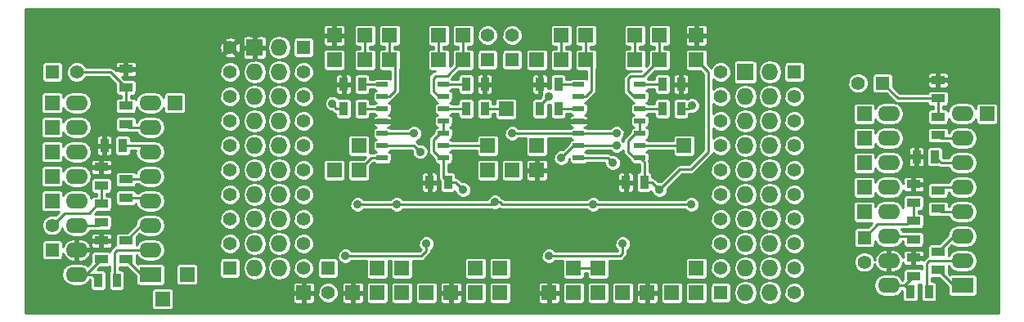
<source format=gbl>
G04 (created by PCBNEW (2013-07-07 BZR 4022)-stable) date 02/09/2014 18:49:16*
%MOIN*%
G04 Gerber Fmt 3.4, Leading zero omitted, Abs format*
%FSLAX34Y34*%
G01*
G70*
G90*
G04 APERTURE LIST*
%ADD10C,0.00393701*%
%ADD11R,0.068X0.068*%
%ADD12O,0.068X0.068*%
%ADD13R,0.055X0.055*%
%ADD14C,0.055*%
%ADD15R,0.035X0.055*%
%ADD16R,0.055X0.035*%
%ADD17R,0.045X0.02*%
%ADD18R,0.06X0.06*%
%ADD19R,0.09X0.062*%
%ADD20O,0.09X0.062*%
%ADD21C,0.035*%
%ADD22C,0.01*%
%ADD23C,0.02*%
G04 APERTURE END LIST*
G54D10*
G54D11*
X49000Y-24500D03*
G54D12*
X50000Y-24500D03*
X49000Y-25500D03*
X50000Y-25500D03*
X49000Y-26500D03*
X50000Y-26500D03*
X49000Y-27500D03*
X50000Y-27500D03*
X49000Y-28500D03*
X50000Y-28500D03*
X49000Y-29500D03*
X50000Y-29500D03*
X49000Y-30500D03*
X50000Y-30500D03*
X49000Y-31500D03*
X50000Y-31500D03*
X49000Y-32500D03*
X50000Y-32500D03*
X49000Y-33500D03*
X50000Y-33500D03*
G54D11*
X69000Y-25500D03*
G54D12*
X70000Y-25500D03*
X69000Y-26500D03*
X70000Y-26500D03*
X69000Y-27500D03*
X70000Y-27500D03*
X69000Y-28500D03*
X70000Y-28500D03*
X69000Y-29500D03*
X70000Y-29500D03*
X69000Y-30500D03*
X70000Y-30500D03*
X69000Y-31500D03*
X70000Y-31500D03*
X69000Y-32500D03*
X70000Y-32500D03*
X69000Y-33500D03*
X70000Y-33500D03*
X69000Y-34500D03*
X70000Y-34500D03*
G54D13*
X51000Y-24500D03*
G54D14*
X51000Y-25500D03*
X51000Y-26500D03*
X51000Y-27500D03*
X51000Y-28500D03*
X51000Y-29500D03*
X51000Y-30500D03*
X51000Y-31500D03*
X51000Y-32500D03*
X51000Y-33500D03*
G54D13*
X48000Y-33500D03*
G54D14*
X48000Y-32500D03*
X48000Y-31500D03*
X48000Y-30500D03*
X48000Y-29500D03*
X48000Y-28500D03*
X48000Y-27500D03*
X48000Y-26500D03*
X48000Y-25500D03*
X48000Y-24500D03*
G54D13*
X71000Y-25500D03*
G54D14*
X71000Y-26500D03*
X71000Y-27500D03*
X71000Y-28500D03*
X71000Y-29500D03*
X71000Y-30500D03*
X71000Y-31500D03*
X71000Y-32500D03*
X71000Y-33500D03*
X71000Y-34500D03*
G54D13*
X68000Y-34500D03*
G54D14*
X68000Y-33500D03*
X68000Y-32500D03*
X68000Y-31500D03*
X68000Y-30500D03*
X68000Y-29500D03*
X68000Y-28500D03*
X68000Y-27500D03*
X68000Y-26500D03*
X68000Y-25500D03*
G54D13*
X58500Y-25000D03*
G54D14*
X58500Y-24000D03*
G54D13*
X52000Y-33500D03*
G54D14*
X52000Y-34500D03*
G54D13*
X59500Y-25000D03*
G54D14*
X59500Y-24000D03*
G54D15*
X75725Y-34450D03*
X76475Y-34450D03*
X76725Y-28950D03*
X75975Y-28950D03*
G54D16*
X75850Y-32325D03*
X75850Y-31575D03*
X75850Y-30825D03*
X75850Y-30075D03*
X76850Y-28075D03*
X76850Y-27325D03*
X76850Y-26575D03*
X76850Y-25825D03*
X76850Y-31075D03*
X76850Y-30325D03*
X76850Y-33575D03*
X76850Y-32825D03*
X75850Y-33825D03*
X75850Y-33075D03*
X43750Y-26125D03*
X43750Y-25375D03*
X43750Y-27625D03*
X43750Y-26875D03*
X42750Y-30125D03*
X42750Y-29375D03*
X42750Y-31625D03*
X42750Y-30875D03*
G54D15*
X43625Y-28500D03*
X42875Y-28500D03*
X42625Y-34000D03*
X43375Y-34000D03*
G54D16*
X43750Y-30625D03*
X43750Y-29875D03*
X43750Y-33125D03*
X43750Y-32375D03*
X42750Y-33125D03*
X42750Y-32375D03*
G54D15*
X64875Y-30000D03*
X64125Y-30000D03*
X60625Y-27000D03*
X61375Y-27000D03*
X60625Y-26000D03*
X61375Y-26000D03*
X65625Y-27000D03*
X66375Y-27000D03*
X65625Y-26000D03*
X66375Y-26000D03*
G54D17*
X62200Y-29000D03*
X62200Y-28500D03*
X62200Y-28000D03*
X62200Y-27500D03*
X62200Y-27000D03*
X62200Y-26500D03*
X62200Y-26000D03*
X64700Y-26000D03*
X64700Y-26500D03*
X64700Y-27500D03*
X64700Y-28000D03*
X64700Y-28500D03*
X64700Y-29000D03*
X64700Y-27000D03*
G54D15*
X56875Y-30000D03*
X56125Y-30000D03*
X52625Y-27000D03*
X53375Y-27000D03*
X52625Y-26000D03*
X53375Y-26000D03*
X57625Y-27000D03*
X58375Y-27000D03*
X57625Y-26000D03*
X58375Y-26000D03*
G54D17*
X54200Y-29000D03*
X54200Y-28500D03*
X54200Y-28000D03*
X54200Y-27500D03*
X54200Y-27000D03*
X54200Y-26500D03*
X54200Y-26000D03*
X56700Y-26000D03*
X56700Y-26500D03*
X56700Y-27500D03*
X56700Y-28000D03*
X56700Y-28500D03*
X56700Y-29000D03*
X56700Y-27000D03*
G54D18*
X46250Y-33750D03*
X73850Y-31200D03*
X78850Y-27200D03*
X73850Y-27200D03*
X73850Y-30200D03*
X73850Y-28200D03*
X73850Y-29200D03*
X40750Y-28750D03*
X40750Y-30750D03*
X45750Y-26750D03*
X40750Y-26750D03*
X40750Y-29750D03*
X40750Y-27750D03*
X52250Y-24000D03*
X60500Y-25000D03*
X64500Y-24000D03*
X64500Y-25000D03*
X62500Y-25000D03*
X62500Y-24000D03*
X56500Y-24000D03*
X56500Y-25000D03*
X60500Y-28500D03*
X66500Y-28500D03*
X53250Y-28500D03*
X52250Y-25000D03*
X61500Y-24000D03*
X61500Y-25000D03*
X65500Y-24000D03*
X65500Y-25000D03*
X53500Y-24000D03*
X53500Y-25000D03*
X67000Y-33500D03*
X63000Y-33500D03*
X62000Y-33500D03*
X58000Y-33500D03*
X59000Y-33500D03*
X55000Y-33500D03*
X54000Y-33500D03*
X67000Y-34500D03*
X66000Y-34500D03*
X63000Y-34500D03*
X62000Y-34500D03*
X59000Y-34500D03*
X58000Y-34500D03*
X54000Y-34500D03*
X55000Y-34500D03*
X64000Y-34500D03*
X51000Y-34500D03*
X65000Y-34500D03*
X61000Y-34500D03*
X60500Y-29500D03*
X53000Y-34500D03*
X57000Y-34500D03*
X67000Y-24000D03*
X58500Y-29500D03*
X53250Y-29500D03*
X54500Y-25000D03*
X54500Y-24000D03*
X58500Y-28500D03*
X57500Y-24000D03*
X57500Y-25000D03*
X59250Y-27000D03*
X67000Y-25000D03*
X56000Y-34500D03*
X59500Y-29500D03*
X52250Y-29500D03*
G54D13*
X40750Y-32750D03*
G54D14*
X40750Y-31750D03*
G54D13*
X74600Y-25950D03*
G54D14*
X73600Y-25950D03*
G54D13*
X73850Y-32250D03*
G54D14*
X73850Y-33250D03*
G54D13*
X40750Y-25500D03*
G54D14*
X41750Y-25500D03*
G54D19*
X77850Y-34200D03*
G54D20*
X77850Y-33200D03*
X77850Y-32200D03*
X77850Y-31200D03*
X77850Y-30200D03*
X77850Y-29200D03*
X77850Y-28200D03*
X77850Y-27200D03*
X74850Y-27200D03*
X74850Y-28200D03*
X74850Y-29200D03*
X74850Y-30200D03*
X74850Y-31200D03*
X74850Y-32200D03*
X74850Y-33200D03*
X74850Y-34200D03*
G54D19*
X44750Y-33750D03*
G54D20*
X44750Y-32750D03*
X44750Y-31750D03*
X44750Y-30750D03*
X44750Y-29750D03*
X44750Y-28750D03*
X44750Y-27750D03*
X44750Y-26750D03*
X41750Y-26750D03*
X41750Y-27750D03*
X41750Y-28750D03*
X41750Y-29750D03*
X41750Y-30750D03*
X41750Y-31750D03*
X41750Y-32750D03*
X41750Y-33750D03*
G54D18*
X45250Y-34750D03*
G54D21*
X63600Y-29200D03*
X55500Y-28000D03*
X59500Y-28000D03*
X63750Y-28000D03*
X55750Y-28750D03*
X61500Y-29000D03*
X63750Y-28500D03*
X66800Y-30900D03*
X62800Y-30900D03*
X58800Y-30800D03*
X54800Y-30900D03*
X53200Y-30900D03*
X65500Y-30300D03*
X57500Y-30300D03*
X61000Y-26500D03*
X66832Y-26867D03*
X52167Y-26777D03*
X64000Y-32500D03*
X61000Y-33000D03*
X56000Y-32500D03*
X52700Y-33000D03*
X56000Y-27500D03*
X55500Y-30000D03*
X63500Y-27500D03*
X47550Y-34550D03*
X73650Y-23350D03*
X66900Y-26050D03*
X60200Y-26050D03*
X58900Y-26050D03*
X52150Y-26000D03*
X63500Y-30000D03*
G54D22*
X62200Y-29000D02*
X63400Y-29000D01*
X63400Y-29000D02*
X63600Y-29200D01*
X54200Y-29000D02*
X53750Y-29000D01*
X53750Y-29000D02*
X53250Y-29500D01*
X62000Y-33500D02*
X63000Y-33500D01*
X55500Y-28000D02*
X54200Y-28000D01*
X62200Y-28000D02*
X59500Y-28000D01*
X63750Y-28000D02*
X62200Y-28000D01*
X64500Y-25000D02*
X64500Y-24000D01*
X61500Y-25000D02*
X61500Y-24000D01*
X62200Y-26500D02*
X62475Y-26500D01*
X62725Y-25225D02*
X62500Y-25000D01*
X62725Y-26250D02*
X62725Y-25225D01*
X62475Y-26500D02*
X62725Y-26250D01*
X62500Y-24000D02*
X62500Y-25000D01*
X64700Y-26500D02*
X64450Y-26500D01*
X64825Y-25675D02*
X65500Y-25000D01*
X64325Y-25675D02*
X64825Y-25675D01*
X64225Y-25775D02*
X64325Y-25675D01*
X64225Y-26275D02*
X64225Y-25775D01*
X64450Y-26500D02*
X64225Y-26275D01*
X65500Y-24000D02*
X65500Y-25000D01*
X56500Y-25000D02*
X56500Y-24000D01*
X53500Y-25000D02*
X53500Y-24000D01*
X54200Y-26500D02*
X54475Y-26500D01*
X54725Y-25225D02*
X54500Y-25000D01*
X54725Y-26250D02*
X54725Y-25225D01*
X54475Y-26500D02*
X54725Y-26250D01*
X54500Y-24000D02*
X54500Y-25000D01*
X56700Y-26500D02*
X56500Y-26500D01*
X56850Y-25650D02*
X57500Y-25000D01*
X56375Y-25650D02*
X56850Y-25650D01*
X56275Y-25750D02*
X56375Y-25650D01*
X56275Y-26275D02*
X56275Y-25750D01*
X56500Y-26500D02*
X56275Y-26275D01*
X57500Y-24000D02*
X57500Y-25000D01*
X55500Y-28500D02*
X54200Y-28500D01*
X55750Y-28750D02*
X55500Y-28500D01*
X62200Y-28500D02*
X62000Y-28500D01*
X62000Y-28500D02*
X61500Y-29000D01*
X63750Y-28500D02*
X62200Y-28500D01*
X44750Y-33750D02*
X44375Y-33750D01*
X44375Y-33750D02*
X43750Y-33125D01*
X44750Y-32750D02*
X43400Y-32750D01*
X43300Y-33925D02*
X43375Y-34000D01*
X43300Y-32850D02*
X43300Y-33925D01*
X43400Y-32750D02*
X43300Y-32850D01*
X44750Y-31750D02*
X44375Y-31750D01*
X44375Y-31750D02*
X43750Y-32375D01*
X44625Y-30625D02*
X44750Y-30750D01*
X43750Y-30625D02*
X44625Y-30625D01*
X44625Y-29875D02*
X44750Y-29750D01*
X43750Y-29875D02*
X44625Y-29875D01*
X44500Y-28500D02*
X44750Y-28750D01*
X43625Y-28500D02*
X44500Y-28500D01*
X44750Y-27750D02*
X43875Y-27750D01*
X43875Y-27750D02*
X43750Y-27625D01*
X41750Y-31750D02*
X42625Y-31750D01*
X42625Y-31750D02*
X42750Y-31625D01*
X77850Y-34200D02*
X77475Y-34200D01*
X77475Y-34200D02*
X76850Y-33575D01*
X77850Y-33200D02*
X76500Y-33200D01*
X76400Y-34375D02*
X76475Y-34450D01*
X76400Y-33300D02*
X76400Y-34375D01*
X76500Y-33200D02*
X76400Y-33300D01*
X77475Y-32200D02*
X76850Y-32825D01*
X77850Y-32200D02*
X77475Y-32200D01*
X77850Y-31200D02*
X76975Y-31200D01*
X76975Y-31200D02*
X76850Y-31075D01*
X77850Y-30200D02*
X76975Y-30200D01*
X76975Y-30200D02*
X76850Y-30325D01*
X77850Y-29200D02*
X76975Y-29200D01*
X76975Y-29200D02*
X76725Y-28950D01*
X77850Y-28200D02*
X76975Y-28200D01*
X76975Y-28200D02*
X76850Y-28075D01*
X74850Y-32200D02*
X75725Y-32200D01*
X75725Y-32200D02*
X75850Y-32325D01*
X42750Y-30875D02*
X42625Y-30875D01*
X41250Y-31250D02*
X40750Y-31750D01*
X42250Y-31250D02*
X41250Y-31250D01*
X42625Y-30875D02*
X42250Y-31250D01*
X42750Y-30125D02*
X42750Y-30875D01*
X41750Y-25500D02*
X43125Y-25500D01*
X43125Y-25500D02*
X43750Y-26125D01*
X43750Y-26125D02*
X43750Y-26875D01*
X75850Y-31575D02*
X75725Y-31575D01*
X74400Y-31700D02*
X73850Y-32250D01*
X75600Y-31700D02*
X74400Y-31700D01*
X75725Y-31575D02*
X75600Y-31700D01*
X75850Y-30825D02*
X75850Y-31575D01*
X76850Y-26575D02*
X75225Y-26575D01*
X75225Y-26575D02*
X74600Y-25950D01*
X76850Y-27325D02*
X76850Y-26575D01*
X62800Y-30900D02*
X66800Y-30900D01*
X59100Y-30900D02*
X62800Y-30900D01*
X59000Y-30800D02*
X59100Y-30900D01*
X58800Y-30800D02*
X59000Y-30800D01*
X58700Y-30900D02*
X58800Y-30800D01*
X54800Y-30900D02*
X58700Y-30900D01*
X53200Y-30900D02*
X54800Y-30900D01*
X41750Y-33750D02*
X42125Y-33750D01*
X42125Y-33750D02*
X42750Y-33125D01*
X41750Y-33750D02*
X42375Y-33750D01*
X42375Y-33750D02*
X42625Y-34000D01*
X74850Y-34200D02*
X75475Y-34200D01*
X75475Y-34200D02*
X75850Y-33825D01*
X75475Y-34200D02*
X75725Y-34450D01*
X56700Y-28000D02*
X56550Y-28000D01*
X56550Y-29000D02*
X56700Y-29000D01*
X56275Y-28725D02*
X56550Y-29000D01*
X56275Y-28275D02*
X56275Y-28725D01*
X56550Y-28000D02*
X56275Y-28275D01*
X56700Y-28000D02*
X56700Y-27500D01*
X56700Y-29000D02*
X56700Y-29825D01*
X56700Y-29825D02*
X56875Y-30000D01*
X64700Y-28000D02*
X64700Y-27500D01*
X64700Y-29000D02*
X64475Y-29000D01*
X64525Y-28000D02*
X64700Y-28000D01*
X64225Y-28300D02*
X64525Y-28000D01*
X64225Y-28750D02*
X64225Y-28300D01*
X64475Y-29000D02*
X64225Y-28750D01*
X64875Y-30000D02*
X64875Y-29175D01*
X64875Y-29175D02*
X64700Y-29000D01*
X66337Y-29462D02*
X66787Y-29462D01*
X67500Y-28750D02*
X67500Y-28300D01*
X66787Y-29462D02*
X67500Y-28750D01*
X67000Y-25000D02*
X67500Y-25500D01*
X66337Y-29462D02*
X65500Y-30300D01*
X67500Y-25500D02*
X67500Y-28300D01*
X65200Y-30000D02*
X65500Y-30300D01*
X64875Y-30000D02*
X65200Y-30000D01*
X57200Y-30000D02*
X56875Y-30000D01*
X57500Y-30300D02*
X57200Y-30000D01*
X60625Y-27000D02*
X60625Y-26875D01*
X60625Y-26875D02*
X61000Y-26500D01*
X66375Y-27000D02*
X66700Y-27000D01*
X66700Y-27000D02*
X66832Y-26867D01*
X60625Y-27000D02*
X60625Y-27000D01*
X66374Y-27000D02*
X66375Y-27000D01*
X59250Y-27000D02*
X58375Y-27000D01*
X52300Y-26910D02*
X52167Y-26777D01*
X52300Y-27000D02*
X52300Y-26910D01*
X52625Y-27000D02*
X52300Y-27000D01*
X58374Y-27000D02*
X58375Y-27000D01*
X52625Y-27000D02*
X52625Y-27000D01*
X64000Y-32900D02*
X64000Y-32500D01*
X63900Y-33000D02*
X64000Y-32900D01*
X61000Y-33000D02*
X63900Y-33000D01*
X56000Y-32800D02*
X56000Y-32500D01*
X55800Y-33000D02*
X56000Y-32800D01*
X52700Y-33000D02*
X55800Y-33000D01*
X62200Y-27500D02*
X63500Y-27500D01*
X65000Y-34724D02*
X65000Y-34500D01*
G54D23*
X60625Y-25999D02*
X60625Y-25999D01*
X60625Y-25999D02*
X60625Y-25999D01*
X60625Y-25999D02*
X60625Y-25999D01*
X60600Y-25975D02*
X60625Y-25999D01*
X63500Y-30000D02*
X64125Y-30000D01*
X64125Y-30000D02*
X64125Y-30000D01*
X60625Y-25999D02*
X60625Y-25999D01*
X60625Y-25999D02*
X60625Y-25999D01*
X56125Y-30000D02*
X56125Y-30000D01*
X58375Y-26000D02*
X58374Y-26000D01*
X52625Y-26000D02*
X52625Y-26000D01*
X66375Y-26000D02*
X66374Y-26000D01*
X60625Y-26000D02*
X60625Y-25999D01*
X60625Y-26000D02*
X60625Y-26000D01*
G54D22*
X62200Y-26000D02*
X61375Y-26000D01*
X61375Y-26000D02*
X61374Y-26000D01*
X64700Y-26000D02*
X65625Y-26000D01*
X65625Y-26000D02*
X65625Y-26000D01*
X64700Y-27000D02*
X65625Y-27000D01*
X65625Y-27000D02*
X65625Y-27000D01*
X54200Y-27000D02*
X53375Y-27000D01*
X53375Y-27000D02*
X53374Y-27000D01*
X54200Y-26000D02*
X53375Y-26000D01*
X53375Y-26000D02*
X53374Y-26000D01*
X56700Y-26000D02*
X57625Y-26000D01*
X57625Y-26000D02*
X57625Y-26000D01*
X56700Y-27000D02*
X57625Y-27000D01*
X57625Y-27000D02*
X57625Y-27000D01*
X64700Y-28500D02*
X66500Y-28500D01*
X56700Y-28500D02*
X58500Y-28500D01*
X62200Y-27000D02*
X61375Y-27000D01*
X61375Y-27000D02*
X61374Y-27000D01*
G54D10*
G36*
X79330Y-35330D02*
X79300Y-35330D01*
X79300Y-27470D01*
X79300Y-26870D01*
X79277Y-26815D01*
X79235Y-26772D01*
X79179Y-26750D01*
X79120Y-26749D01*
X78520Y-26749D01*
X78465Y-26772D01*
X78422Y-26814D01*
X78400Y-26870D01*
X78399Y-26929D01*
X78399Y-26983D01*
X78327Y-26874D01*
X78177Y-26775D01*
X78001Y-26740D01*
X77698Y-26740D01*
X77522Y-26775D01*
X77372Y-26874D01*
X77273Y-27023D01*
X77260Y-27086D01*
X77252Y-27065D01*
X77210Y-27022D01*
X77154Y-27000D01*
X77095Y-26999D01*
X77050Y-26999D01*
X77050Y-26900D01*
X77154Y-26900D01*
X77209Y-26877D01*
X77252Y-26835D01*
X77274Y-26779D01*
X77275Y-26720D01*
X77275Y-26370D01*
X77275Y-26029D01*
X77275Y-25620D01*
X77252Y-25565D01*
X77210Y-25522D01*
X77154Y-25500D01*
X77095Y-25499D01*
X76937Y-25500D01*
X76900Y-25537D01*
X76900Y-25775D01*
X77237Y-25775D01*
X77275Y-25737D01*
X77275Y-25620D01*
X77275Y-26029D01*
X77275Y-25912D01*
X77237Y-25875D01*
X76900Y-25875D01*
X76900Y-26112D01*
X76937Y-26150D01*
X77095Y-26150D01*
X77154Y-26149D01*
X77210Y-26127D01*
X77252Y-26084D01*
X77275Y-26029D01*
X77275Y-26370D01*
X77252Y-26315D01*
X77210Y-26272D01*
X77154Y-26250D01*
X77095Y-26249D01*
X76800Y-26249D01*
X76800Y-26112D01*
X76800Y-25875D01*
X76800Y-25775D01*
X76800Y-25537D01*
X76762Y-25500D01*
X76604Y-25499D01*
X76545Y-25500D01*
X76489Y-25522D01*
X76447Y-25565D01*
X76424Y-25620D01*
X76425Y-25737D01*
X76462Y-25775D01*
X76800Y-25775D01*
X76800Y-25875D01*
X76462Y-25875D01*
X76425Y-25912D01*
X76424Y-26029D01*
X76447Y-26084D01*
X76489Y-26127D01*
X76545Y-26149D01*
X76604Y-26150D01*
X76762Y-26150D01*
X76800Y-26112D01*
X76800Y-26249D01*
X76545Y-26249D01*
X76490Y-26272D01*
X76447Y-26314D01*
X76425Y-26370D01*
X76425Y-26375D01*
X75307Y-26375D01*
X75025Y-26092D01*
X75025Y-25645D01*
X75002Y-25590D01*
X74960Y-25547D01*
X74904Y-25525D01*
X74845Y-25524D01*
X74295Y-25524D01*
X74240Y-25547D01*
X74197Y-25589D01*
X74175Y-25645D01*
X74174Y-25704D01*
X74174Y-26254D01*
X74197Y-26309D01*
X74239Y-26352D01*
X74295Y-26374D01*
X74354Y-26375D01*
X74742Y-26375D01*
X75083Y-26716D01*
X75148Y-26759D01*
X75225Y-26775D01*
X76424Y-26775D01*
X76424Y-26779D01*
X76447Y-26834D01*
X76489Y-26877D01*
X76545Y-26899D01*
X76604Y-26900D01*
X76650Y-26900D01*
X76650Y-26999D01*
X76545Y-26999D01*
X76490Y-27022D01*
X76447Y-27064D01*
X76425Y-27120D01*
X76424Y-27179D01*
X76424Y-27529D01*
X76447Y-27584D01*
X76489Y-27627D01*
X76545Y-27649D01*
X76604Y-27650D01*
X77154Y-27650D01*
X77209Y-27627D01*
X77252Y-27585D01*
X77274Y-27529D01*
X77275Y-27470D01*
X77275Y-27378D01*
X77372Y-27525D01*
X77522Y-27624D01*
X77698Y-27660D01*
X78001Y-27660D01*
X78177Y-27624D01*
X78327Y-27525D01*
X78399Y-27416D01*
X78399Y-27529D01*
X78422Y-27584D01*
X78464Y-27627D01*
X78520Y-27649D01*
X78579Y-27650D01*
X79179Y-27650D01*
X79234Y-27627D01*
X79277Y-27585D01*
X79299Y-27529D01*
X79300Y-27470D01*
X79300Y-35330D01*
X78461Y-35330D01*
X78461Y-33200D01*
X78426Y-33023D01*
X78327Y-32874D01*
X78177Y-32775D01*
X78001Y-32740D01*
X77698Y-32740D01*
X77522Y-32775D01*
X77372Y-32874D01*
X77289Y-33000D01*
X77275Y-33000D01*
X77275Y-32970D01*
X77275Y-32682D01*
X77408Y-32549D01*
X77522Y-32624D01*
X77698Y-32660D01*
X78001Y-32660D01*
X78177Y-32624D01*
X78327Y-32525D01*
X78426Y-32376D01*
X78461Y-32200D01*
X78461Y-31200D01*
X78461Y-30200D01*
X78461Y-29200D01*
X78461Y-28200D01*
X78426Y-28023D01*
X78327Y-27874D01*
X78177Y-27775D01*
X78001Y-27740D01*
X77698Y-27740D01*
X77522Y-27775D01*
X77372Y-27874D01*
X77289Y-28000D01*
X77275Y-28000D01*
X77275Y-27870D01*
X77252Y-27815D01*
X77210Y-27772D01*
X77154Y-27750D01*
X77095Y-27749D01*
X76545Y-27749D01*
X76490Y-27772D01*
X76447Y-27814D01*
X76425Y-27870D01*
X76424Y-27929D01*
X76424Y-28279D01*
X76447Y-28334D01*
X76489Y-28377D01*
X76545Y-28399D01*
X76604Y-28400D01*
X77154Y-28400D01*
X77154Y-28400D01*
X77289Y-28400D01*
X77372Y-28525D01*
X77522Y-28624D01*
X77698Y-28660D01*
X78001Y-28660D01*
X78177Y-28624D01*
X78327Y-28525D01*
X78426Y-28376D01*
X78461Y-28200D01*
X78461Y-29200D01*
X78426Y-29023D01*
X78327Y-28874D01*
X78177Y-28775D01*
X78001Y-28740D01*
X77698Y-28740D01*
X77522Y-28775D01*
X77372Y-28874D01*
X77289Y-29000D01*
X77057Y-29000D01*
X77050Y-28992D01*
X77050Y-28645D01*
X77027Y-28590D01*
X76985Y-28547D01*
X76929Y-28525D01*
X76870Y-28524D01*
X76520Y-28524D01*
X76465Y-28547D01*
X76422Y-28589D01*
X76400Y-28645D01*
X76399Y-28704D01*
X76399Y-29254D01*
X76422Y-29309D01*
X76464Y-29352D01*
X76520Y-29374D01*
X76579Y-29375D01*
X76883Y-29375D01*
X76898Y-29384D01*
X76898Y-29384D01*
X76975Y-29400D01*
X77289Y-29400D01*
X77372Y-29525D01*
X77522Y-29624D01*
X77698Y-29660D01*
X78001Y-29660D01*
X78177Y-29624D01*
X78327Y-29525D01*
X78426Y-29376D01*
X78461Y-29200D01*
X78461Y-30200D01*
X78426Y-30023D01*
X78327Y-29874D01*
X78177Y-29775D01*
X78001Y-29740D01*
X77698Y-29740D01*
X77522Y-29775D01*
X77372Y-29874D01*
X77289Y-30000D01*
X77125Y-30000D01*
X77095Y-29999D01*
X76545Y-29999D01*
X76490Y-30022D01*
X76447Y-30064D01*
X76425Y-30120D01*
X76424Y-30179D01*
X76424Y-30529D01*
X76447Y-30584D01*
X76489Y-30627D01*
X76545Y-30649D01*
X76604Y-30650D01*
X77154Y-30650D01*
X77209Y-30627D01*
X77252Y-30585D01*
X77274Y-30529D01*
X77275Y-30470D01*
X77275Y-30400D01*
X77289Y-30400D01*
X77372Y-30525D01*
X77522Y-30624D01*
X77698Y-30660D01*
X78001Y-30660D01*
X78177Y-30624D01*
X78327Y-30525D01*
X78426Y-30376D01*
X78461Y-30200D01*
X78461Y-31200D01*
X78426Y-31023D01*
X78327Y-30874D01*
X78177Y-30775D01*
X78001Y-30740D01*
X77698Y-30740D01*
X77522Y-30775D01*
X77372Y-30874D01*
X77289Y-31000D01*
X77275Y-31000D01*
X77275Y-30870D01*
X77252Y-30815D01*
X77210Y-30772D01*
X77154Y-30750D01*
X77095Y-30749D01*
X76545Y-30749D01*
X76490Y-30772D01*
X76447Y-30814D01*
X76425Y-30870D01*
X76424Y-30929D01*
X76424Y-31279D01*
X76447Y-31334D01*
X76489Y-31377D01*
X76545Y-31399D01*
X76604Y-31400D01*
X77154Y-31400D01*
X77154Y-31400D01*
X77289Y-31400D01*
X77372Y-31525D01*
X77522Y-31624D01*
X77698Y-31660D01*
X78001Y-31660D01*
X78177Y-31624D01*
X78327Y-31525D01*
X78426Y-31376D01*
X78461Y-31200D01*
X78461Y-32200D01*
X78426Y-32023D01*
X78327Y-31874D01*
X78177Y-31775D01*
X78001Y-31740D01*
X77698Y-31740D01*
X77522Y-31775D01*
X77372Y-31874D01*
X77273Y-32023D01*
X77249Y-32142D01*
X76892Y-32499D01*
X76545Y-32499D01*
X76490Y-32522D01*
X76447Y-32564D01*
X76425Y-32620D01*
X76424Y-32679D01*
X76424Y-33014D01*
X76423Y-33015D01*
X76358Y-33058D01*
X76300Y-33117D01*
X76300Y-29195D01*
X76300Y-28704D01*
X76299Y-28645D01*
X76277Y-28589D01*
X76234Y-28547D01*
X76179Y-28524D01*
X76062Y-28525D01*
X76025Y-28562D01*
X76025Y-28900D01*
X76262Y-28900D01*
X76300Y-28862D01*
X76300Y-28704D01*
X76300Y-29195D01*
X76300Y-29037D01*
X76262Y-29000D01*
X76025Y-29000D01*
X76025Y-29337D01*
X76062Y-29375D01*
X76179Y-29375D01*
X76234Y-29352D01*
X76277Y-29310D01*
X76299Y-29254D01*
X76300Y-29195D01*
X76300Y-33117D01*
X76275Y-33142D01*
X76275Y-32870D01*
X76275Y-32470D01*
X76275Y-32120D01*
X76252Y-32065D01*
X76210Y-32022D01*
X76154Y-32000D01*
X76095Y-31999D01*
X75545Y-31999D01*
X75545Y-32000D01*
X75410Y-32000D01*
X75343Y-31900D01*
X75574Y-31900D01*
X75604Y-31900D01*
X76154Y-31900D01*
X76209Y-31877D01*
X76252Y-31835D01*
X76274Y-31779D01*
X76275Y-31720D01*
X76275Y-31370D01*
X76252Y-31315D01*
X76210Y-31272D01*
X76154Y-31250D01*
X76095Y-31249D01*
X76050Y-31249D01*
X76050Y-31150D01*
X76154Y-31150D01*
X76209Y-31127D01*
X76252Y-31085D01*
X76274Y-31029D01*
X76275Y-30970D01*
X76275Y-30620D01*
X76275Y-30279D01*
X76275Y-29870D01*
X76252Y-29815D01*
X76210Y-29772D01*
X76154Y-29750D01*
X76095Y-29749D01*
X75937Y-29750D01*
X75925Y-29762D01*
X75925Y-29337D01*
X75925Y-29000D01*
X75925Y-28900D01*
X75925Y-28562D01*
X75887Y-28525D01*
X75770Y-28524D01*
X75715Y-28547D01*
X75672Y-28589D01*
X75650Y-28645D01*
X75649Y-28704D01*
X75650Y-28862D01*
X75687Y-28900D01*
X75925Y-28900D01*
X75925Y-29000D01*
X75687Y-29000D01*
X75650Y-29037D01*
X75649Y-29195D01*
X75650Y-29254D01*
X75672Y-29310D01*
X75715Y-29352D01*
X75770Y-29375D01*
X75887Y-29375D01*
X75925Y-29337D01*
X75925Y-29762D01*
X75900Y-29787D01*
X75900Y-30025D01*
X76237Y-30025D01*
X76275Y-29987D01*
X76275Y-29870D01*
X76275Y-30279D01*
X76275Y-30162D01*
X76237Y-30125D01*
X75900Y-30125D01*
X75900Y-30362D01*
X75937Y-30400D01*
X76095Y-30400D01*
X76154Y-30399D01*
X76210Y-30377D01*
X76252Y-30334D01*
X76275Y-30279D01*
X76275Y-30620D01*
X76252Y-30565D01*
X76210Y-30522D01*
X76154Y-30500D01*
X76095Y-30499D01*
X75800Y-30499D01*
X75800Y-30362D01*
X75800Y-30125D01*
X75792Y-30125D01*
X75792Y-30025D01*
X75800Y-30025D01*
X75800Y-29787D01*
X75762Y-29750D01*
X75604Y-29749D01*
X75545Y-29750D01*
X75489Y-29772D01*
X75461Y-29801D01*
X75461Y-29200D01*
X75461Y-28200D01*
X75461Y-27200D01*
X75426Y-27023D01*
X75327Y-26874D01*
X75177Y-26775D01*
X75001Y-26740D01*
X74698Y-26740D01*
X74522Y-26775D01*
X74372Y-26874D01*
X74300Y-26983D01*
X74300Y-26870D01*
X74277Y-26815D01*
X74235Y-26772D01*
X74179Y-26750D01*
X74120Y-26749D01*
X74025Y-26749D01*
X74025Y-25865D01*
X73960Y-25709D01*
X73841Y-25589D01*
X73684Y-25525D01*
X73515Y-25524D01*
X73359Y-25589D01*
X73239Y-25708D01*
X73175Y-25865D01*
X73174Y-26034D01*
X73239Y-26190D01*
X73358Y-26310D01*
X73515Y-26374D01*
X73684Y-26375D01*
X73840Y-26310D01*
X73960Y-26191D01*
X74024Y-26034D01*
X74025Y-25865D01*
X74025Y-26749D01*
X73520Y-26749D01*
X73465Y-26772D01*
X73422Y-26814D01*
X73400Y-26870D01*
X73399Y-26929D01*
X73399Y-27529D01*
X73422Y-27584D01*
X73464Y-27627D01*
X73520Y-27649D01*
X73579Y-27650D01*
X74179Y-27650D01*
X74234Y-27627D01*
X74277Y-27585D01*
X74299Y-27529D01*
X74300Y-27470D01*
X74300Y-27416D01*
X74372Y-27525D01*
X74522Y-27624D01*
X74698Y-27660D01*
X75001Y-27660D01*
X75177Y-27624D01*
X75327Y-27525D01*
X75426Y-27376D01*
X75461Y-27200D01*
X75461Y-28200D01*
X75426Y-28023D01*
X75327Y-27874D01*
X75177Y-27775D01*
X75001Y-27740D01*
X74698Y-27740D01*
X74522Y-27775D01*
X74372Y-27874D01*
X74300Y-27983D01*
X74300Y-27870D01*
X74277Y-27815D01*
X74235Y-27772D01*
X74179Y-27750D01*
X74120Y-27749D01*
X73520Y-27749D01*
X73465Y-27772D01*
X73422Y-27814D01*
X73400Y-27870D01*
X73399Y-27929D01*
X73399Y-28529D01*
X73422Y-28584D01*
X73464Y-28627D01*
X73520Y-28649D01*
X73579Y-28650D01*
X74179Y-28650D01*
X74234Y-28627D01*
X74277Y-28585D01*
X74299Y-28529D01*
X74300Y-28470D01*
X74300Y-28416D01*
X74372Y-28525D01*
X74522Y-28624D01*
X74698Y-28660D01*
X75001Y-28660D01*
X75177Y-28624D01*
X75327Y-28525D01*
X75426Y-28376D01*
X75461Y-28200D01*
X75461Y-29200D01*
X75426Y-29023D01*
X75327Y-28874D01*
X75177Y-28775D01*
X75001Y-28740D01*
X74698Y-28740D01*
X74522Y-28775D01*
X74372Y-28874D01*
X74300Y-28983D01*
X74300Y-28870D01*
X74277Y-28815D01*
X74235Y-28772D01*
X74179Y-28750D01*
X74120Y-28749D01*
X73520Y-28749D01*
X73465Y-28772D01*
X73422Y-28814D01*
X73400Y-28870D01*
X73399Y-28929D01*
X73399Y-29529D01*
X73422Y-29584D01*
X73464Y-29627D01*
X73520Y-29649D01*
X73579Y-29650D01*
X74179Y-29650D01*
X74234Y-29627D01*
X74277Y-29585D01*
X74299Y-29529D01*
X74300Y-29470D01*
X74300Y-29416D01*
X74372Y-29525D01*
X74522Y-29624D01*
X74698Y-29660D01*
X75001Y-29660D01*
X75177Y-29624D01*
X75327Y-29525D01*
X75426Y-29376D01*
X75461Y-29200D01*
X75461Y-29801D01*
X75447Y-29815D01*
X75424Y-29870D01*
X75425Y-29987D01*
X75462Y-30024D01*
X75426Y-30024D01*
X75426Y-30023D01*
X75327Y-29874D01*
X75177Y-29775D01*
X75001Y-29740D01*
X74698Y-29740D01*
X74522Y-29775D01*
X74372Y-29874D01*
X74300Y-29983D01*
X74300Y-29870D01*
X74277Y-29815D01*
X74235Y-29772D01*
X74179Y-29750D01*
X74120Y-29749D01*
X73520Y-29749D01*
X73465Y-29772D01*
X73422Y-29814D01*
X73400Y-29870D01*
X73399Y-29929D01*
X73399Y-30529D01*
X73422Y-30584D01*
X73464Y-30627D01*
X73520Y-30649D01*
X73579Y-30650D01*
X74179Y-30650D01*
X74234Y-30627D01*
X74277Y-30585D01*
X74299Y-30529D01*
X74300Y-30470D01*
X74300Y-30416D01*
X74372Y-30525D01*
X74522Y-30624D01*
X74698Y-30660D01*
X75001Y-30660D01*
X75177Y-30624D01*
X75327Y-30525D01*
X75426Y-30376D01*
X75439Y-30313D01*
X75447Y-30334D01*
X75489Y-30377D01*
X75545Y-30399D01*
X75604Y-30400D01*
X75762Y-30400D01*
X75800Y-30362D01*
X75800Y-30499D01*
X75545Y-30499D01*
X75490Y-30522D01*
X75447Y-30564D01*
X75425Y-30620D01*
X75424Y-30679D01*
X75424Y-31021D01*
X75327Y-30874D01*
X75177Y-30775D01*
X75001Y-30740D01*
X74698Y-30740D01*
X74522Y-30775D01*
X74372Y-30874D01*
X74300Y-30983D01*
X74300Y-30870D01*
X74277Y-30815D01*
X74235Y-30772D01*
X74179Y-30750D01*
X74120Y-30749D01*
X73520Y-30749D01*
X73465Y-30772D01*
X73422Y-30814D01*
X73400Y-30870D01*
X73399Y-30929D01*
X73399Y-31529D01*
X73422Y-31584D01*
X73464Y-31627D01*
X73520Y-31649D01*
X73579Y-31650D01*
X74167Y-31650D01*
X73992Y-31824D01*
X73545Y-31824D01*
X73490Y-31847D01*
X73447Y-31889D01*
X73425Y-31945D01*
X73424Y-32004D01*
X73424Y-32554D01*
X73447Y-32609D01*
X73489Y-32652D01*
X73545Y-32674D01*
X73604Y-32675D01*
X74154Y-32675D01*
X74209Y-32652D01*
X74252Y-32610D01*
X74274Y-32554D01*
X74275Y-32495D01*
X74275Y-32378D01*
X74372Y-32525D01*
X74522Y-32624D01*
X74698Y-32660D01*
X75001Y-32660D01*
X75177Y-32624D01*
X75327Y-32525D01*
X75410Y-32400D01*
X75424Y-32400D01*
X75424Y-32529D01*
X75447Y-32584D01*
X75489Y-32627D01*
X75545Y-32649D01*
X75604Y-32650D01*
X76154Y-32650D01*
X76209Y-32627D01*
X76252Y-32585D01*
X76274Y-32529D01*
X76275Y-32470D01*
X76275Y-32870D01*
X76252Y-32815D01*
X76210Y-32772D01*
X76154Y-32750D01*
X76095Y-32749D01*
X75937Y-32750D01*
X75900Y-32787D01*
X75900Y-33025D01*
X76237Y-33025D01*
X76275Y-32987D01*
X76275Y-32870D01*
X76275Y-33142D01*
X76264Y-33152D01*
X76237Y-33125D01*
X75900Y-33125D01*
X75900Y-33362D01*
X75937Y-33400D01*
X76095Y-33400D01*
X76154Y-33399D01*
X76200Y-33381D01*
X76200Y-33518D01*
X76154Y-33500D01*
X76095Y-33499D01*
X75800Y-33499D01*
X75800Y-33362D01*
X75800Y-33125D01*
X75792Y-33125D01*
X75792Y-33025D01*
X75800Y-33025D01*
X75800Y-32787D01*
X75762Y-32750D01*
X75604Y-32749D01*
X75545Y-32750D01*
X75489Y-32772D01*
X75447Y-32815D01*
X75424Y-32870D01*
X75425Y-32987D01*
X75462Y-33024D01*
X75425Y-33024D01*
X75425Y-33061D01*
X75350Y-32910D01*
X75212Y-32794D01*
X75040Y-32740D01*
X74900Y-32740D01*
X74900Y-33150D01*
X74907Y-33150D01*
X74907Y-33250D01*
X74900Y-33250D01*
X74900Y-33660D01*
X75040Y-33660D01*
X75212Y-33605D01*
X75350Y-33489D01*
X75433Y-33320D01*
X75409Y-33250D01*
X75424Y-33250D01*
X75424Y-33279D01*
X75447Y-33334D01*
X75489Y-33377D01*
X75545Y-33399D01*
X75604Y-33400D01*
X75762Y-33400D01*
X75800Y-33362D01*
X75800Y-33499D01*
X75545Y-33499D01*
X75490Y-33522D01*
X75447Y-33564D01*
X75433Y-33598D01*
X75425Y-33620D01*
X75424Y-33679D01*
X75424Y-33967D01*
X75403Y-33988D01*
X75327Y-33874D01*
X75177Y-33775D01*
X75001Y-33740D01*
X74800Y-33740D01*
X74800Y-33660D01*
X74800Y-33250D01*
X74792Y-33250D01*
X74792Y-33150D01*
X74800Y-33150D01*
X74800Y-32740D01*
X74660Y-32740D01*
X74487Y-32794D01*
X74349Y-32910D01*
X74266Y-33079D01*
X74290Y-33149D01*
X74268Y-33149D01*
X74210Y-33009D01*
X74091Y-32889D01*
X73934Y-32825D01*
X73765Y-32824D01*
X73609Y-32889D01*
X73489Y-33008D01*
X73425Y-33165D01*
X73424Y-33334D01*
X73489Y-33490D01*
X73608Y-33610D01*
X73765Y-33674D01*
X73934Y-33675D01*
X74090Y-33610D01*
X74210Y-33491D01*
X74274Y-33336D01*
X74349Y-33489D01*
X74487Y-33605D01*
X74660Y-33660D01*
X74800Y-33660D01*
X74800Y-33740D01*
X74698Y-33740D01*
X74522Y-33775D01*
X74372Y-33874D01*
X74273Y-34023D01*
X74238Y-34200D01*
X74273Y-34376D01*
X74372Y-34525D01*
X74522Y-34624D01*
X74698Y-34660D01*
X75001Y-34660D01*
X75177Y-34624D01*
X75327Y-34525D01*
X75399Y-34416D01*
X75399Y-34754D01*
X75422Y-34809D01*
X75464Y-34852D01*
X75520Y-34874D01*
X75579Y-34875D01*
X75929Y-34875D01*
X75984Y-34852D01*
X76027Y-34810D01*
X76049Y-34754D01*
X76050Y-34695D01*
X76050Y-34150D01*
X76150Y-34150D01*
X76149Y-34204D01*
X76149Y-34754D01*
X76172Y-34809D01*
X76214Y-34852D01*
X76270Y-34874D01*
X76329Y-34875D01*
X76679Y-34875D01*
X76734Y-34852D01*
X76777Y-34810D01*
X76799Y-34754D01*
X76800Y-34695D01*
X76800Y-34145D01*
X76777Y-34090D01*
X76735Y-34047D01*
X76679Y-34025D01*
X76620Y-34024D01*
X76600Y-34024D01*
X76600Y-33900D01*
X76604Y-33900D01*
X76892Y-33900D01*
X77249Y-34257D01*
X77249Y-34539D01*
X77272Y-34594D01*
X77314Y-34637D01*
X77370Y-34659D01*
X77429Y-34660D01*
X78329Y-34660D01*
X78384Y-34637D01*
X78427Y-34595D01*
X78449Y-34539D01*
X78450Y-34480D01*
X78450Y-33860D01*
X78427Y-33805D01*
X78385Y-33762D01*
X78329Y-33740D01*
X78270Y-33739D01*
X77370Y-33739D01*
X77319Y-33761D01*
X77275Y-33717D01*
X77275Y-33400D01*
X77289Y-33400D01*
X77372Y-33525D01*
X77522Y-33624D01*
X77698Y-33660D01*
X78001Y-33660D01*
X78177Y-33624D01*
X78327Y-33525D01*
X78426Y-33376D01*
X78461Y-33200D01*
X78461Y-35330D01*
X71425Y-35330D01*
X71425Y-34415D01*
X71425Y-33415D01*
X71425Y-32415D01*
X71425Y-31415D01*
X71425Y-30415D01*
X71425Y-29415D01*
X71425Y-28415D01*
X71425Y-27415D01*
X71425Y-26415D01*
X71425Y-26415D01*
X71425Y-25745D01*
X71425Y-25195D01*
X71402Y-25140D01*
X71360Y-25097D01*
X71304Y-25075D01*
X71245Y-25074D01*
X70695Y-25074D01*
X70640Y-25097D01*
X70597Y-25139D01*
X70575Y-25195D01*
X70574Y-25254D01*
X70574Y-25804D01*
X70597Y-25859D01*
X70639Y-25902D01*
X70695Y-25924D01*
X70754Y-25925D01*
X71304Y-25925D01*
X71359Y-25902D01*
X71402Y-25860D01*
X71424Y-25804D01*
X71425Y-25745D01*
X71425Y-26415D01*
X71360Y-26259D01*
X71241Y-26139D01*
X71084Y-26075D01*
X70915Y-26074D01*
X70759Y-26139D01*
X70639Y-26258D01*
X70575Y-26415D01*
X70574Y-26584D01*
X70639Y-26740D01*
X70758Y-26860D01*
X70915Y-26924D01*
X71084Y-26925D01*
X71240Y-26860D01*
X71360Y-26741D01*
X71424Y-26584D01*
X71425Y-26415D01*
X71425Y-27415D01*
X71360Y-27259D01*
X71241Y-27139D01*
X71084Y-27075D01*
X70915Y-27074D01*
X70759Y-27139D01*
X70639Y-27258D01*
X70575Y-27415D01*
X70574Y-27584D01*
X70639Y-27740D01*
X70758Y-27860D01*
X70915Y-27924D01*
X71084Y-27925D01*
X71240Y-27860D01*
X71360Y-27741D01*
X71424Y-27584D01*
X71425Y-27415D01*
X71425Y-28415D01*
X71360Y-28259D01*
X71241Y-28139D01*
X71084Y-28075D01*
X70915Y-28074D01*
X70759Y-28139D01*
X70639Y-28258D01*
X70575Y-28415D01*
X70574Y-28584D01*
X70639Y-28740D01*
X70758Y-28860D01*
X70915Y-28924D01*
X71084Y-28925D01*
X71240Y-28860D01*
X71360Y-28741D01*
X71424Y-28584D01*
X71425Y-28415D01*
X71425Y-29415D01*
X71360Y-29259D01*
X71241Y-29139D01*
X71084Y-29075D01*
X70915Y-29074D01*
X70759Y-29139D01*
X70639Y-29258D01*
X70575Y-29415D01*
X70574Y-29584D01*
X70639Y-29740D01*
X70758Y-29860D01*
X70915Y-29924D01*
X71084Y-29925D01*
X71240Y-29860D01*
X71360Y-29741D01*
X71424Y-29584D01*
X71425Y-29415D01*
X71425Y-30415D01*
X71360Y-30259D01*
X71241Y-30139D01*
X71084Y-30075D01*
X70915Y-30074D01*
X70759Y-30139D01*
X70639Y-30258D01*
X70575Y-30415D01*
X70574Y-30584D01*
X70639Y-30740D01*
X70758Y-30860D01*
X70915Y-30924D01*
X71084Y-30925D01*
X71240Y-30860D01*
X71360Y-30741D01*
X71424Y-30584D01*
X71425Y-30415D01*
X71425Y-31415D01*
X71360Y-31259D01*
X71241Y-31139D01*
X71084Y-31075D01*
X70915Y-31074D01*
X70759Y-31139D01*
X70639Y-31258D01*
X70575Y-31415D01*
X70574Y-31584D01*
X70639Y-31740D01*
X70758Y-31860D01*
X70915Y-31924D01*
X71084Y-31925D01*
X71240Y-31860D01*
X71360Y-31741D01*
X71424Y-31584D01*
X71425Y-31415D01*
X71425Y-32415D01*
X71360Y-32259D01*
X71241Y-32139D01*
X71084Y-32075D01*
X70915Y-32074D01*
X70759Y-32139D01*
X70639Y-32258D01*
X70575Y-32415D01*
X70574Y-32584D01*
X70639Y-32740D01*
X70758Y-32860D01*
X70915Y-32924D01*
X71084Y-32925D01*
X71240Y-32860D01*
X71360Y-32741D01*
X71424Y-32584D01*
X71425Y-32415D01*
X71425Y-33415D01*
X71360Y-33259D01*
X71241Y-33139D01*
X71084Y-33075D01*
X70915Y-33074D01*
X70759Y-33139D01*
X70639Y-33258D01*
X70575Y-33415D01*
X70574Y-33584D01*
X70639Y-33740D01*
X70758Y-33860D01*
X70915Y-33924D01*
X71084Y-33925D01*
X71240Y-33860D01*
X71360Y-33741D01*
X71424Y-33584D01*
X71425Y-33415D01*
X71425Y-34415D01*
X71360Y-34259D01*
X71241Y-34139D01*
X71084Y-34075D01*
X70915Y-34074D01*
X70759Y-34139D01*
X70639Y-34258D01*
X70575Y-34415D01*
X70574Y-34584D01*
X70639Y-34740D01*
X70758Y-34860D01*
X70915Y-34924D01*
X71084Y-34925D01*
X71240Y-34860D01*
X71360Y-34741D01*
X71424Y-34584D01*
X71425Y-34415D01*
X71425Y-35330D01*
X70490Y-35330D01*
X70490Y-34509D01*
X70490Y-34490D01*
X70490Y-33509D01*
X70490Y-33490D01*
X70490Y-32509D01*
X70490Y-32490D01*
X70490Y-31509D01*
X70490Y-31490D01*
X70490Y-30509D01*
X70490Y-30490D01*
X70490Y-29509D01*
X70490Y-29490D01*
X70490Y-28509D01*
X70490Y-28490D01*
X70490Y-27509D01*
X70490Y-27490D01*
X70490Y-26509D01*
X70490Y-26490D01*
X70490Y-25509D01*
X70490Y-25490D01*
X70452Y-25302D01*
X70346Y-25143D01*
X70187Y-25037D01*
X70000Y-25000D01*
X69812Y-25037D01*
X69653Y-25143D01*
X69547Y-25302D01*
X69510Y-25490D01*
X69510Y-25509D01*
X69547Y-25697D01*
X69653Y-25856D01*
X69812Y-25962D01*
X70000Y-25999D01*
X70187Y-25962D01*
X70346Y-25856D01*
X70452Y-25697D01*
X70490Y-25509D01*
X70490Y-26490D01*
X70452Y-26302D01*
X70346Y-26143D01*
X70187Y-26037D01*
X70000Y-26000D01*
X69812Y-26037D01*
X69653Y-26143D01*
X69547Y-26302D01*
X69510Y-26490D01*
X69510Y-26509D01*
X69547Y-26697D01*
X69653Y-26856D01*
X69812Y-26962D01*
X70000Y-26999D01*
X70187Y-26962D01*
X70346Y-26856D01*
X70452Y-26697D01*
X70490Y-26509D01*
X70490Y-27490D01*
X70452Y-27302D01*
X70346Y-27143D01*
X70187Y-27037D01*
X70000Y-27000D01*
X69812Y-27037D01*
X69653Y-27143D01*
X69547Y-27302D01*
X69510Y-27490D01*
X69510Y-27509D01*
X69547Y-27697D01*
X69653Y-27856D01*
X69812Y-27962D01*
X70000Y-27999D01*
X70187Y-27962D01*
X70346Y-27856D01*
X70452Y-27697D01*
X70490Y-27509D01*
X70490Y-28490D01*
X70452Y-28302D01*
X70346Y-28143D01*
X70187Y-28037D01*
X70000Y-28000D01*
X69812Y-28037D01*
X69653Y-28143D01*
X69547Y-28302D01*
X69510Y-28490D01*
X69510Y-28509D01*
X69547Y-28697D01*
X69653Y-28856D01*
X69812Y-28962D01*
X70000Y-28999D01*
X70187Y-28962D01*
X70346Y-28856D01*
X70452Y-28697D01*
X70490Y-28509D01*
X70490Y-29490D01*
X70452Y-29302D01*
X70346Y-29143D01*
X70187Y-29037D01*
X70000Y-29000D01*
X69812Y-29037D01*
X69653Y-29143D01*
X69547Y-29302D01*
X69510Y-29490D01*
X69510Y-29509D01*
X69547Y-29697D01*
X69653Y-29856D01*
X69812Y-29962D01*
X70000Y-29999D01*
X70187Y-29962D01*
X70346Y-29856D01*
X70452Y-29697D01*
X70490Y-29509D01*
X70490Y-30490D01*
X70452Y-30302D01*
X70346Y-30143D01*
X70187Y-30037D01*
X70000Y-30000D01*
X69812Y-30037D01*
X69653Y-30143D01*
X69547Y-30302D01*
X69510Y-30490D01*
X69510Y-30509D01*
X69547Y-30697D01*
X69653Y-30856D01*
X69812Y-30962D01*
X70000Y-30999D01*
X70187Y-30962D01*
X70346Y-30856D01*
X70452Y-30697D01*
X70490Y-30509D01*
X70490Y-31490D01*
X70452Y-31302D01*
X70346Y-31143D01*
X70187Y-31037D01*
X70000Y-31000D01*
X69812Y-31037D01*
X69653Y-31143D01*
X69547Y-31302D01*
X69510Y-31490D01*
X69510Y-31509D01*
X69547Y-31697D01*
X69653Y-31856D01*
X69812Y-31962D01*
X70000Y-31999D01*
X70187Y-31962D01*
X70346Y-31856D01*
X70452Y-31697D01*
X70490Y-31509D01*
X70490Y-32490D01*
X70452Y-32302D01*
X70346Y-32143D01*
X70187Y-32037D01*
X70000Y-32000D01*
X69812Y-32037D01*
X69653Y-32143D01*
X69547Y-32302D01*
X69510Y-32490D01*
X69510Y-32509D01*
X69547Y-32697D01*
X69653Y-32856D01*
X69812Y-32962D01*
X70000Y-32999D01*
X70187Y-32962D01*
X70346Y-32856D01*
X70452Y-32697D01*
X70490Y-32509D01*
X70490Y-33490D01*
X70452Y-33302D01*
X70346Y-33143D01*
X70187Y-33037D01*
X70000Y-33000D01*
X69812Y-33037D01*
X69653Y-33143D01*
X69547Y-33302D01*
X69510Y-33490D01*
X69510Y-33509D01*
X69547Y-33697D01*
X69653Y-33856D01*
X69812Y-33962D01*
X70000Y-33999D01*
X70187Y-33962D01*
X70346Y-33856D01*
X70452Y-33697D01*
X70490Y-33509D01*
X70490Y-34490D01*
X70452Y-34302D01*
X70346Y-34143D01*
X70187Y-34037D01*
X70000Y-34000D01*
X69812Y-34037D01*
X69653Y-34143D01*
X69547Y-34302D01*
X69510Y-34490D01*
X69510Y-34509D01*
X69547Y-34697D01*
X69653Y-34856D01*
X69812Y-34962D01*
X70000Y-34999D01*
X70187Y-34962D01*
X70346Y-34856D01*
X70452Y-34697D01*
X70490Y-34509D01*
X70490Y-35330D01*
X69490Y-35330D01*
X69490Y-25810D01*
X69490Y-25130D01*
X69467Y-25075D01*
X69425Y-25032D01*
X69369Y-25010D01*
X69310Y-25009D01*
X68630Y-25009D01*
X68575Y-25032D01*
X68532Y-25074D01*
X68510Y-25130D01*
X68509Y-25189D01*
X68509Y-25869D01*
X68532Y-25924D01*
X68574Y-25967D01*
X68630Y-25989D01*
X68689Y-25990D01*
X69369Y-25990D01*
X69424Y-25967D01*
X69467Y-25925D01*
X69489Y-25869D01*
X69490Y-25810D01*
X69490Y-35330D01*
X69490Y-35330D01*
X69490Y-34509D01*
X69490Y-34490D01*
X69490Y-33509D01*
X69490Y-33490D01*
X69490Y-32509D01*
X69490Y-32490D01*
X69490Y-31509D01*
X69490Y-31490D01*
X69490Y-30509D01*
X69490Y-30490D01*
X69490Y-29509D01*
X69490Y-29490D01*
X69490Y-28509D01*
X69490Y-28490D01*
X69490Y-27509D01*
X69490Y-27490D01*
X69490Y-26509D01*
X69490Y-26490D01*
X69452Y-26302D01*
X69346Y-26143D01*
X69187Y-26037D01*
X69000Y-26000D01*
X68812Y-26037D01*
X68653Y-26143D01*
X68547Y-26302D01*
X68510Y-26490D01*
X68510Y-26509D01*
X68547Y-26697D01*
X68653Y-26856D01*
X68812Y-26962D01*
X69000Y-26999D01*
X69187Y-26962D01*
X69346Y-26856D01*
X69452Y-26697D01*
X69490Y-26509D01*
X69490Y-27490D01*
X69452Y-27302D01*
X69346Y-27143D01*
X69187Y-27037D01*
X69000Y-27000D01*
X68812Y-27037D01*
X68653Y-27143D01*
X68547Y-27302D01*
X68510Y-27490D01*
X68510Y-27509D01*
X68547Y-27697D01*
X68653Y-27856D01*
X68812Y-27962D01*
X69000Y-27999D01*
X69187Y-27962D01*
X69346Y-27856D01*
X69452Y-27697D01*
X69490Y-27509D01*
X69490Y-28490D01*
X69452Y-28302D01*
X69346Y-28143D01*
X69187Y-28037D01*
X69000Y-28000D01*
X68812Y-28037D01*
X68653Y-28143D01*
X68547Y-28302D01*
X68510Y-28490D01*
X68510Y-28509D01*
X68547Y-28697D01*
X68653Y-28856D01*
X68812Y-28962D01*
X69000Y-28999D01*
X69187Y-28962D01*
X69346Y-28856D01*
X69452Y-28697D01*
X69490Y-28509D01*
X69490Y-29490D01*
X69452Y-29302D01*
X69346Y-29143D01*
X69187Y-29037D01*
X69000Y-29000D01*
X68812Y-29037D01*
X68653Y-29143D01*
X68547Y-29302D01*
X68510Y-29490D01*
X68510Y-29509D01*
X68547Y-29697D01*
X68653Y-29856D01*
X68812Y-29962D01*
X69000Y-29999D01*
X69187Y-29962D01*
X69346Y-29856D01*
X69452Y-29697D01*
X69490Y-29509D01*
X69490Y-30490D01*
X69452Y-30302D01*
X69346Y-30143D01*
X69187Y-30037D01*
X69000Y-30000D01*
X68812Y-30037D01*
X68653Y-30143D01*
X68547Y-30302D01*
X68510Y-30490D01*
X68510Y-30509D01*
X68547Y-30697D01*
X68653Y-30856D01*
X68812Y-30962D01*
X69000Y-30999D01*
X69187Y-30962D01*
X69346Y-30856D01*
X69452Y-30697D01*
X69490Y-30509D01*
X69490Y-31490D01*
X69452Y-31302D01*
X69346Y-31143D01*
X69187Y-31037D01*
X69000Y-31000D01*
X68812Y-31037D01*
X68653Y-31143D01*
X68547Y-31302D01*
X68510Y-31490D01*
X68510Y-31509D01*
X68547Y-31697D01*
X68653Y-31856D01*
X68812Y-31962D01*
X69000Y-31999D01*
X69187Y-31962D01*
X69346Y-31856D01*
X69452Y-31697D01*
X69490Y-31509D01*
X69490Y-32490D01*
X69452Y-32302D01*
X69346Y-32143D01*
X69187Y-32037D01*
X69000Y-32000D01*
X68812Y-32037D01*
X68653Y-32143D01*
X68547Y-32302D01*
X68510Y-32490D01*
X68510Y-32509D01*
X68547Y-32697D01*
X68653Y-32856D01*
X68812Y-32962D01*
X69000Y-32999D01*
X69187Y-32962D01*
X69346Y-32856D01*
X69452Y-32697D01*
X69490Y-32509D01*
X69490Y-33490D01*
X69452Y-33302D01*
X69346Y-33143D01*
X69187Y-33037D01*
X69000Y-33000D01*
X68812Y-33037D01*
X68653Y-33143D01*
X68547Y-33302D01*
X68510Y-33490D01*
X68510Y-33509D01*
X68547Y-33697D01*
X68653Y-33856D01*
X68812Y-33962D01*
X69000Y-33999D01*
X69187Y-33962D01*
X69346Y-33856D01*
X69452Y-33697D01*
X69490Y-33509D01*
X69490Y-34490D01*
X69452Y-34302D01*
X69346Y-34143D01*
X69187Y-34037D01*
X69000Y-34000D01*
X68812Y-34037D01*
X68653Y-34143D01*
X68547Y-34302D01*
X68510Y-34490D01*
X68510Y-34509D01*
X68547Y-34697D01*
X68653Y-34856D01*
X68812Y-34962D01*
X69000Y-34999D01*
X69187Y-34962D01*
X69346Y-34856D01*
X69452Y-34697D01*
X69490Y-34509D01*
X69490Y-35330D01*
X68425Y-35330D01*
X68425Y-33415D01*
X68425Y-32415D01*
X68425Y-31415D01*
X68425Y-30415D01*
X68425Y-29415D01*
X68425Y-28415D01*
X68360Y-28259D01*
X68241Y-28139D01*
X68084Y-28075D01*
X67915Y-28074D01*
X67759Y-28139D01*
X67700Y-28198D01*
X67700Y-27801D01*
X67758Y-27860D01*
X67915Y-27924D01*
X68084Y-27925D01*
X68240Y-27860D01*
X68360Y-27741D01*
X68424Y-27584D01*
X68425Y-27415D01*
X68360Y-27259D01*
X68241Y-27139D01*
X68084Y-27075D01*
X67915Y-27074D01*
X67759Y-27139D01*
X67700Y-27198D01*
X67700Y-26801D01*
X67758Y-26860D01*
X67915Y-26924D01*
X68084Y-26925D01*
X68240Y-26860D01*
X68360Y-26741D01*
X68424Y-26584D01*
X68425Y-26415D01*
X68360Y-26259D01*
X68241Y-26139D01*
X68084Y-26075D01*
X67915Y-26074D01*
X67759Y-26139D01*
X67700Y-26198D01*
X67700Y-25801D01*
X67758Y-25860D01*
X67915Y-25924D01*
X68084Y-25925D01*
X68240Y-25860D01*
X68360Y-25741D01*
X68424Y-25584D01*
X68425Y-25415D01*
X68360Y-25259D01*
X68241Y-25139D01*
X68084Y-25075D01*
X67915Y-25074D01*
X67759Y-25139D01*
X67639Y-25258D01*
X67611Y-25328D01*
X67450Y-25167D01*
X67450Y-24670D01*
X67450Y-24270D01*
X67450Y-23729D01*
X67449Y-23670D01*
X67427Y-23614D01*
X67384Y-23572D01*
X67329Y-23549D01*
X67087Y-23550D01*
X67050Y-23587D01*
X67050Y-23950D01*
X67412Y-23950D01*
X67450Y-23912D01*
X67450Y-23729D01*
X67450Y-24270D01*
X67450Y-24087D01*
X67412Y-24050D01*
X67050Y-24050D01*
X67050Y-24412D01*
X67087Y-24450D01*
X67329Y-24450D01*
X67384Y-24427D01*
X67427Y-24385D01*
X67449Y-24329D01*
X67450Y-24270D01*
X67450Y-24670D01*
X67427Y-24615D01*
X67385Y-24572D01*
X67329Y-24550D01*
X67270Y-24549D01*
X66950Y-24549D01*
X66950Y-24412D01*
X66950Y-24050D01*
X66950Y-23950D01*
X66950Y-23587D01*
X66912Y-23550D01*
X66670Y-23549D01*
X66615Y-23572D01*
X66572Y-23614D01*
X66550Y-23670D01*
X66549Y-23729D01*
X66550Y-23912D01*
X66587Y-23950D01*
X66950Y-23950D01*
X66950Y-24050D01*
X66587Y-24050D01*
X66550Y-24087D01*
X66549Y-24270D01*
X66550Y-24329D01*
X66572Y-24385D01*
X66615Y-24427D01*
X66670Y-24450D01*
X66912Y-24450D01*
X66950Y-24412D01*
X66950Y-24549D01*
X66670Y-24549D01*
X66615Y-24572D01*
X66572Y-24614D01*
X66550Y-24670D01*
X66549Y-24729D01*
X66549Y-25329D01*
X66572Y-25384D01*
X66614Y-25427D01*
X66670Y-25449D01*
X66729Y-25450D01*
X67167Y-25450D01*
X67300Y-25582D01*
X67300Y-28300D01*
X67300Y-28667D01*
X67157Y-28809D01*
X67157Y-26803D01*
X67107Y-26683D01*
X67016Y-26592D01*
X66897Y-26542D01*
X66767Y-26542D01*
X66700Y-26570D01*
X66700Y-26245D01*
X66700Y-25754D01*
X66699Y-25695D01*
X66677Y-25639D01*
X66634Y-25597D01*
X66579Y-25574D01*
X66462Y-25575D01*
X66425Y-25612D01*
X66425Y-25950D01*
X66662Y-25950D01*
X66700Y-25912D01*
X66700Y-25754D01*
X66700Y-26245D01*
X66700Y-26087D01*
X66662Y-26050D01*
X66425Y-26050D01*
X66425Y-26387D01*
X66462Y-26425D01*
X66579Y-26425D01*
X66634Y-26402D01*
X66677Y-26360D01*
X66699Y-26304D01*
X66700Y-26245D01*
X66700Y-26570D01*
X66648Y-26592D01*
X66638Y-26601D01*
X66635Y-26597D01*
X66579Y-26575D01*
X66520Y-26574D01*
X66325Y-26574D01*
X66325Y-26387D01*
X66325Y-26050D01*
X66325Y-25950D01*
X66325Y-25612D01*
X66287Y-25575D01*
X66170Y-25574D01*
X66115Y-25597D01*
X66072Y-25639D01*
X66050Y-25695D01*
X66049Y-25754D01*
X66050Y-25912D01*
X66087Y-25950D01*
X66325Y-25950D01*
X66325Y-26050D01*
X66087Y-26050D01*
X66050Y-26087D01*
X66049Y-26245D01*
X66050Y-26304D01*
X66072Y-26360D01*
X66115Y-26402D01*
X66170Y-26425D01*
X66287Y-26425D01*
X66325Y-26387D01*
X66325Y-26574D01*
X66170Y-26574D01*
X66115Y-26597D01*
X66072Y-26639D01*
X66050Y-26695D01*
X66049Y-26754D01*
X66049Y-27304D01*
X66072Y-27359D01*
X66114Y-27402D01*
X66170Y-27424D01*
X66229Y-27425D01*
X66579Y-27425D01*
X66634Y-27402D01*
X66677Y-27360D01*
X66699Y-27304D01*
X66700Y-27245D01*
X66700Y-27199D01*
X66757Y-27188D01*
X66767Y-27192D01*
X66896Y-27192D01*
X67016Y-27143D01*
X67107Y-27052D01*
X67157Y-26932D01*
X67157Y-26803D01*
X67157Y-28809D01*
X66704Y-29262D01*
X66337Y-29262D01*
X66260Y-29277D01*
X66239Y-29292D01*
X66196Y-29321D01*
X65542Y-29975D01*
X65457Y-29974D01*
X65341Y-29858D01*
X65276Y-29815D01*
X65200Y-29800D01*
X65200Y-29695D01*
X65177Y-29640D01*
X65135Y-29597D01*
X65079Y-29575D01*
X65075Y-29575D01*
X65075Y-29175D01*
X65074Y-29174D01*
X65068Y-29144D01*
X65068Y-29144D01*
X65074Y-29129D01*
X65075Y-29070D01*
X65075Y-28870D01*
X65052Y-28815D01*
X65010Y-28772D01*
X64954Y-28750D01*
X64954Y-28750D01*
X65009Y-28727D01*
X65037Y-28700D01*
X66049Y-28700D01*
X66049Y-28829D01*
X66072Y-28884D01*
X66114Y-28927D01*
X66170Y-28949D01*
X66229Y-28950D01*
X66829Y-28950D01*
X66884Y-28927D01*
X66927Y-28885D01*
X66949Y-28829D01*
X66950Y-28770D01*
X66950Y-28170D01*
X66927Y-28115D01*
X66885Y-28072D01*
X66829Y-28050D01*
X66770Y-28049D01*
X66170Y-28049D01*
X66115Y-28072D01*
X66072Y-28114D01*
X66050Y-28170D01*
X66049Y-28229D01*
X66049Y-28300D01*
X65037Y-28300D01*
X65010Y-28272D01*
X64954Y-28250D01*
X64954Y-28250D01*
X65009Y-28227D01*
X65052Y-28185D01*
X65074Y-28129D01*
X65075Y-28070D01*
X65075Y-27870D01*
X65052Y-27815D01*
X65010Y-27772D01*
X64954Y-27750D01*
X64954Y-27750D01*
X65009Y-27727D01*
X65052Y-27685D01*
X65074Y-27629D01*
X65075Y-27570D01*
X65075Y-27370D01*
X65052Y-27315D01*
X65010Y-27272D01*
X64954Y-27250D01*
X64954Y-27250D01*
X65009Y-27227D01*
X65037Y-27200D01*
X65299Y-27200D01*
X65299Y-27304D01*
X65322Y-27359D01*
X65364Y-27402D01*
X65420Y-27424D01*
X65479Y-27425D01*
X65829Y-27425D01*
X65884Y-27402D01*
X65927Y-27360D01*
X65949Y-27304D01*
X65950Y-27245D01*
X65950Y-26695D01*
X65927Y-26640D01*
X65885Y-26597D01*
X65829Y-26575D01*
X65770Y-26574D01*
X65420Y-26574D01*
X65365Y-26597D01*
X65322Y-26639D01*
X65300Y-26695D01*
X65299Y-26754D01*
X65299Y-26800D01*
X65037Y-26800D01*
X65010Y-26772D01*
X64954Y-26750D01*
X64954Y-26750D01*
X65009Y-26727D01*
X65052Y-26685D01*
X65074Y-26629D01*
X65075Y-26570D01*
X65075Y-26370D01*
X65052Y-26315D01*
X65010Y-26272D01*
X64954Y-26250D01*
X64954Y-26250D01*
X65009Y-26227D01*
X65037Y-26200D01*
X65299Y-26200D01*
X65299Y-26304D01*
X65322Y-26359D01*
X65364Y-26402D01*
X65420Y-26424D01*
X65479Y-26425D01*
X65829Y-26425D01*
X65884Y-26402D01*
X65927Y-26360D01*
X65949Y-26304D01*
X65950Y-26245D01*
X65950Y-25695D01*
X65927Y-25640D01*
X65885Y-25597D01*
X65829Y-25575D01*
X65770Y-25574D01*
X65420Y-25574D01*
X65365Y-25597D01*
X65322Y-25639D01*
X65300Y-25695D01*
X65299Y-25754D01*
X65299Y-25800D01*
X65037Y-25800D01*
X65010Y-25772D01*
X65009Y-25772D01*
X65332Y-25450D01*
X65829Y-25450D01*
X65884Y-25427D01*
X65927Y-25385D01*
X65949Y-25329D01*
X65950Y-25270D01*
X65950Y-24670D01*
X65927Y-24615D01*
X65885Y-24572D01*
X65829Y-24550D01*
X65770Y-24549D01*
X65700Y-24549D01*
X65700Y-24450D01*
X65829Y-24450D01*
X65884Y-24427D01*
X65927Y-24385D01*
X65949Y-24329D01*
X65950Y-24270D01*
X65950Y-23670D01*
X65927Y-23615D01*
X65885Y-23572D01*
X65829Y-23550D01*
X65770Y-23549D01*
X65170Y-23549D01*
X65115Y-23572D01*
X65072Y-23614D01*
X65050Y-23670D01*
X65049Y-23729D01*
X65049Y-24329D01*
X65072Y-24384D01*
X65114Y-24427D01*
X65170Y-24449D01*
X65229Y-24450D01*
X65300Y-24450D01*
X65300Y-24549D01*
X65170Y-24549D01*
X65115Y-24572D01*
X65072Y-24614D01*
X65050Y-24670D01*
X65049Y-24729D01*
X65049Y-25167D01*
X64950Y-25267D01*
X64950Y-24670D01*
X64927Y-24615D01*
X64885Y-24572D01*
X64829Y-24550D01*
X64770Y-24549D01*
X64700Y-24549D01*
X64700Y-24450D01*
X64829Y-24450D01*
X64884Y-24427D01*
X64927Y-24385D01*
X64949Y-24329D01*
X64950Y-24270D01*
X64950Y-23670D01*
X64927Y-23615D01*
X64885Y-23572D01*
X64829Y-23550D01*
X64770Y-23549D01*
X64170Y-23549D01*
X64115Y-23572D01*
X64072Y-23614D01*
X64050Y-23670D01*
X64049Y-23729D01*
X64049Y-24329D01*
X64072Y-24384D01*
X64114Y-24427D01*
X64170Y-24449D01*
X64229Y-24450D01*
X64300Y-24450D01*
X64300Y-24549D01*
X64170Y-24549D01*
X64115Y-24572D01*
X64072Y-24614D01*
X64050Y-24670D01*
X64049Y-24729D01*
X64049Y-25329D01*
X64072Y-25384D01*
X64114Y-25427D01*
X64170Y-25449D01*
X64229Y-25450D01*
X64767Y-25450D01*
X64742Y-25475D01*
X64325Y-25475D01*
X64261Y-25487D01*
X64248Y-25490D01*
X64183Y-25533D01*
X64083Y-25633D01*
X64040Y-25698D01*
X64025Y-25775D01*
X64025Y-26275D01*
X64040Y-26351D01*
X64083Y-26416D01*
X64308Y-26641D01*
X64337Y-26661D01*
X64347Y-26684D01*
X64389Y-26727D01*
X64445Y-26749D01*
X64445Y-26749D01*
X64390Y-26772D01*
X64347Y-26814D01*
X64325Y-26870D01*
X64324Y-26929D01*
X64324Y-27129D01*
X64347Y-27184D01*
X64389Y-27227D01*
X64445Y-27249D01*
X64445Y-27249D01*
X64390Y-27272D01*
X64347Y-27314D01*
X64325Y-27370D01*
X64324Y-27429D01*
X64324Y-27629D01*
X64347Y-27684D01*
X64389Y-27727D01*
X64445Y-27749D01*
X64445Y-27749D01*
X64390Y-27772D01*
X64347Y-27814D01*
X64325Y-27870D01*
X64324Y-27917D01*
X64083Y-28158D01*
X64040Y-28223D01*
X64025Y-28300D01*
X64025Y-28315D01*
X63959Y-28249D01*
X64025Y-28184D01*
X64074Y-28064D01*
X64075Y-27935D01*
X64025Y-27816D01*
X63934Y-27724D01*
X63814Y-27675D01*
X63685Y-27674D01*
X63566Y-27724D01*
X63490Y-27800D01*
X62950Y-27800D01*
X62950Y-25270D01*
X62950Y-24670D01*
X62927Y-24615D01*
X62885Y-24572D01*
X62829Y-24550D01*
X62770Y-24549D01*
X62700Y-24549D01*
X62700Y-24450D01*
X62829Y-24450D01*
X62884Y-24427D01*
X62927Y-24385D01*
X62949Y-24329D01*
X62950Y-24270D01*
X62950Y-23670D01*
X62927Y-23615D01*
X62885Y-23572D01*
X62829Y-23550D01*
X62770Y-23549D01*
X62170Y-23549D01*
X62115Y-23572D01*
X62072Y-23614D01*
X62050Y-23670D01*
X62049Y-23729D01*
X62049Y-24329D01*
X62072Y-24384D01*
X62114Y-24427D01*
X62170Y-24449D01*
X62229Y-24450D01*
X62300Y-24450D01*
X62300Y-24549D01*
X62170Y-24549D01*
X62115Y-24572D01*
X62072Y-24614D01*
X62050Y-24670D01*
X62049Y-24729D01*
X62049Y-25329D01*
X62072Y-25384D01*
X62114Y-25427D01*
X62170Y-25449D01*
X62229Y-25450D01*
X62525Y-25450D01*
X62525Y-25787D01*
X62510Y-25772D01*
X62454Y-25750D01*
X62395Y-25749D01*
X61950Y-25749D01*
X61950Y-25270D01*
X61950Y-24670D01*
X61927Y-24615D01*
X61885Y-24572D01*
X61829Y-24550D01*
X61770Y-24549D01*
X61700Y-24549D01*
X61700Y-24450D01*
X61829Y-24450D01*
X61884Y-24427D01*
X61927Y-24385D01*
X61949Y-24329D01*
X61950Y-24270D01*
X61950Y-23670D01*
X61927Y-23615D01*
X61885Y-23572D01*
X61829Y-23550D01*
X61770Y-23549D01*
X61170Y-23549D01*
X61115Y-23572D01*
X61072Y-23614D01*
X61050Y-23670D01*
X61049Y-23729D01*
X61049Y-24329D01*
X61072Y-24384D01*
X61114Y-24427D01*
X61170Y-24449D01*
X61229Y-24450D01*
X61300Y-24450D01*
X61300Y-24549D01*
X61170Y-24549D01*
X61115Y-24572D01*
X61072Y-24614D01*
X61050Y-24670D01*
X61049Y-24729D01*
X61049Y-25329D01*
X61072Y-25384D01*
X61114Y-25427D01*
X61170Y-25449D01*
X61229Y-25450D01*
X61829Y-25450D01*
X61884Y-25427D01*
X61927Y-25385D01*
X61949Y-25329D01*
X61950Y-25270D01*
X61950Y-25749D01*
X61945Y-25749D01*
X61890Y-25772D01*
X61862Y-25800D01*
X61700Y-25800D01*
X61700Y-25695D01*
X61677Y-25640D01*
X61635Y-25597D01*
X61579Y-25575D01*
X61520Y-25574D01*
X61170Y-25574D01*
X61115Y-25597D01*
X61072Y-25639D01*
X61050Y-25695D01*
X61049Y-25754D01*
X61049Y-26175D01*
X60950Y-26174D01*
X60950Y-25754D01*
X60950Y-25270D01*
X60950Y-24670D01*
X60927Y-24615D01*
X60885Y-24572D01*
X60829Y-24550D01*
X60770Y-24549D01*
X60170Y-24549D01*
X60115Y-24572D01*
X60072Y-24614D01*
X60050Y-24670D01*
X60049Y-24729D01*
X60049Y-25329D01*
X60072Y-25384D01*
X60114Y-25427D01*
X60170Y-25449D01*
X60229Y-25450D01*
X60829Y-25450D01*
X60884Y-25427D01*
X60927Y-25385D01*
X60949Y-25329D01*
X60950Y-25270D01*
X60950Y-25754D01*
X60949Y-25695D01*
X60927Y-25639D01*
X60884Y-25597D01*
X60829Y-25574D01*
X60712Y-25575D01*
X60675Y-25612D01*
X60675Y-25950D01*
X60912Y-25950D01*
X60950Y-25912D01*
X60950Y-25754D01*
X60950Y-26174D01*
X60950Y-26174D01*
X60950Y-26087D01*
X60912Y-26050D01*
X60675Y-26050D01*
X60675Y-26387D01*
X60688Y-26401D01*
X60675Y-26435D01*
X60674Y-26542D01*
X60642Y-26574D01*
X60575Y-26574D01*
X60575Y-26387D01*
X60575Y-26050D01*
X60575Y-25950D01*
X60575Y-25612D01*
X60537Y-25575D01*
X60420Y-25574D01*
X60365Y-25597D01*
X60322Y-25639D01*
X60300Y-25695D01*
X60299Y-25754D01*
X60300Y-25912D01*
X60337Y-25950D01*
X60575Y-25950D01*
X60575Y-26050D01*
X60337Y-26050D01*
X60300Y-26087D01*
X60299Y-26245D01*
X60300Y-26304D01*
X60322Y-26360D01*
X60365Y-26402D01*
X60420Y-26425D01*
X60537Y-26425D01*
X60575Y-26387D01*
X60575Y-26574D01*
X60420Y-26574D01*
X60365Y-26597D01*
X60322Y-26639D01*
X60300Y-26695D01*
X60299Y-26754D01*
X60299Y-27304D01*
X60322Y-27359D01*
X60364Y-27402D01*
X60420Y-27424D01*
X60479Y-27425D01*
X60829Y-27425D01*
X60884Y-27402D01*
X60927Y-27360D01*
X60949Y-27304D01*
X60950Y-27245D01*
X60950Y-26832D01*
X60957Y-26824D01*
X61049Y-26825D01*
X61049Y-27304D01*
X61072Y-27359D01*
X61114Y-27402D01*
X61170Y-27424D01*
X61229Y-27425D01*
X61579Y-27425D01*
X61634Y-27402D01*
X61677Y-27360D01*
X61699Y-27304D01*
X61700Y-27245D01*
X61700Y-27200D01*
X61862Y-27200D01*
X61889Y-27227D01*
X61945Y-27249D01*
X61974Y-27250D01*
X61945Y-27250D01*
X61889Y-27272D01*
X61847Y-27315D01*
X61824Y-27370D01*
X61825Y-27412D01*
X61862Y-27450D01*
X62150Y-27450D01*
X62150Y-27442D01*
X62250Y-27442D01*
X62250Y-27450D01*
X62537Y-27450D01*
X62575Y-27412D01*
X62575Y-27370D01*
X62552Y-27315D01*
X62510Y-27272D01*
X62454Y-27250D01*
X62454Y-27250D01*
X62509Y-27227D01*
X62552Y-27185D01*
X62574Y-27129D01*
X62575Y-27070D01*
X62575Y-26870D01*
X62552Y-26815D01*
X62510Y-26772D01*
X62454Y-26750D01*
X62454Y-26750D01*
X62509Y-26727D01*
X62552Y-26685D01*
X62552Y-26684D01*
X62616Y-26641D01*
X62866Y-26391D01*
X62866Y-26391D01*
X62895Y-26348D01*
X62909Y-26326D01*
X62909Y-26326D01*
X62924Y-26250D01*
X62925Y-26250D01*
X62925Y-25387D01*
X62927Y-25385D01*
X62949Y-25329D01*
X62950Y-25270D01*
X62950Y-27800D01*
X62537Y-27800D01*
X62510Y-27772D01*
X62454Y-27750D01*
X62425Y-27750D01*
X62454Y-27749D01*
X62510Y-27727D01*
X62552Y-27684D01*
X62575Y-27629D01*
X62575Y-27587D01*
X62537Y-27550D01*
X62250Y-27550D01*
X62250Y-27557D01*
X62150Y-27557D01*
X62150Y-27550D01*
X61862Y-27550D01*
X61825Y-27587D01*
X61824Y-27629D01*
X61847Y-27684D01*
X61889Y-27727D01*
X61945Y-27749D01*
X61945Y-27749D01*
X61890Y-27772D01*
X61862Y-27800D01*
X59925Y-27800D01*
X59925Y-23915D01*
X59860Y-23759D01*
X59741Y-23639D01*
X59584Y-23575D01*
X59415Y-23574D01*
X59259Y-23639D01*
X59139Y-23758D01*
X59075Y-23915D01*
X59074Y-24084D01*
X59139Y-24240D01*
X59258Y-24360D01*
X59415Y-24424D01*
X59584Y-24425D01*
X59740Y-24360D01*
X59860Y-24241D01*
X59924Y-24084D01*
X59925Y-23915D01*
X59925Y-27800D01*
X59925Y-27800D01*
X59925Y-25245D01*
X59925Y-24695D01*
X59902Y-24640D01*
X59860Y-24597D01*
X59804Y-24575D01*
X59745Y-24574D01*
X59195Y-24574D01*
X59140Y-24597D01*
X59097Y-24639D01*
X59075Y-24695D01*
X59074Y-24754D01*
X59074Y-25304D01*
X59097Y-25359D01*
X59139Y-25402D01*
X59195Y-25424D01*
X59254Y-25425D01*
X59804Y-25425D01*
X59859Y-25402D01*
X59902Y-25360D01*
X59924Y-25304D01*
X59925Y-25245D01*
X59925Y-27800D01*
X59759Y-27800D01*
X59700Y-27740D01*
X59700Y-27270D01*
X59700Y-26670D01*
X59677Y-26615D01*
X59635Y-26572D01*
X59579Y-26550D01*
X59520Y-26549D01*
X58925Y-26549D01*
X58925Y-23915D01*
X58860Y-23759D01*
X58741Y-23639D01*
X58584Y-23575D01*
X58415Y-23574D01*
X58259Y-23639D01*
X58139Y-23758D01*
X58075Y-23915D01*
X58074Y-24084D01*
X58139Y-24240D01*
X58258Y-24360D01*
X58415Y-24424D01*
X58584Y-24425D01*
X58740Y-24360D01*
X58860Y-24241D01*
X58924Y-24084D01*
X58925Y-23915D01*
X58925Y-26549D01*
X58925Y-26549D01*
X58925Y-25245D01*
X58925Y-24695D01*
X58902Y-24640D01*
X58860Y-24597D01*
X58804Y-24575D01*
X58745Y-24574D01*
X58195Y-24574D01*
X58140Y-24597D01*
X58097Y-24639D01*
X58075Y-24695D01*
X58074Y-24754D01*
X58074Y-25304D01*
X58097Y-25359D01*
X58139Y-25402D01*
X58195Y-25424D01*
X58254Y-25425D01*
X58804Y-25425D01*
X58859Y-25402D01*
X58902Y-25360D01*
X58924Y-25304D01*
X58925Y-25245D01*
X58925Y-26549D01*
X58920Y-26549D01*
X58865Y-26572D01*
X58822Y-26614D01*
X58800Y-26670D01*
X58799Y-26729D01*
X58799Y-26800D01*
X58700Y-26800D01*
X58700Y-26695D01*
X58700Y-26245D01*
X58700Y-25754D01*
X58699Y-25695D01*
X58677Y-25639D01*
X58634Y-25597D01*
X58579Y-25574D01*
X58462Y-25575D01*
X58425Y-25612D01*
X58425Y-25950D01*
X58662Y-25950D01*
X58700Y-25912D01*
X58700Y-25754D01*
X58700Y-26245D01*
X58700Y-26087D01*
X58662Y-26050D01*
X58425Y-26050D01*
X58425Y-26387D01*
X58462Y-26425D01*
X58579Y-26425D01*
X58634Y-26402D01*
X58677Y-26360D01*
X58699Y-26304D01*
X58700Y-26245D01*
X58700Y-26695D01*
X58677Y-26640D01*
X58635Y-26597D01*
X58579Y-26575D01*
X58520Y-26574D01*
X58325Y-26574D01*
X58325Y-26387D01*
X58325Y-26050D01*
X58325Y-25950D01*
X58325Y-25612D01*
X58287Y-25575D01*
X58170Y-25574D01*
X58115Y-25597D01*
X58072Y-25639D01*
X58050Y-25695D01*
X58049Y-25754D01*
X58050Y-25912D01*
X58087Y-25950D01*
X58325Y-25950D01*
X58325Y-26050D01*
X58087Y-26050D01*
X58050Y-26087D01*
X58049Y-26245D01*
X58050Y-26304D01*
X58072Y-26360D01*
X58115Y-26402D01*
X58170Y-26425D01*
X58287Y-26425D01*
X58325Y-26387D01*
X58325Y-26574D01*
X58170Y-26574D01*
X58115Y-26597D01*
X58072Y-26639D01*
X58050Y-26695D01*
X58049Y-26754D01*
X58049Y-27304D01*
X58072Y-27359D01*
X58114Y-27402D01*
X58170Y-27424D01*
X58229Y-27425D01*
X58579Y-27425D01*
X58634Y-27402D01*
X58677Y-27360D01*
X58699Y-27304D01*
X58700Y-27245D01*
X58700Y-27200D01*
X58799Y-27200D01*
X58799Y-27329D01*
X58822Y-27384D01*
X58864Y-27427D01*
X58920Y-27449D01*
X58979Y-27450D01*
X59579Y-27450D01*
X59634Y-27427D01*
X59677Y-27385D01*
X59699Y-27329D01*
X59700Y-27270D01*
X59700Y-27740D01*
X59684Y-27724D01*
X59564Y-27675D01*
X59435Y-27674D01*
X59316Y-27724D01*
X59224Y-27815D01*
X59175Y-27935D01*
X59174Y-28064D01*
X59224Y-28183D01*
X59315Y-28275D01*
X59435Y-28324D01*
X59564Y-28325D01*
X59683Y-28275D01*
X59759Y-28200D01*
X60049Y-28200D01*
X60049Y-28229D01*
X60049Y-28829D01*
X60072Y-28884D01*
X60114Y-28927D01*
X60170Y-28949D01*
X60229Y-28950D01*
X60829Y-28950D01*
X60884Y-28927D01*
X60927Y-28885D01*
X60949Y-28829D01*
X60950Y-28770D01*
X60950Y-28200D01*
X61862Y-28200D01*
X61889Y-28227D01*
X61945Y-28249D01*
X61945Y-28249D01*
X61890Y-28272D01*
X61847Y-28314D01*
X61825Y-28370D01*
X61825Y-28392D01*
X61542Y-28675D01*
X61435Y-28674D01*
X61316Y-28724D01*
X61224Y-28815D01*
X61175Y-28935D01*
X61174Y-29064D01*
X61224Y-29183D01*
X61315Y-29275D01*
X61435Y-29324D01*
X61564Y-29325D01*
X61683Y-29275D01*
X61775Y-29184D01*
X61824Y-29064D01*
X61824Y-29030D01*
X61824Y-29129D01*
X61847Y-29184D01*
X61889Y-29227D01*
X61945Y-29249D01*
X62004Y-29250D01*
X62454Y-29250D01*
X62509Y-29227D01*
X62537Y-29200D01*
X63274Y-29200D01*
X63274Y-29264D01*
X63324Y-29383D01*
X63415Y-29475D01*
X63535Y-29524D01*
X63664Y-29525D01*
X63783Y-29475D01*
X63875Y-29384D01*
X63924Y-29264D01*
X63925Y-29135D01*
X63875Y-29016D01*
X63784Y-28924D01*
X63664Y-28875D01*
X63557Y-28874D01*
X63541Y-28858D01*
X63476Y-28815D01*
X63400Y-28800D01*
X62537Y-28800D01*
X62510Y-28772D01*
X62454Y-28750D01*
X62454Y-28750D01*
X62509Y-28727D01*
X62537Y-28700D01*
X63490Y-28700D01*
X63565Y-28775D01*
X63685Y-28824D01*
X63814Y-28825D01*
X63933Y-28775D01*
X64025Y-28684D01*
X64025Y-28750D01*
X64040Y-28826D01*
X64083Y-28891D01*
X64327Y-29135D01*
X64347Y-29184D01*
X64389Y-29227D01*
X64445Y-29249D01*
X64504Y-29250D01*
X64667Y-29250D01*
X64675Y-29257D01*
X64675Y-29574D01*
X64670Y-29574D01*
X64615Y-29597D01*
X64572Y-29639D01*
X64550Y-29695D01*
X64549Y-29754D01*
X64549Y-30304D01*
X64572Y-30359D01*
X64614Y-30402D01*
X64670Y-30424D01*
X64729Y-30425D01*
X65079Y-30425D01*
X65134Y-30402D01*
X65174Y-30362D01*
X65174Y-30364D01*
X65224Y-30483D01*
X65315Y-30575D01*
X65435Y-30624D01*
X65564Y-30625D01*
X65683Y-30575D01*
X65775Y-30484D01*
X65824Y-30364D01*
X65825Y-30257D01*
X66420Y-29662D01*
X66787Y-29662D01*
X66864Y-29647D01*
X66928Y-29603D01*
X67641Y-28891D01*
X67641Y-28891D01*
X67670Y-28848D01*
X67684Y-28826D01*
X67684Y-28826D01*
X67691Y-28792D01*
X67758Y-28860D01*
X67915Y-28924D01*
X68084Y-28925D01*
X68240Y-28860D01*
X68360Y-28741D01*
X68424Y-28584D01*
X68425Y-28415D01*
X68425Y-29415D01*
X68360Y-29259D01*
X68241Y-29139D01*
X68084Y-29075D01*
X67915Y-29074D01*
X67759Y-29139D01*
X67639Y-29258D01*
X67575Y-29415D01*
X67574Y-29584D01*
X67639Y-29740D01*
X67758Y-29860D01*
X67915Y-29924D01*
X68084Y-29925D01*
X68240Y-29860D01*
X68360Y-29741D01*
X68424Y-29584D01*
X68425Y-29415D01*
X68425Y-30415D01*
X68360Y-30259D01*
X68241Y-30139D01*
X68084Y-30075D01*
X67915Y-30074D01*
X67759Y-30139D01*
X67639Y-30258D01*
X67575Y-30415D01*
X67574Y-30584D01*
X67639Y-30740D01*
X67758Y-30860D01*
X67915Y-30924D01*
X68084Y-30925D01*
X68240Y-30860D01*
X68360Y-30741D01*
X68424Y-30584D01*
X68425Y-30415D01*
X68425Y-31415D01*
X68360Y-31259D01*
X68241Y-31139D01*
X68084Y-31075D01*
X67915Y-31074D01*
X67759Y-31139D01*
X67639Y-31258D01*
X67575Y-31415D01*
X67574Y-31584D01*
X67639Y-31740D01*
X67758Y-31860D01*
X67915Y-31924D01*
X68084Y-31925D01*
X68240Y-31860D01*
X68360Y-31741D01*
X68424Y-31584D01*
X68425Y-31415D01*
X68425Y-32415D01*
X68360Y-32259D01*
X68241Y-32139D01*
X68084Y-32075D01*
X67915Y-32074D01*
X67759Y-32139D01*
X67639Y-32258D01*
X67575Y-32415D01*
X67574Y-32584D01*
X67639Y-32740D01*
X67758Y-32860D01*
X67915Y-32924D01*
X68084Y-32925D01*
X68240Y-32860D01*
X68360Y-32741D01*
X68424Y-32584D01*
X68425Y-32415D01*
X68425Y-33415D01*
X68360Y-33259D01*
X68241Y-33139D01*
X68084Y-33075D01*
X67915Y-33074D01*
X67759Y-33139D01*
X67639Y-33258D01*
X67575Y-33415D01*
X67574Y-33584D01*
X67639Y-33740D01*
X67758Y-33860D01*
X67915Y-33924D01*
X68084Y-33925D01*
X68240Y-33860D01*
X68360Y-33741D01*
X68424Y-33584D01*
X68425Y-33415D01*
X68425Y-35330D01*
X68425Y-35330D01*
X68425Y-34745D01*
X68425Y-34195D01*
X68402Y-34140D01*
X68360Y-34097D01*
X68304Y-34075D01*
X68245Y-34074D01*
X67695Y-34074D01*
X67640Y-34097D01*
X67597Y-34139D01*
X67575Y-34195D01*
X67574Y-34254D01*
X67574Y-34804D01*
X67597Y-34859D01*
X67639Y-34902D01*
X67695Y-34924D01*
X67754Y-34925D01*
X68304Y-34925D01*
X68359Y-34902D01*
X68402Y-34860D01*
X68424Y-34804D01*
X68425Y-34745D01*
X68425Y-35330D01*
X67450Y-35330D01*
X67450Y-34770D01*
X67450Y-34170D01*
X67450Y-33770D01*
X67450Y-33170D01*
X67427Y-33115D01*
X67385Y-33072D01*
X67329Y-33050D01*
X67270Y-33049D01*
X67125Y-33049D01*
X67125Y-30835D01*
X67075Y-30716D01*
X66984Y-30624D01*
X66864Y-30575D01*
X66735Y-30574D01*
X66616Y-30624D01*
X66540Y-30700D01*
X64450Y-30700D01*
X64450Y-30245D01*
X64450Y-29754D01*
X64449Y-29695D01*
X64427Y-29639D01*
X64384Y-29597D01*
X64329Y-29574D01*
X64212Y-29575D01*
X64175Y-29612D01*
X64175Y-29950D01*
X64412Y-29950D01*
X64450Y-29912D01*
X64450Y-29754D01*
X64450Y-30245D01*
X64450Y-30087D01*
X64412Y-30050D01*
X64175Y-30050D01*
X64175Y-30387D01*
X64212Y-30425D01*
X64329Y-30425D01*
X64384Y-30402D01*
X64427Y-30360D01*
X64449Y-30304D01*
X64450Y-30245D01*
X64450Y-30700D01*
X64075Y-30700D01*
X64075Y-30387D01*
X64075Y-30050D01*
X64075Y-29950D01*
X64075Y-29612D01*
X64037Y-29575D01*
X63920Y-29574D01*
X63865Y-29597D01*
X63822Y-29639D01*
X63800Y-29695D01*
X63799Y-29754D01*
X63800Y-29912D01*
X63837Y-29950D01*
X64075Y-29950D01*
X64075Y-30050D01*
X63837Y-30050D01*
X63800Y-30087D01*
X63799Y-30245D01*
X63800Y-30304D01*
X63822Y-30360D01*
X63865Y-30402D01*
X63920Y-30425D01*
X64037Y-30425D01*
X64075Y-30387D01*
X64075Y-30700D01*
X63059Y-30700D01*
X62984Y-30624D01*
X62864Y-30575D01*
X62735Y-30574D01*
X62616Y-30624D01*
X62540Y-30700D01*
X60950Y-30700D01*
X60950Y-29770D01*
X60950Y-29229D01*
X60949Y-29170D01*
X60927Y-29114D01*
X60884Y-29072D01*
X60829Y-29049D01*
X60587Y-29050D01*
X60550Y-29087D01*
X60550Y-29450D01*
X60912Y-29450D01*
X60950Y-29412D01*
X60950Y-29229D01*
X60950Y-29770D01*
X60950Y-29587D01*
X60912Y-29550D01*
X60550Y-29550D01*
X60550Y-29912D01*
X60587Y-29950D01*
X60829Y-29950D01*
X60884Y-29927D01*
X60927Y-29885D01*
X60949Y-29829D01*
X60950Y-29770D01*
X60950Y-30700D01*
X60450Y-30700D01*
X60450Y-29912D01*
X60450Y-29550D01*
X60450Y-29450D01*
X60450Y-29087D01*
X60412Y-29050D01*
X60170Y-29049D01*
X60115Y-29072D01*
X60072Y-29114D01*
X60050Y-29170D01*
X60049Y-29229D01*
X60050Y-29412D01*
X60087Y-29450D01*
X60450Y-29450D01*
X60450Y-29550D01*
X60087Y-29550D01*
X60050Y-29587D01*
X60049Y-29770D01*
X60050Y-29829D01*
X60072Y-29885D01*
X60115Y-29927D01*
X60170Y-29950D01*
X60412Y-29950D01*
X60450Y-29912D01*
X60450Y-30700D01*
X59950Y-30700D01*
X59950Y-29770D01*
X59950Y-29170D01*
X59927Y-29115D01*
X59885Y-29072D01*
X59829Y-29050D01*
X59770Y-29049D01*
X59170Y-29049D01*
X59115Y-29072D01*
X59072Y-29114D01*
X59050Y-29170D01*
X59049Y-29229D01*
X59049Y-29829D01*
X59072Y-29884D01*
X59114Y-29927D01*
X59170Y-29949D01*
X59229Y-29950D01*
X59829Y-29950D01*
X59884Y-29927D01*
X59927Y-29885D01*
X59949Y-29829D01*
X59950Y-29770D01*
X59950Y-30700D01*
X59182Y-30700D01*
X59141Y-30658D01*
X59076Y-30615D01*
X59074Y-30614D01*
X58984Y-30524D01*
X58950Y-30510D01*
X58950Y-29770D01*
X58950Y-29170D01*
X58950Y-28770D01*
X58950Y-28170D01*
X58927Y-28115D01*
X58885Y-28072D01*
X58829Y-28050D01*
X58770Y-28049D01*
X58170Y-28049D01*
X58115Y-28072D01*
X58072Y-28114D01*
X58050Y-28170D01*
X58049Y-28229D01*
X58049Y-28300D01*
X57037Y-28300D01*
X57010Y-28272D01*
X56954Y-28250D01*
X56954Y-28250D01*
X57009Y-28227D01*
X57052Y-28185D01*
X57074Y-28129D01*
X57075Y-28070D01*
X57075Y-27870D01*
X57052Y-27815D01*
X57010Y-27772D01*
X56954Y-27750D01*
X56954Y-27750D01*
X57009Y-27727D01*
X57052Y-27685D01*
X57074Y-27629D01*
X57075Y-27570D01*
X57075Y-27370D01*
X57052Y-27315D01*
X57010Y-27272D01*
X56954Y-27250D01*
X56954Y-27250D01*
X57009Y-27227D01*
X57037Y-27200D01*
X57299Y-27200D01*
X57299Y-27304D01*
X57322Y-27359D01*
X57364Y-27402D01*
X57420Y-27424D01*
X57479Y-27425D01*
X57829Y-27425D01*
X57884Y-27402D01*
X57927Y-27360D01*
X57949Y-27304D01*
X57950Y-27245D01*
X57950Y-26695D01*
X57927Y-26640D01*
X57885Y-26597D01*
X57829Y-26575D01*
X57770Y-26574D01*
X57420Y-26574D01*
X57365Y-26597D01*
X57322Y-26639D01*
X57300Y-26695D01*
X57299Y-26754D01*
X57299Y-26800D01*
X57037Y-26800D01*
X57010Y-26772D01*
X56954Y-26750D01*
X56954Y-26750D01*
X57009Y-26727D01*
X57052Y-26685D01*
X57074Y-26629D01*
X57075Y-26570D01*
X57075Y-26370D01*
X57052Y-26315D01*
X57010Y-26272D01*
X56954Y-26250D01*
X56954Y-26250D01*
X57009Y-26227D01*
X57037Y-26200D01*
X57299Y-26200D01*
X57299Y-26304D01*
X57322Y-26359D01*
X57364Y-26402D01*
X57420Y-26424D01*
X57479Y-26425D01*
X57829Y-26425D01*
X57884Y-26402D01*
X57927Y-26360D01*
X57949Y-26304D01*
X57950Y-26245D01*
X57950Y-25695D01*
X57927Y-25640D01*
X57885Y-25597D01*
X57829Y-25575D01*
X57770Y-25574D01*
X57420Y-25574D01*
X57365Y-25597D01*
X57322Y-25639D01*
X57300Y-25695D01*
X57299Y-25754D01*
X57299Y-25800D01*
X57037Y-25800D01*
X57010Y-25772D01*
X57009Y-25772D01*
X57332Y-25450D01*
X57829Y-25450D01*
X57884Y-25427D01*
X57927Y-25385D01*
X57949Y-25329D01*
X57950Y-25270D01*
X57950Y-24670D01*
X57927Y-24615D01*
X57885Y-24572D01*
X57829Y-24550D01*
X57770Y-24549D01*
X57700Y-24549D01*
X57700Y-24450D01*
X57829Y-24450D01*
X57884Y-24427D01*
X57927Y-24385D01*
X57949Y-24329D01*
X57950Y-24270D01*
X57950Y-23670D01*
X57927Y-23615D01*
X57885Y-23572D01*
X57829Y-23550D01*
X57770Y-23549D01*
X57170Y-23549D01*
X57115Y-23572D01*
X57072Y-23614D01*
X57050Y-23670D01*
X57049Y-23729D01*
X57049Y-24329D01*
X57072Y-24384D01*
X57114Y-24427D01*
X57170Y-24449D01*
X57229Y-24450D01*
X57300Y-24450D01*
X57300Y-24549D01*
X57170Y-24549D01*
X57115Y-24572D01*
X57072Y-24614D01*
X57050Y-24670D01*
X57049Y-24729D01*
X57049Y-25167D01*
X56950Y-25267D01*
X56950Y-24670D01*
X56927Y-24615D01*
X56885Y-24572D01*
X56829Y-24550D01*
X56770Y-24549D01*
X56700Y-24549D01*
X56700Y-24450D01*
X56829Y-24450D01*
X56884Y-24427D01*
X56927Y-24385D01*
X56949Y-24329D01*
X56950Y-24270D01*
X56950Y-23670D01*
X56927Y-23615D01*
X56885Y-23572D01*
X56829Y-23550D01*
X56770Y-23549D01*
X56170Y-23549D01*
X56115Y-23572D01*
X56072Y-23614D01*
X56050Y-23670D01*
X56049Y-23729D01*
X56049Y-24329D01*
X56072Y-24384D01*
X56114Y-24427D01*
X56170Y-24449D01*
X56229Y-24450D01*
X56300Y-24450D01*
X56300Y-24549D01*
X56170Y-24549D01*
X56115Y-24572D01*
X56072Y-24614D01*
X56050Y-24670D01*
X56049Y-24729D01*
X56049Y-25329D01*
X56072Y-25384D01*
X56114Y-25427D01*
X56170Y-25449D01*
X56229Y-25450D01*
X56374Y-25450D01*
X56311Y-25462D01*
X56298Y-25465D01*
X56233Y-25508D01*
X56133Y-25608D01*
X56090Y-25673D01*
X56075Y-25750D01*
X56075Y-26275D01*
X56090Y-26351D01*
X56133Y-26416D01*
X56324Y-26607D01*
X56324Y-26629D01*
X56347Y-26684D01*
X56389Y-26727D01*
X56445Y-26749D01*
X56445Y-26749D01*
X56390Y-26772D01*
X56347Y-26814D01*
X56325Y-26870D01*
X56324Y-26929D01*
X56324Y-27129D01*
X56347Y-27184D01*
X56389Y-27227D01*
X56445Y-27249D01*
X56445Y-27249D01*
X56390Y-27272D01*
X56347Y-27314D01*
X56325Y-27370D01*
X56324Y-27429D01*
X56324Y-27629D01*
X56347Y-27684D01*
X56389Y-27727D01*
X56445Y-27749D01*
X56445Y-27749D01*
X56390Y-27772D01*
X56347Y-27814D01*
X56325Y-27870D01*
X56324Y-27929D01*
X56324Y-27942D01*
X56133Y-28133D01*
X56090Y-28198D01*
X56075Y-28275D01*
X56075Y-28685D01*
X56025Y-28566D01*
X55934Y-28474D01*
X55814Y-28425D01*
X55707Y-28424D01*
X55641Y-28358D01*
X55580Y-28318D01*
X55683Y-28275D01*
X55775Y-28184D01*
X55824Y-28064D01*
X55825Y-27935D01*
X55775Y-27816D01*
X55684Y-27724D01*
X55564Y-27675D01*
X55435Y-27674D01*
X55316Y-27724D01*
X55240Y-27800D01*
X54950Y-27800D01*
X54950Y-25270D01*
X54950Y-24670D01*
X54927Y-24615D01*
X54885Y-24572D01*
X54829Y-24550D01*
X54770Y-24549D01*
X54700Y-24549D01*
X54700Y-24450D01*
X54829Y-24450D01*
X54884Y-24427D01*
X54927Y-24385D01*
X54949Y-24329D01*
X54950Y-24270D01*
X54950Y-23670D01*
X54927Y-23615D01*
X54885Y-23572D01*
X54829Y-23550D01*
X54770Y-23549D01*
X54170Y-23549D01*
X54115Y-23572D01*
X54072Y-23614D01*
X54050Y-23670D01*
X54049Y-23729D01*
X54049Y-24329D01*
X54072Y-24384D01*
X54114Y-24427D01*
X54170Y-24449D01*
X54229Y-24450D01*
X54300Y-24450D01*
X54300Y-24549D01*
X54170Y-24549D01*
X54115Y-24572D01*
X54072Y-24614D01*
X54050Y-24670D01*
X54049Y-24729D01*
X54049Y-25329D01*
X54072Y-25384D01*
X54114Y-25427D01*
X54170Y-25449D01*
X54229Y-25450D01*
X54525Y-25450D01*
X54525Y-25787D01*
X54510Y-25772D01*
X54454Y-25750D01*
X54395Y-25749D01*
X53950Y-25749D01*
X53950Y-25270D01*
X53950Y-24670D01*
X53927Y-24615D01*
X53885Y-24572D01*
X53829Y-24550D01*
X53770Y-24549D01*
X53700Y-24549D01*
X53700Y-24450D01*
X53829Y-24450D01*
X53884Y-24427D01*
X53927Y-24385D01*
X53949Y-24329D01*
X53950Y-24270D01*
X53950Y-23670D01*
X53927Y-23615D01*
X53885Y-23572D01*
X53829Y-23550D01*
X53770Y-23549D01*
X53170Y-23549D01*
X53115Y-23572D01*
X53072Y-23614D01*
X53050Y-23670D01*
X53049Y-23729D01*
X53049Y-24329D01*
X53072Y-24384D01*
X53114Y-24427D01*
X53170Y-24449D01*
X53229Y-24450D01*
X53300Y-24450D01*
X53300Y-24549D01*
X53170Y-24549D01*
X53115Y-24572D01*
X53072Y-24614D01*
X53050Y-24670D01*
X53049Y-24729D01*
X53049Y-25329D01*
X53072Y-25384D01*
X53114Y-25427D01*
X53170Y-25449D01*
X53229Y-25450D01*
X53829Y-25450D01*
X53884Y-25427D01*
X53927Y-25385D01*
X53949Y-25329D01*
X53950Y-25270D01*
X53950Y-25749D01*
X53945Y-25749D01*
X53890Y-25772D01*
X53862Y-25800D01*
X53700Y-25800D01*
X53700Y-25695D01*
X53677Y-25640D01*
X53635Y-25597D01*
X53579Y-25575D01*
X53520Y-25574D01*
X53170Y-25574D01*
X53115Y-25597D01*
X53072Y-25639D01*
X53050Y-25695D01*
X53049Y-25754D01*
X53049Y-26304D01*
X53072Y-26359D01*
X53114Y-26402D01*
X53170Y-26424D01*
X53229Y-26425D01*
X53579Y-26425D01*
X53634Y-26402D01*
X53677Y-26360D01*
X53699Y-26304D01*
X53700Y-26245D01*
X53700Y-26200D01*
X53862Y-26200D01*
X53889Y-26227D01*
X53945Y-26249D01*
X53945Y-26249D01*
X53890Y-26272D01*
X53847Y-26314D01*
X53825Y-26370D01*
X53824Y-26429D01*
X53824Y-26629D01*
X53847Y-26684D01*
X53889Y-26727D01*
X53945Y-26749D01*
X53945Y-26749D01*
X53890Y-26772D01*
X53862Y-26800D01*
X53700Y-26800D01*
X53700Y-26695D01*
X53677Y-26640D01*
X53635Y-26597D01*
X53579Y-26575D01*
X53520Y-26574D01*
X53170Y-26574D01*
X53115Y-26597D01*
X53072Y-26639D01*
X53050Y-26695D01*
X53049Y-26754D01*
X53049Y-27304D01*
X53072Y-27359D01*
X53114Y-27402D01*
X53170Y-27424D01*
X53229Y-27425D01*
X53579Y-27425D01*
X53634Y-27402D01*
X53677Y-27360D01*
X53699Y-27304D01*
X53700Y-27245D01*
X53700Y-27200D01*
X53862Y-27200D01*
X53889Y-27227D01*
X53945Y-27249D01*
X53974Y-27250D01*
X53945Y-27250D01*
X53889Y-27272D01*
X53847Y-27315D01*
X53824Y-27370D01*
X53825Y-27412D01*
X53862Y-27450D01*
X54150Y-27450D01*
X54150Y-27442D01*
X54250Y-27442D01*
X54250Y-27450D01*
X54537Y-27450D01*
X54575Y-27412D01*
X54575Y-27370D01*
X54552Y-27315D01*
X54510Y-27272D01*
X54454Y-27250D01*
X54454Y-27250D01*
X54509Y-27227D01*
X54552Y-27185D01*
X54574Y-27129D01*
X54575Y-27070D01*
X54575Y-26870D01*
X54552Y-26815D01*
X54510Y-26772D01*
X54454Y-26750D01*
X54454Y-26750D01*
X54509Y-26727D01*
X54552Y-26685D01*
X54552Y-26684D01*
X54616Y-26641D01*
X54866Y-26391D01*
X54866Y-26391D01*
X54895Y-26348D01*
X54909Y-26326D01*
X54909Y-26326D01*
X54924Y-26250D01*
X54925Y-26250D01*
X54925Y-25387D01*
X54927Y-25385D01*
X54949Y-25329D01*
X54950Y-25270D01*
X54950Y-27800D01*
X54537Y-27800D01*
X54510Y-27772D01*
X54454Y-27750D01*
X54425Y-27750D01*
X54454Y-27749D01*
X54510Y-27727D01*
X54552Y-27684D01*
X54575Y-27629D01*
X54575Y-27587D01*
X54537Y-27550D01*
X54250Y-27550D01*
X54250Y-27557D01*
X54150Y-27557D01*
X54150Y-27550D01*
X53862Y-27550D01*
X53825Y-27587D01*
X53824Y-27629D01*
X53847Y-27684D01*
X53889Y-27727D01*
X53945Y-27749D01*
X53945Y-27749D01*
X53890Y-27772D01*
X53847Y-27814D01*
X53825Y-27870D01*
X53824Y-27929D01*
X53824Y-28129D01*
X53847Y-28184D01*
X53889Y-28227D01*
X53945Y-28249D01*
X53945Y-28249D01*
X53890Y-28272D01*
X53847Y-28314D01*
X53825Y-28370D01*
X53824Y-28429D01*
X53824Y-28629D01*
X53847Y-28684D01*
X53889Y-28727D01*
X53945Y-28749D01*
X53945Y-28749D01*
X53890Y-28772D01*
X53862Y-28800D01*
X53750Y-28800D01*
X53699Y-28809D01*
X53700Y-28770D01*
X53700Y-28170D01*
X53677Y-28115D01*
X53635Y-28072D01*
X53579Y-28050D01*
X53520Y-28049D01*
X52950Y-28049D01*
X52950Y-27245D01*
X52950Y-26695D01*
X52950Y-26245D01*
X52950Y-25754D01*
X52949Y-25695D01*
X52927Y-25639D01*
X52884Y-25597D01*
X52829Y-25574D01*
X52712Y-25575D01*
X52700Y-25587D01*
X52700Y-25270D01*
X52700Y-24670D01*
X52700Y-24270D01*
X52700Y-23729D01*
X52699Y-23670D01*
X52677Y-23614D01*
X52634Y-23572D01*
X52579Y-23549D01*
X52337Y-23550D01*
X52300Y-23587D01*
X52300Y-23950D01*
X52662Y-23950D01*
X52700Y-23912D01*
X52700Y-23729D01*
X52700Y-24270D01*
X52700Y-24087D01*
X52662Y-24050D01*
X52300Y-24050D01*
X52300Y-24412D01*
X52337Y-24450D01*
X52579Y-24450D01*
X52634Y-24427D01*
X52677Y-24385D01*
X52699Y-24329D01*
X52700Y-24270D01*
X52700Y-24670D01*
X52677Y-24615D01*
X52635Y-24572D01*
X52579Y-24550D01*
X52520Y-24549D01*
X52200Y-24549D01*
X52200Y-24412D01*
X52200Y-24050D01*
X52200Y-23950D01*
X52200Y-23587D01*
X52162Y-23550D01*
X51920Y-23549D01*
X51865Y-23572D01*
X51822Y-23614D01*
X51800Y-23670D01*
X51799Y-23729D01*
X51800Y-23912D01*
X51837Y-23950D01*
X52200Y-23950D01*
X52200Y-24050D01*
X51837Y-24050D01*
X51800Y-24087D01*
X51799Y-24270D01*
X51800Y-24329D01*
X51822Y-24385D01*
X51865Y-24427D01*
X51920Y-24450D01*
X52162Y-24450D01*
X52200Y-24412D01*
X52200Y-24549D01*
X51920Y-24549D01*
X51865Y-24572D01*
X51822Y-24614D01*
X51800Y-24670D01*
X51799Y-24729D01*
X51799Y-25329D01*
X51822Y-25384D01*
X51864Y-25427D01*
X51920Y-25449D01*
X51979Y-25450D01*
X52579Y-25450D01*
X52634Y-25427D01*
X52677Y-25385D01*
X52699Y-25329D01*
X52700Y-25270D01*
X52700Y-25587D01*
X52675Y-25612D01*
X52675Y-25950D01*
X52912Y-25950D01*
X52950Y-25912D01*
X52950Y-25754D01*
X52950Y-26245D01*
X52950Y-26087D01*
X52912Y-26050D01*
X52675Y-26050D01*
X52675Y-26387D01*
X52712Y-26425D01*
X52829Y-26425D01*
X52884Y-26402D01*
X52927Y-26360D01*
X52949Y-26304D01*
X52950Y-26245D01*
X52950Y-26695D01*
X52927Y-26640D01*
X52885Y-26597D01*
X52829Y-26575D01*
X52770Y-26574D01*
X52575Y-26574D01*
X52575Y-26387D01*
X52575Y-26050D01*
X52575Y-25950D01*
X52575Y-25612D01*
X52537Y-25575D01*
X52420Y-25574D01*
X52365Y-25597D01*
X52322Y-25639D01*
X52300Y-25695D01*
X52299Y-25754D01*
X52300Y-25912D01*
X52337Y-25950D01*
X52575Y-25950D01*
X52575Y-26050D01*
X52337Y-26050D01*
X52300Y-26087D01*
X52299Y-26245D01*
X52300Y-26304D01*
X52322Y-26360D01*
X52365Y-26402D01*
X52420Y-26425D01*
X52537Y-26425D01*
X52575Y-26387D01*
X52575Y-26574D01*
X52423Y-26574D01*
X52351Y-26502D01*
X52232Y-26452D01*
X52102Y-26452D01*
X51983Y-26502D01*
X51891Y-26593D01*
X51842Y-26712D01*
X51842Y-26842D01*
X51891Y-26961D01*
X51982Y-27053D01*
X52102Y-27102D01*
X52132Y-27102D01*
X52158Y-27141D01*
X52223Y-27184D01*
X52299Y-27199D01*
X52299Y-27304D01*
X52322Y-27359D01*
X52364Y-27402D01*
X52420Y-27424D01*
X52479Y-27425D01*
X52829Y-27425D01*
X52884Y-27402D01*
X52927Y-27360D01*
X52949Y-27304D01*
X52950Y-27245D01*
X52950Y-28049D01*
X52920Y-28049D01*
X52865Y-28072D01*
X52822Y-28114D01*
X52800Y-28170D01*
X52799Y-28229D01*
X52799Y-28829D01*
X52822Y-28884D01*
X52864Y-28927D01*
X52920Y-28949D01*
X52979Y-28950D01*
X53517Y-28950D01*
X53417Y-29049D01*
X52920Y-29049D01*
X52865Y-29072D01*
X52822Y-29114D01*
X52800Y-29170D01*
X52799Y-29229D01*
X52799Y-29829D01*
X52822Y-29884D01*
X52864Y-29927D01*
X52920Y-29949D01*
X52979Y-29950D01*
X53579Y-29950D01*
X53634Y-29927D01*
X53677Y-29885D01*
X53699Y-29829D01*
X53700Y-29770D01*
X53700Y-29332D01*
X53832Y-29200D01*
X53862Y-29200D01*
X53889Y-29227D01*
X53945Y-29249D01*
X54004Y-29250D01*
X54454Y-29250D01*
X54509Y-29227D01*
X54552Y-29185D01*
X54574Y-29129D01*
X54575Y-29070D01*
X54575Y-28870D01*
X54552Y-28815D01*
X54510Y-28772D01*
X54454Y-28750D01*
X54454Y-28750D01*
X54509Y-28727D01*
X54537Y-28700D01*
X55417Y-28700D01*
X55425Y-28707D01*
X55424Y-28814D01*
X55474Y-28933D01*
X55565Y-29025D01*
X55685Y-29074D01*
X55814Y-29075D01*
X55933Y-29025D01*
X56025Y-28934D01*
X56074Y-28814D01*
X56075Y-28725D01*
X56090Y-28801D01*
X56133Y-28866D01*
X56324Y-29057D01*
X56324Y-29129D01*
X56347Y-29184D01*
X56389Y-29227D01*
X56445Y-29249D01*
X56500Y-29250D01*
X56500Y-29825D01*
X56515Y-29901D01*
X56549Y-29953D01*
X56549Y-30304D01*
X56572Y-30359D01*
X56614Y-30402D01*
X56670Y-30424D01*
X56729Y-30425D01*
X57079Y-30425D01*
X57134Y-30402D01*
X57174Y-30362D01*
X57174Y-30364D01*
X57224Y-30483D01*
X57315Y-30575D01*
X57435Y-30624D01*
X57564Y-30625D01*
X57683Y-30575D01*
X57775Y-30484D01*
X57824Y-30364D01*
X57825Y-30235D01*
X57775Y-30116D01*
X57684Y-30024D01*
X57564Y-29975D01*
X57457Y-29974D01*
X57341Y-29858D01*
X57276Y-29815D01*
X57200Y-29800D01*
X57200Y-29695D01*
X57177Y-29640D01*
X57135Y-29597D01*
X57079Y-29575D01*
X57020Y-29574D01*
X56900Y-29574D01*
X56900Y-29250D01*
X56954Y-29250D01*
X57009Y-29227D01*
X57052Y-29185D01*
X57074Y-29129D01*
X57075Y-29070D01*
X57075Y-28870D01*
X57052Y-28815D01*
X57010Y-28772D01*
X56954Y-28750D01*
X56954Y-28750D01*
X57009Y-28727D01*
X57037Y-28700D01*
X58049Y-28700D01*
X58049Y-28829D01*
X58072Y-28884D01*
X58114Y-28927D01*
X58170Y-28949D01*
X58229Y-28950D01*
X58829Y-28950D01*
X58884Y-28927D01*
X58927Y-28885D01*
X58949Y-28829D01*
X58950Y-28770D01*
X58950Y-29170D01*
X58927Y-29115D01*
X58885Y-29072D01*
X58829Y-29050D01*
X58770Y-29049D01*
X58170Y-29049D01*
X58115Y-29072D01*
X58072Y-29114D01*
X58050Y-29170D01*
X58049Y-29229D01*
X58049Y-29829D01*
X58072Y-29884D01*
X58114Y-29927D01*
X58170Y-29949D01*
X58229Y-29950D01*
X58829Y-29950D01*
X58884Y-29927D01*
X58927Y-29885D01*
X58949Y-29829D01*
X58950Y-29770D01*
X58950Y-30510D01*
X58864Y-30475D01*
X58735Y-30474D01*
X58616Y-30524D01*
X58524Y-30615D01*
X58489Y-30700D01*
X56450Y-30700D01*
X56450Y-30245D01*
X56450Y-29754D01*
X56449Y-29695D01*
X56427Y-29639D01*
X56384Y-29597D01*
X56329Y-29574D01*
X56212Y-29575D01*
X56175Y-29612D01*
X56175Y-29950D01*
X56412Y-29950D01*
X56450Y-29912D01*
X56450Y-29754D01*
X56450Y-30245D01*
X56450Y-30087D01*
X56412Y-30050D01*
X56175Y-30050D01*
X56175Y-30387D01*
X56212Y-30425D01*
X56329Y-30425D01*
X56384Y-30402D01*
X56427Y-30360D01*
X56449Y-30304D01*
X56450Y-30245D01*
X56450Y-30700D01*
X56075Y-30700D01*
X56075Y-30387D01*
X56075Y-30050D01*
X56075Y-29950D01*
X56075Y-29612D01*
X56037Y-29575D01*
X55920Y-29574D01*
X55865Y-29597D01*
X55822Y-29639D01*
X55800Y-29695D01*
X55799Y-29754D01*
X55800Y-29912D01*
X55837Y-29950D01*
X56075Y-29950D01*
X56075Y-30050D01*
X55837Y-30050D01*
X55800Y-30087D01*
X55799Y-30245D01*
X55800Y-30304D01*
X55822Y-30360D01*
X55865Y-30402D01*
X55920Y-30425D01*
X56037Y-30425D01*
X56075Y-30387D01*
X56075Y-30700D01*
X55059Y-30700D01*
X54984Y-30624D01*
X54864Y-30575D01*
X54735Y-30574D01*
X54616Y-30624D01*
X54540Y-30700D01*
X53459Y-30700D01*
X53384Y-30624D01*
X53264Y-30575D01*
X53135Y-30574D01*
X53016Y-30624D01*
X52924Y-30715D01*
X52875Y-30835D01*
X52874Y-30964D01*
X52924Y-31083D01*
X53015Y-31175D01*
X53135Y-31224D01*
X53264Y-31225D01*
X53383Y-31175D01*
X53459Y-31100D01*
X54540Y-31100D01*
X54615Y-31175D01*
X54735Y-31224D01*
X54864Y-31225D01*
X54983Y-31175D01*
X55059Y-31100D01*
X58674Y-31100D01*
X58735Y-31124D01*
X58864Y-31125D01*
X58983Y-31075D01*
X58994Y-31065D01*
X59023Y-31084D01*
X59023Y-31084D01*
X59036Y-31087D01*
X59100Y-31100D01*
X62540Y-31100D01*
X62615Y-31175D01*
X62735Y-31224D01*
X62864Y-31225D01*
X62983Y-31175D01*
X63059Y-31100D01*
X66540Y-31100D01*
X66615Y-31175D01*
X66735Y-31224D01*
X66864Y-31225D01*
X66983Y-31175D01*
X67075Y-31084D01*
X67124Y-30964D01*
X67125Y-30835D01*
X67125Y-33049D01*
X66670Y-33049D01*
X66615Y-33072D01*
X66572Y-33114D01*
X66550Y-33170D01*
X66549Y-33229D01*
X66549Y-33829D01*
X66572Y-33884D01*
X66614Y-33927D01*
X66670Y-33949D01*
X66729Y-33950D01*
X67329Y-33950D01*
X67384Y-33927D01*
X67427Y-33885D01*
X67449Y-33829D01*
X67450Y-33770D01*
X67450Y-34170D01*
X67427Y-34115D01*
X67385Y-34072D01*
X67329Y-34050D01*
X67270Y-34049D01*
X66670Y-34049D01*
X66615Y-34072D01*
X66572Y-34114D01*
X66550Y-34170D01*
X66549Y-34229D01*
X66549Y-34829D01*
X66572Y-34884D01*
X66614Y-34927D01*
X66670Y-34949D01*
X66729Y-34950D01*
X67329Y-34950D01*
X67384Y-34927D01*
X67427Y-34885D01*
X67449Y-34829D01*
X67450Y-34770D01*
X67450Y-35330D01*
X66450Y-35330D01*
X66450Y-34770D01*
X66450Y-34170D01*
X66427Y-34115D01*
X66385Y-34072D01*
X66329Y-34050D01*
X66270Y-34049D01*
X65670Y-34049D01*
X65615Y-34072D01*
X65572Y-34114D01*
X65550Y-34170D01*
X65549Y-34229D01*
X65549Y-34829D01*
X65572Y-34884D01*
X65614Y-34927D01*
X65670Y-34949D01*
X65729Y-34950D01*
X66329Y-34950D01*
X66384Y-34927D01*
X66427Y-34885D01*
X66449Y-34829D01*
X66450Y-34770D01*
X66450Y-35330D01*
X65450Y-35330D01*
X65450Y-34770D01*
X65450Y-34229D01*
X65449Y-34170D01*
X65427Y-34114D01*
X65384Y-34072D01*
X65329Y-34049D01*
X65087Y-34050D01*
X65050Y-34087D01*
X65050Y-34450D01*
X65412Y-34450D01*
X65450Y-34412D01*
X65450Y-34229D01*
X65450Y-34770D01*
X65450Y-34587D01*
X65412Y-34550D01*
X65050Y-34550D01*
X65050Y-34912D01*
X65087Y-34950D01*
X65329Y-34950D01*
X65384Y-34927D01*
X65427Y-34885D01*
X65449Y-34829D01*
X65450Y-34770D01*
X65450Y-35330D01*
X64950Y-35330D01*
X64950Y-34912D01*
X64950Y-34550D01*
X64950Y-34450D01*
X64950Y-34087D01*
X64912Y-34050D01*
X64670Y-34049D01*
X64615Y-34072D01*
X64572Y-34114D01*
X64550Y-34170D01*
X64549Y-34229D01*
X64550Y-34412D01*
X64587Y-34450D01*
X64950Y-34450D01*
X64950Y-34550D01*
X64587Y-34550D01*
X64550Y-34587D01*
X64549Y-34770D01*
X64550Y-34829D01*
X64572Y-34885D01*
X64615Y-34927D01*
X64670Y-34950D01*
X64912Y-34950D01*
X64950Y-34912D01*
X64950Y-35330D01*
X64450Y-35330D01*
X64450Y-34770D01*
X64450Y-34170D01*
X64427Y-34115D01*
X64385Y-34072D01*
X64329Y-34050D01*
X64325Y-34050D01*
X64325Y-32435D01*
X64275Y-32316D01*
X64184Y-32224D01*
X64064Y-32175D01*
X63935Y-32174D01*
X63816Y-32224D01*
X63724Y-32315D01*
X63675Y-32435D01*
X63674Y-32564D01*
X63724Y-32683D01*
X63800Y-32759D01*
X63800Y-32800D01*
X61259Y-32800D01*
X61184Y-32724D01*
X61064Y-32675D01*
X60935Y-32674D01*
X60816Y-32724D01*
X60724Y-32815D01*
X60675Y-32935D01*
X60674Y-33064D01*
X60724Y-33183D01*
X60815Y-33275D01*
X60935Y-33324D01*
X61064Y-33325D01*
X61183Y-33275D01*
X61259Y-33200D01*
X61549Y-33200D01*
X61549Y-33229D01*
X61549Y-33829D01*
X61572Y-33884D01*
X61614Y-33927D01*
X61670Y-33949D01*
X61729Y-33950D01*
X62329Y-33950D01*
X62384Y-33927D01*
X62427Y-33885D01*
X62449Y-33829D01*
X62450Y-33770D01*
X62450Y-33700D01*
X62549Y-33700D01*
X62549Y-33829D01*
X62572Y-33884D01*
X62614Y-33927D01*
X62670Y-33949D01*
X62729Y-33950D01*
X63329Y-33950D01*
X63384Y-33927D01*
X63427Y-33885D01*
X63449Y-33829D01*
X63450Y-33770D01*
X63450Y-33200D01*
X63900Y-33200D01*
X63976Y-33184D01*
X64041Y-33141D01*
X64141Y-33041D01*
X64184Y-32976D01*
X64184Y-32976D01*
X64187Y-32963D01*
X64199Y-32900D01*
X64200Y-32900D01*
X64200Y-32759D01*
X64275Y-32684D01*
X64324Y-32564D01*
X64325Y-32435D01*
X64325Y-34050D01*
X64270Y-34049D01*
X63670Y-34049D01*
X63615Y-34072D01*
X63572Y-34114D01*
X63550Y-34170D01*
X63549Y-34229D01*
X63549Y-34829D01*
X63572Y-34884D01*
X63614Y-34927D01*
X63670Y-34949D01*
X63729Y-34950D01*
X64329Y-34950D01*
X64384Y-34927D01*
X64427Y-34885D01*
X64449Y-34829D01*
X64450Y-34770D01*
X64450Y-35330D01*
X63450Y-35330D01*
X63450Y-34770D01*
X63450Y-34170D01*
X63427Y-34115D01*
X63385Y-34072D01*
X63329Y-34050D01*
X63270Y-34049D01*
X62670Y-34049D01*
X62615Y-34072D01*
X62572Y-34114D01*
X62550Y-34170D01*
X62549Y-34229D01*
X62549Y-34829D01*
X62572Y-34884D01*
X62614Y-34927D01*
X62670Y-34949D01*
X62729Y-34950D01*
X63329Y-34950D01*
X63384Y-34927D01*
X63427Y-34885D01*
X63449Y-34829D01*
X63450Y-34770D01*
X63450Y-35330D01*
X62450Y-35330D01*
X62450Y-34770D01*
X62450Y-34170D01*
X62427Y-34115D01*
X62385Y-34072D01*
X62329Y-34050D01*
X62270Y-34049D01*
X61670Y-34049D01*
X61615Y-34072D01*
X61572Y-34114D01*
X61550Y-34170D01*
X61549Y-34229D01*
X61549Y-34829D01*
X61572Y-34884D01*
X61614Y-34927D01*
X61670Y-34949D01*
X61729Y-34950D01*
X62329Y-34950D01*
X62384Y-34927D01*
X62427Y-34885D01*
X62449Y-34829D01*
X62450Y-34770D01*
X62450Y-35330D01*
X61450Y-35330D01*
X61450Y-34770D01*
X61450Y-34229D01*
X61449Y-34170D01*
X61427Y-34114D01*
X61384Y-34072D01*
X61329Y-34049D01*
X61087Y-34050D01*
X61050Y-34087D01*
X61050Y-34450D01*
X61412Y-34450D01*
X61450Y-34412D01*
X61450Y-34229D01*
X61450Y-34770D01*
X61450Y-34587D01*
X61412Y-34550D01*
X61050Y-34550D01*
X61050Y-34912D01*
X61087Y-34950D01*
X61329Y-34950D01*
X61384Y-34927D01*
X61427Y-34885D01*
X61449Y-34829D01*
X61450Y-34770D01*
X61450Y-35330D01*
X60950Y-35330D01*
X60950Y-34912D01*
X60950Y-34550D01*
X60950Y-34450D01*
X60950Y-34087D01*
X60912Y-34050D01*
X60670Y-34049D01*
X60615Y-34072D01*
X60572Y-34114D01*
X60550Y-34170D01*
X60549Y-34229D01*
X60550Y-34412D01*
X60587Y-34450D01*
X60950Y-34450D01*
X60950Y-34550D01*
X60587Y-34550D01*
X60550Y-34587D01*
X60549Y-34770D01*
X60550Y-34829D01*
X60572Y-34885D01*
X60615Y-34927D01*
X60670Y-34950D01*
X60912Y-34950D01*
X60950Y-34912D01*
X60950Y-35330D01*
X59450Y-35330D01*
X59450Y-34770D01*
X59450Y-34170D01*
X59450Y-33770D01*
X59450Y-33170D01*
X59427Y-33115D01*
X59385Y-33072D01*
X59329Y-33050D01*
X59270Y-33049D01*
X58670Y-33049D01*
X58615Y-33072D01*
X58572Y-33114D01*
X58550Y-33170D01*
X58549Y-33229D01*
X58549Y-33829D01*
X58572Y-33884D01*
X58614Y-33927D01*
X58670Y-33949D01*
X58729Y-33950D01*
X59329Y-33950D01*
X59384Y-33927D01*
X59427Y-33885D01*
X59449Y-33829D01*
X59450Y-33770D01*
X59450Y-34170D01*
X59427Y-34115D01*
X59385Y-34072D01*
X59329Y-34050D01*
X59270Y-34049D01*
X58670Y-34049D01*
X58615Y-34072D01*
X58572Y-34114D01*
X58550Y-34170D01*
X58549Y-34229D01*
X58549Y-34829D01*
X58572Y-34884D01*
X58614Y-34927D01*
X58670Y-34949D01*
X58729Y-34950D01*
X59329Y-34950D01*
X59384Y-34927D01*
X59427Y-34885D01*
X59449Y-34829D01*
X59450Y-34770D01*
X59450Y-35330D01*
X58450Y-35330D01*
X58450Y-34770D01*
X58450Y-34170D01*
X58450Y-33770D01*
X58450Y-33170D01*
X58427Y-33115D01*
X58385Y-33072D01*
X58329Y-33050D01*
X58270Y-33049D01*
X57670Y-33049D01*
X57615Y-33072D01*
X57572Y-33114D01*
X57550Y-33170D01*
X57549Y-33229D01*
X57549Y-33829D01*
X57572Y-33884D01*
X57614Y-33927D01*
X57670Y-33949D01*
X57729Y-33950D01*
X58329Y-33950D01*
X58384Y-33927D01*
X58427Y-33885D01*
X58449Y-33829D01*
X58450Y-33770D01*
X58450Y-34170D01*
X58427Y-34115D01*
X58385Y-34072D01*
X58329Y-34050D01*
X58270Y-34049D01*
X57670Y-34049D01*
X57615Y-34072D01*
X57572Y-34114D01*
X57550Y-34170D01*
X57549Y-34229D01*
X57549Y-34829D01*
X57572Y-34884D01*
X57614Y-34927D01*
X57670Y-34949D01*
X57729Y-34950D01*
X58329Y-34950D01*
X58384Y-34927D01*
X58427Y-34885D01*
X58449Y-34829D01*
X58450Y-34770D01*
X58450Y-35330D01*
X57450Y-35330D01*
X57450Y-34770D01*
X57450Y-34229D01*
X57449Y-34170D01*
X57427Y-34114D01*
X57384Y-34072D01*
X57329Y-34049D01*
X57087Y-34050D01*
X57050Y-34087D01*
X57050Y-34450D01*
X57412Y-34450D01*
X57450Y-34412D01*
X57450Y-34229D01*
X57450Y-34770D01*
X57450Y-34587D01*
X57412Y-34550D01*
X57050Y-34550D01*
X57050Y-34912D01*
X57087Y-34950D01*
X57329Y-34950D01*
X57384Y-34927D01*
X57427Y-34885D01*
X57449Y-34829D01*
X57450Y-34770D01*
X57450Y-35330D01*
X56950Y-35330D01*
X56950Y-34912D01*
X56950Y-34550D01*
X56950Y-34450D01*
X56950Y-34087D01*
X56912Y-34050D01*
X56670Y-34049D01*
X56615Y-34072D01*
X56572Y-34114D01*
X56550Y-34170D01*
X56549Y-34229D01*
X56550Y-34412D01*
X56587Y-34450D01*
X56950Y-34450D01*
X56950Y-34550D01*
X56587Y-34550D01*
X56550Y-34587D01*
X56549Y-34770D01*
X56550Y-34829D01*
X56572Y-34885D01*
X56615Y-34927D01*
X56670Y-34950D01*
X56912Y-34950D01*
X56950Y-34912D01*
X56950Y-35330D01*
X56450Y-35330D01*
X56450Y-34770D01*
X56450Y-34170D01*
X56427Y-34115D01*
X56385Y-34072D01*
X56329Y-34050D01*
X56325Y-34050D01*
X56325Y-32435D01*
X56275Y-32316D01*
X56184Y-32224D01*
X56064Y-32175D01*
X55935Y-32174D01*
X55816Y-32224D01*
X55724Y-32315D01*
X55675Y-32435D01*
X55674Y-32564D01*
X55724Y-32683D01*
X55778Y-32738D01*
X55717Y-32800D01*
X52959Y-32800D01*
X52884Y-32724D01*
X52764Y-32675D01*
X52700Y-32674D01*
X52700Y-29770D01*
X52700Y-29170D01*
X52677Y-29115D01*
X52635Y-29072D01*
X52579Y-29050D01*
X52520Y-29049D01*
X51920Y-29049D01*
X51865Y-29072D01*
X51822Y-29114D01*
X51800Y-29170D01*
X51799Y-29229D01*
X51799Y-29829D01*
X51822Y-29884D01*
X51864Y-29927D01*
X51920Y-29949D01*
X51979Y-29950D01*
X52579Y-29950D01*
X52634Y-29927D01*
X52677Y-29885D01*
X52699Y-29829D01*
X52700Y-29770D01*
X52700Y-32674D01*
X52635Y-32674D01*
X52516Y-32724D01*
X52424Y-32815D01*
X52375Y-32935D01*
X52374Y-33064D01*
X52424Y-33183D01*
X52515Y-33275D01*
X52635Y-33324D01*
X52764Y-33325D01*
X52883Y-33275D01*
X52959Y-33200D01*
X53549Y-33200D01*
X53549Y-33229D01*
X53549Y-33829D01*
X53572Y-33884D01*
X53614Y-33927D01*
X53670Y-33949D01*
X53729Y-33950D01*
X54329Y-33950D01*
X54384Y-33927D01*
X54427Y-33885D01*
X54449Y-33829D01*
X54450Y-33770D01*
X54450Y-33200D01*
X54549Y-33200D01*
X54549Y-33229D01*
X54549Y-33829D01*
X54572Y-33884D01*
X54614Y-33927D01*
X54670Y-33949D01*
X54729Y-33950D01*
X55329Y-33950D01*
X55384Y-33927D01*
X55427Y-33885D01*
X55449Y-33829D01*
X55450Y-33770D01*
X55450Y-33200D01*
X55800Y-33200D01*
X55876Y-33184D01*
X55941Y-33141D01*
X56141Y-32941D01*
X56141Y-32941D01*
X56170Y-32898D01*
X56184Y-32876D01*
X56184Y-32876D01*
X56199Y-32800D01*
X56200Y-32800D01*
X56200Y-32759D01*
X56275Y-32684D01*
X56324Y-32564D01*
X56325Y-32435D01*
X56325Y-34050D01*
X56270Y-34049D01*
X55670Y-34049D01*
X55615Y-34072D01*
X55572Y-34114D01*
X55550Y-34170D01*
X55549Y-34229D01*
X55549Y-34829D01*
X55572Y-34884D01*
X55614Y-34927D01*
X55670Y-34949D01*
X55729Y-34950D01*
X56329Y-34950D01*
X56384Y-34927D01*
X56427Y-34885D01*
X56449Y-34829D01*
X56450Y-34770D01*
X56450Y-35330D01*
X55450Y-35330D01*
X55450Y-34770D01*
X55450Y-34170D01*
X55427Y-34115D01*
X55385Y-34072D01*
X55329Y-34050D01*
X55270Y-34049D01*
X54670Y-34049D01*
X54615Y-34072D01*
X54572Y-34114D01*
X54550Y-34170D01*
X54549Y-34229D01*
X54549Y-34829D01*
X54572Y-34884D01*
X54614Y-34927D01*
X54670Y-34949D01*
X54729Y-34950D01*
X55329Y-34950D01*
X55384Y-34927D01*
X55427Y-34885D01*
X55449Y-34829D01*
X55450Y-34770D01*
X55450Y-35330D01*
X54450Y-35330D01*
X54450Y-34770D01*
X54450Y-34170D01*
X54427Y-34115D01*
X54385Y-34072D01*
X54329Y-34050D01*
X54270Y-34049D01*
X53670Y-34049D01*
X53615Y-34072D01*
X53572Y-34114D01*
X53550Y-34170D01*
X53549Y-34229D01*
X53549Y-34829D01*
X53572Y-34884D01*
X53614Y-34927D01*
X53670Y-34949D01*
X53729Y-34950D01*
X54329Y-34950D01*
X54384Y-34927D01*
X54427Y-34885D01*
X54449Y-34829D01*
X54450Y-34770D01*
X54450Y-35330D01*
X53450Y-35330D01*
X53450Y-34770D01*
X53450Y-34229D01*
X53449Y-34170D01*
X53427Y-34114D01*
X53384Y-34072D01*
X53329Y-34049D01*
X53087Y-34050D01*
X53050Y-34087D01*
X53050Y-34450D01*
X53412Y-34450D01*
X53450Y-34412D01*
X53450Y-34229D01*
X53450Y-34770D01*
X53450Y-34587D01*
X53412Y-34550D01*
X53050Y-34550D01*
X53050Y-34912D01*
X53087Y-34950D01*
X53329Y-34950D01*
X53384Y-34927D01*
X53427Y-34885D01*
X53449Y-34829D01*
X53450Y-34770D01*
X53450Y-35330D01*
X52950Y-35330D01*
X52950Y-34912D01*
X52950Y-34550D01*
X52950Y-34450D01*
X52950Y-34087D01*
X52912Y-34050D01*
X52670Y-34049D01*
X52615Y-34072D01*
X52572Y-34114D01*
X52550Y-34170D01*
X52549Y-34229D01*
X52550Y-34412D01*
X52587Y-34450D01*
X52950Y-34450D01*
X52950Y-34550D01*
X52587Y-34550D01*
X52550Y-34587D01*
X52549Y-34770D01*
X52550Y-34829D01*
X52572Y-34885D01*
X52615Y-34927D01*
X52670Y-34950D01*
X52912Y-34950D01*
X52950Y-34912D01*
X52950Y-35330D01*
X52425Y-35330D01*
X52425Y-34415D01*
X52425Y-34415D01*
X52425Y-33745D01*
X52425Y-33195D01*
X52402Y-33140D01*
X52360Y-33097D01*
X52304Y-33075D01*
X52245Y-33074D01*
X51695Y-33074D01*
X51640Y-33097D01*
X51597Y-33139D01*
X51575Y-33195D01*
X51574Y-33254D01*
X51574Y-33804D01*
X51597Y-33859D01*
X51639Y-33902D01*
X51695Y-33924D01*
X51754Y-33925D01*
X52304Y-33925D01*
X52359Y-33902D01*
X52402Y-33860D01*
X52424Y-33804D01*
X52425Y-33745D01*
X52425Y-34415D01*
X52360Y-34259D01*
X52241Y-34139D01*
X52084Y-34075D01*
X51915Y-34074D01*
X51759Y-34139D01*
X51639Y-34258D01*
X51575Y-34415D01*
X51574Y-34584D01*
X51639Y-34740D01*
X51758Y-34860D01*
X51915Y-34924D01*
X52084Y-34925D01*
X52240Y-34860D01*
X52360Y-34741D01*
X52424Y-34584D01*
X52425Y-34415D01*
X52425Y-35330D01*
X51450Y-35330D01*
X51450Y-34770D01*
X51450Y-34229D01*
X51449Y-34170D01*
X51427Y-34114D01*
X51425Y-34112D01*
X51425Y-33415D01*
X51425Y-32415D01*
X51425Y-31415D01*
X51425Y-30415D01*
X51425Y-29415D01*
X51425Y-28415D01*
X51425Y-27415D01*
X51425Y-26415D01*
X51425Y-25415D01*
X51425Y-25415D01*
X51425Y-24745D01*
X51425Y-24195D01*
X51402Y-24140D01*
X51360Y-24097D01*
X51304Y-24075D01*
X51245Y-24074D01*
X50695Y-24074D01*
X50640Y-24097D01*
X50597Y-24139D01*
X50575Y-24195D01*
X50574Y-24254D01*
X50574Y-24804D01*
X50597Y-24859D01*
X50639Y-24902D01*
X50695Y-24924D01*
X50754Y-24925D01*
X51304Y-24925D01*
X51359Y-24902D01*
X51402Y-24860D01*
X51424Y-24804D01*
X51425Y-24745D01*
X51425Y-25415D01*
X51360Y-25259D01*
X51241Y-25139D01*
X51084Y-25075D01*
X50915Y-25074D01*
X50759Y-25139D01*
X50639Y-25258D01*
X50575Y-25415D01*
X50574Y-25584D01*
X50639Y-25740D01*
X50758Y-25860D01*
X50915Y-25924D01*
X51084Y-25925D01*
X51240Y-25860D01*
X51360Y-25741D01*
X51424Y-25584D01*
X51425Y-25415D01*
X51425Y-26415D01*
X51360Y-26259D01*
X51241Y-26139D01*
X51084Y-26075D01*
X50915Y-26074D01*
X50759Y-26139D01*
X50639Y-26258D01*
X50575Y-26415D01*
X50574Y-26584D01*
X50639Y-26740D01*
X50758Y-26860D01*
X50915Y-26924D01*
X51084Y-26925D01*
X51240Y-26860D01*
X51360Y-26741D01*
X51424Y-26584D01*
X51425Y-26415D01*
X51425Y-27415D01*
X51360Y-27259D01*
X51241Y-27139D01*
X51084Y-27075D01*
X50915Y-27074D01*
X50759Y-27139D01*
X50639Y-27258D01*
X50575Y-27415D01*
X50574Y-27584D01*
X50639Y-27740D01*
X50758Y-27860D01*
X50915Y-27924D01*
X51084Y-27925D01*
X51240Y-27860D01*
X51360Y-27741D01*
X51424Y-27584D01*
X51425Y-27415D01*
X51425Y-28415D01*
X51360Y-28259D01*
X51241Y-28139D01*
X51084Y-28075D01*
X50915Y-28074D01*
X50759Y-28139D01*
X50639Y-28258D01*
X50575Y-28415D01*
X50574Y-28584D01*
X50639Y-28740D01*
X50758Y-28860D01*
X50915Y-28924D01*
X51084Y-28925D01*
X51240Y-28860D01*
X51360Y-28741D01*
X51424Y-28584D01*
X51425Y-28415D01*
X51425Y-29415D01*
X51360Y-29259D01*
X51241Y-29139D01*
X51084Y-29075D01*
X50915Y-29074D01*
X50759Y-29139D01*
X50639Y-29258D01*
X50575Y-29415D01*
X50574Y-29584D01*
X50639Y-29740D01*
X50758Y-29860D01*
X50915Y-29924D01*
X51084Y-29925D01*
X51240Y-29860D01*
X51360Y-29741D01*
X51424Y-29584D01*
X51425Y-29415D01*
X51425Y-30415D01*
X51360Y-30259D01*
X51241Y-30139D01*
X51084Y-30075D01*
X50915Y-30074D01*
X50759Y-30139D01*
X50639Y-30258D01*
X50575Y-30415D01*
X50574Y-30584D01*
X50639Y-30740D01*
X50758Y-30860D01*
X50915Y-30924D01*
X51084Y-30925D01*
X51240Y-30860D01*
X51360Y-30741D01*
X51424Y-30584D01*
X51425Y-30415D01*
X51425Y-31415D01*
X51360Y-31259D01*
X51241Y-31139D01*
X51084Y-31075D01*
X50915Y-31074D01*
X50759Y-31139D01*
X50639Y-31258D01*
X50575Y-31415D01*
X50574Y-31584D01*
X50639Y-31740D01*
X50758Y-31860D01*
X50915Y-31924D01*
X51084Y-31925D01*
X51240Y-31860D01*
X51360Y-31741D01*
X51424Y-31584D01*
X51425Y-31415D01*
X51425Y-32415D01*
X51360Y-32259D01*
X51241Y-32139D01*
X51084Y-32075D01*
X50915Y-32074D01*
X50759Y-32139D01*
X50639Y-32258D01*
X50575Y-32415D01*
X50574Y-32584D01*
X50639Y-32740D01*
X50758Y-32860D01*
X50915Y-32924D01*
X51084Y-32925D01*
X51240Y-32860D01*
X51360Y-32741D01*
X51424Y-32584D01*
X51425Y-32415D01*
X51425Y-33415D01*
X51360Y-33259D01*
X51241Y-33139D01*
X51084Y-33075D01*
X50915Y-33074D01*
X50759Y-33139D01*
X50639Y-33258D01*
X50575Y-33415D01*
X50574Y-33584D01*
X50639Y-33740D01*
X50758Y-33860D01*
X50915Y-33924D01*
X51084Y-33925D01*
X51240Y-33860D01*
X51360Y-33741D01*
X51424Y-33584D01*
X51425Y-33415D01*
X51425Y-34112D01*
X51384Y-34072D01*
X51329Y-34049D01*
X51087Y-34050D01*
X51050Y-34087D01*
X51050Y-34450D01*
X51412Y-34450D01*
X51450Y-34412D01*
X51450Y-34229D01*
X51450Y-34770D01*
X51450Y-34587D01*
X51412Y-34550D01*
X51050Y-34550D01*
X51050Y-34912D01*
X51087Y-34950D01*
X51329Y-34950D01*
X51384Y-34927D01*
X51427Y-34885D01*
X51449Y-34829D01*
X51450Y-34770D01*
X51450Y-35330D01*
X50950Y-35330D01*
X50950Y-34912D01*
X50950Y-34550D01*
X50950Y-34450D01*
X50950Y-34087D01*
X50912Y-34050D01*
X50670Y-34049D01*
X50615Y-34072D01*
X50572Y-34114D01*
X50550Y-34170D01*
X50549Y-34229D01*
X50550Y-34412D01*
X50587Y-34450D01*
X50950Y-34450D01*
X50950Y-34550D01*
X50587Y-34550D01*
X50550Y-34587D01*
X50549Y-34770D01*
X50550Y-34829D01*
X50572Y-34885D01*
X50615Y-34927D01*
X50670Y-34950D01*
X50912Y-34950D01*
X50950Y-34912D01*
X50950Y-35330D01*
X50490Y-35330D01*
X50490Y-33509D01*
X50490Y-33490D01*
X50490Y-32509D01*
X50490Y-32490D01*
X50490Y-31509D01*
X50490Y-31490D01*
X50490Y-30509D01*
X50490Y-30490D01*
X50490Y-29509D01*
X50490Y-29490D01*
X50490Y-28509D01*
X50490Y-28490D01*
X50490Y-27509D01*
X50490Y-27490D01*
X50490Y-26509D01*
X50490Y-26490D01*
X50490Y-25509D01*
X50490Y-25490D01*
X50490Y-24509D01*
X50490Y-24490D01*
X50452Y-24302D01*
X50346Y-24143D01*
X50187Y-24037D01*
X50000Y-24000D01*
X49812Y-24037D01*
X49653Y-24143D01*
X49547Y-24302D01*
X49510Y-24490D01*
X49510Y-24509D01*
X49547Y-24697D01*
X49653Y-24856D01*
X49812Y-24962D01*
X50000Y-24999D01*
X50187Y-24962D01*
X50346Y-24856D01*
X50452Y-24697D01*
X50490Y-24509D01*
X50490Y-25490D01*
X50452Y-25302D01*
X50346Y-25143D01*
X50187Y-25037D01*
X50000Y-25000D01*
X49812Y-25037D01*
X49653Y-25143D01*
X49547Y-25302D01*
X49510Y-25490D01*
X49510Y-25509D01*
X49547Y-25697D01*
X49653Y-25856D01*
X49812Y-25962D01*
X50000Y-25999D01*
X50187Y-25962D01*
X50346Y-25856D01*
X50452Y-25697D01*
X50490Y-25509D01*
X50490Y-26490D01*
X50452Y-26302D01*
X50346Y-26143D01*
X50187Y-26037D01*
X50000Y-26000D01*
X49812Y-26037D01*
X49653Y-26143D01*
X49547Y-26302D01*
X49510Y-26490D01*
X49510Y-26509D01*
X49547Y-26697D01*
X49653Y-26856D01*
X49812Y-26962D01*
X50000Y-26999D01*
X50187Y-26962D01*
X50346Y-26856D01*
X50452Y-26697D01*
X50490Y-26509D01*
X50490Y-27490D01*
X50452Y-27302D01*
X50346Y-27143D01*
X50187Y-27037D01*
X50000Y-27000D01*
X49812Y-27037D01*
X49653Y-27143D01*
X49547Y-27302D01*
X49510Y-27490D01*
X49510Y-27509D01*
X49547Y-27697D01*
X49653Y-27856D01*
X49812Y-27962D01*
X50000Y-27999D01*
X50187Y-27962D01*
X50346Y-27856D01*
X50452Y-27697D01*
X50490Y-27509D01*
X50490Y-28490D01*
X50452Y-28302D01*
X50346Y-28143D01*
X50187Y-28037D01*
X50000Y-28000D01*
X49812Y-28037D01*
X49653Y-28143D01*
X49547Y-28302D01*
X49510Y-28490D01*
X49510Y-28509D01*
X49547Y-28697D01*
X49653Y-28856D01*
X49812Y-28962D01*
X50000Y-28999D01*
X50187Y-28962D01*
X50346Y-28856D01*
X50452Y-28697D01*
X50490Y-28509D01*
X50490Y-29490D01*
X50452Y-29302D01*
X50346Y-29143D01*
X50187Y-29037D01*
X50000Y-29000D01*
X49812Y-29037D01*
X49653Y-29143D01*
X49547Y-29302D01*
X49510Y-29490D01*
X49510Y-29509D01*
X49547Y-29697D01*
X49653Y-29856D01*
X49812Y-29962D01*
X50000Y-29999D01*
X50187Y-29962D01*
X50346Y-29856D01*
X50452Y-29697D01*
X50490Y-29509D01*
X50490Y-30490D01*
X50452Y-30302D01*
X50346Y-30143D01*
X50187Y-30037D01*
X50000Y-30000D01*
X49812Y-30037D01*
X49653Y-30143D01*
X49547Y-30302D01*
X49510Y-30490D01*
X49510Y-30509D01*
X49547Y-30697D01*
X49653Y-30856D01*
X49812Y-30962D01*
X50000Y-30999D01*
X50187Y-30962D01*
X50346Y-30856D01*
X50452Y-30697D01*
X50490Y-30509D01*
X50490Y-31490D01*
X50452Y-31302D01*
X50346Y-31143D01*
X50187Y-31037D01*
X50000Y-31000D01*
X49812Y-31037D01*
X49653Y-31143D01*
X49547Y-31302D01*
X49510Y-31490D01*
X49510Y-31509D01*
X49547Y-31697D01*
X49653Y-31856D01*
X49812Y-31962D01*
X50000Y-31999D01*
X50187Y-31962D01*
X50346Y-31856D01*
X50452Y-31697D01*
X50490Y-31509D01*
X50490Y-32490D01*
X50452Y-32302D01*
X50346Y-32143D01*
X50187Y-32037D01*
X50000Y-32000D01*
X49812Y-32037D01*
X49653Y-32143D01*
X49547Y-32302D01*
X49510Y-32490D01*
X49510Y-32509D01*
X49547Y-32697D01*
X49653Y-32856D01*
X49812Y-32962D01*
X50000Y-32999D01*
X50187Y-32962D01*
X50346Y-32856D01*
X50452Y-32697D01*
X50490Y-32509D01*
X50490Y-33490D01*
X50452Y-33302D01*
X50346Y-33143D01*
X50187Y-33037D01*
X50000Y-33000D01*
X49812Y-33037D01*
X49653Y-33143D01*
X49547Y-33302D01*
X49510Y-33490D01*
X49510Y-33509D01*
X49547Y-33697D01*
X49653Y-33856D01*
X49812Y-33962D01*
X50000Y-33999D01*
X50187Y-33962D01*
X50346Y-33856D01*
X50452Y-33697D01*
X50490Y-33509D01*
X50490Y-35330D01*
X49490Y-35330D01*
X49490Y-24869D01*
X49490Y-24130D01*
X49467Y-24075D01*
X49425Y-24032D01*
X49369Y-24010D01*
X49310Y-24009D01*
X49087Y-24010D01*
X49050Y-24047D01*
X49050Y-24450D01*
X49452Y-24450D01*
X49490Y-24412D01*
X49490Y-24130D01*
X49490Y-24869D01*
X49490Y-24587D01*
X49452Y-24550D01*
X49050Y-24550D01*
X49050Y-24952D01*
X49087Y-24990D01*
X49310Y-24990D01*
X49369Y-24989D01*
X49425Y-24967D01*
X49467Y-24924D01*
X49490Y-24869D01*
X49490Y-35330D01*
X49490Y-35330D01*
X49490Y-33509D01*
X49490Y-33490D01*
X49490Y-32509D01*
X49490Y-32490D01*
X49490Y-31509D01*
X49490Y-31490D01*
X49490Y-30509D01*
X49490Y-30490D01*
X49490Y-29509D01*
X49490Y-29490D01*
X49490Y-28509D01*
X49490Y-28490D01*
X49490Y-27509D01*
X49490Y-27490D01*
X49490Y-26509D01*
X49490Y-26490D01*
X49490Y-25509D01*
X49490Y-25490D01*
X49452Y-25302D01*
X49346Y-25143D01*
X49187Y-25037D01*
X49000Y-25000D01*
X48950Y-25010D01*
X48950Y-24952D01*
X48950Y-24550D01*
X48950Y-24450D01*
X48950Y-24047D01*
X48912Y-24010D01*
X48689Y-24009D01*
X48630Y-24010D01*
X48574Y-24032D01*
X48532Y-24075D01*
X48509Y-24130D01*
X48510Y-24412D01*
X48547Y-24450D01*
X48950Y-24450D01*
X48950Y-24550D01*
X48547Y-24550D01*
X48510Y-24587D01*
X48509Y-24869D01*
X48532Y-24924D01*
X48574Y-24967D01*
X48630Y-24989D01*
X48689Y-24990D01*
X48912Y-24990D01*
X48950Y-24952D01*
X48950Y-25010D01*
X48812Y-25037D01*
X48653Y-25143D01*
X48547Y-25302D01*
X48510Y-25490D01*
X48510Y-25509D01*
X48547Y-25697D01*
X48653Y-25856D01*
X48812Y-25962D01*
X49000Y-25999D01*
X49187Y-25962D01*
X49346Y-25856D01*
X49452Y-25697D01*
X49490Y-25509D01*
X49490Y-26490D01*
X49452Y-26302D01*
X49346Y-26143D01*
X49187Y-26037D01*
X49000Y-26000D01*
X48812Y-26037D01*
X48653Y-26143D01*
X48547Y-26302D01*
X48510Y-26490D01*
X48510Y-26509D01*
X48547Y-26697D01*
X48653Y-26856D01*
X48812Y-26962D01*
X49000Y-26999D01*
X49187Y-26962D01*
X49346Y-26856D01*
X49452Y-26697D01*
X49490Y-26509D01*
X49490Y-27490D01*
X49452Y-27302D01*
X49346Y-27143D01*
X49187Y-27037D01*
X49000Y-27000D01*
X48812Y-27037D01*
X48653Y-27143D01*
X48547Y-27302D01*
X48510Y-27490D01*
X48510Y-27509D01*
X48547Y-27697D01*
X48653Y-27856D01*
X48812Y-27962D01*
X49000Y-27999D01*
X49187Y-27962D01*
X49346Y-27856D01*
X49452Y-27697D01*
X49490Y-27509D01*
X49490Y-28490D01*
X49452Y-28302D01*
X49346Y-28143D01*
X49187Y-28037D01*
X49000Y-28000D01*
X48812Y-28037D01*
X48653Y-28143D01*
X48547Y-28302D01*
X48510Y-28490D01*
X48510Y-28509D01*
X48547Y-28697D01*
X48653Y-28856D01*
X48812Y-28962D01*
X49000Y-28999D01*
X49187Y-28962D01*
X49346Y-28856D01*
X49452Y-28697D01*
X49490Y-28509D01*
X49490Y-29490D01*
X49452Y-29302D01*
X49346Y-29143D01*
X49187Y-29037D01*
X49000Y-29000D01*
X48812Y-29037D01*
X48653Y-29143D01*
X48547Y-29302D01*
X48510Y-29490D01*
X48510Y-29509D01*
X48547Y-29697D01*
X48653Y-29856D01*
X48812Y-29962D01*
X49000Y-29999D01*
X49187Y-29962D01*
X49346Y-29856D01*
X49452Y-29697D01*
X49490Y-29509D01*
X49490Y-30490D01*
X49452Y-30302D01*
X49346Y-30143D01*
X49187Y-30037D01*
X49000Y-30000D01*
X48812Y-30037D01*
X48653Y-30143D01*
X48547Y-30302D01*
X48510Y-30490D01*
X48510Y-30509D01*
X48547Y-30697D01*
X48653Y-30856D01*
X48812Y-30962D01*
X49000Y-30999D01*
X49187Y-30962D01*
X49346Y-30856D01*
X49452Y-30697D01*
X49490Y-30509D01*
X49490Y-31490D01*
X49452Y-31302D01*
X49346Y-31143D01*
X49187Y-31037D01*
X49000Y-31000D01*
X48812Y-31037D01*
X48653Y-31143D01*
X48547Y-31302D01*
X48510Y-31490D01*
X48510Y-31509D01*
X48547Y-31697D01*
X48653Y-31856D01*
X48812Y-31962D01*
X49000Y-31999D01*
X49187Y-31962D01*
X49346Y-31856D01*
X49452Y-31697D01*
X49490Y-31509D01*
X49490Y-32490D01*
X49452Y-32302D01*
X49346Y-32143D01*
X49187Y-32037D01*
X49000Y-32000D01*
X48812Y-32037D01*
X48653Y-32143D01*
X48547Y-32302D01*
X48510Y-32490D01*
X48510Y-32509D01*
X48547Y-32697D01*
X48653Y-32856D01*
X48812Y-32962D01*
X49000Y-32999D01*
X49187Y-32962D01*
X49346Y-32856D01*
X49452Y-32697D01*
X49490Y-32509D01*
X49490Y-33490D01*
X49452Y-33302D01*
X49346Y-33143D01*
X49187Y-33037D01*
X49000Y-33000D01*
X48812Y-33037D01*
X48653Y-33143D01*
X48547Y-33302D01*
X48510Y-33490D01*
X48510Y-33509D01*
X48547Y-33697D01*
X48653Y-33856D01*
X48812Y-33962D01*
X49000Y-33999D01*
X49187Y-33962D01*
X49346Y-33856D01*
X49452Y-33697D01*
X49490Y-33509D01*
X49490Y-35330D01*
X48430Y-35330D01*
X48430Y-24551D01*
X48417Y-24383D01*
X48377Y-24287D01*
X48313Y-24257D01*
X48242Y-24328D01*
X48242Y-24186D01*
X48212Y-24122D01*
X48051Y-24069D01*
X47883Y-24082D01*
X47787Y-24122D01*
X47757Y-24186D01*
X48000Y-24429D01*
X48242Y-24186D01*
X48242Y-24328D01*
X48070Y-24500D01*
X48313Y-24742D01*
X48377Y-24712D01*
X48430Y-24551D01*
X48430Y-35330D01*
X48425Y-35330D01*
X48425Y-32415D01*
X48425Y-31415D01*
X48425Y-30415D01*
X48425Y-29415D01*
X48425Y-28415D01*
X48425Y-27415D01*
X48425Y-26415D01*
X48425Y-25415D01*
X48360Y-25259D01*
X48242Y-25141D01*
X48242Y-24813D01*
X48000Y-24570D01*
X47929Y-24641D01*
X47929Y-24500D01*
X47686Y-24257D01*
X47622Y-24287D01*
X47569Y-24448D01*
X47582Y-24616D01*
X47622Y-24712D01*
X47686Y-24742D01*
X47929Y-24500D01*
X47929Y-24641D01*
X47757Y-24813D01*
X47787Y-24877D01*
X47948Y-24930D01*
X48116Y-24917D01*
X48212Y-24877D01*
X48242Y-24813D01*
X48242Y-25141D01*
X48241Y-25139D01*
X48084Y-25075D01*
X47915Y-25074D01*
X47759Y-25139D01*
X47639Y-25258D01*
X47575Y-25415D01*
X47574Y-25584D01*
X47639Y-25740D01*
X47758Y-25860D01*
X47915Y-25924D01*
X48084Y-25925D01*
X48240Y-25860D01*
X48360Y-25741D01*
X48424Y-25584D01*
X48425Y-25415D01*
X48425Y-26415D01*
X48360Y-26259D01*
X48241Y-26139D01*
X48084Y-26075D01*
X47915Y-26074D01*
X47759Y-26139D01*
X47639Y-26258D01*
X47575Y-26415D01*
X47574Y-26584D01*
X47639Y-26740D01*
X47758Y-26860D01*
X47915Y-26924D01*
X48084Y-26925D01*
X48240Y-26860D01*
X48360Y-26741D01*
X48424Y-26584D01*
X48425Y-26415D01*
X48425Y-27415D01*
X48360Y-27259D01*
X48241Y-27139D01*
X48084Y-27075D01*
X47915Y-27074D01*
X47759Y-27139D01*
X47639Y-27258D01*
X47575Y-27415D01*
X47574Y-27584D01*
X47639Y-27740D01*
X47758Y-27860D01*
X47915Y-27924D01*
X48084Y-27925D01*
X48240Y-27860D01*
X48360Y-27741D01*
X48424Y-27584D01*
X48425Y-27415D01*
X48425Y-28415D01*
X48360Y-28259D01*
X48241Y-28139D01*
X48084Y-28075D01*
X47915Y-28074D01*
X47759Y-28139D01*
X47639Y-28258D01*
X47575Y-28415D01*
X47574Y-28584D01*
X47639Y-28740D01*
X47758Y-28860D01*
X47915Y-28924D01*
X48084Y-28925D01*
X48240Y-28860D01*
X48360Y-28741D01*
X48424Y-28584D01*
X48425Y-28415D01*
X48425Y-29415D01*
X48360Y-29259D01*
X48241Y-29139D01*
X48084Y-29075D01*
X47915Y-29074D01*
X47759Y-29139D01*
X47639Y-29258D01*
X47575Y-29415D01*
X47574Y-29584D01*
X47639Y-29740D01*
X47758Y-29860D01*
X47915Y-29924D01*
X48084Y-29925D01*
X48240Y-29860D01*
X48360Y-29741D01*
X48424Y-29584D01*
X48425Y-29415D01*
X48425Y-30415D01*
X48360Y-30259D01*
X48241Y-30139D01*
X48084Y-30075D01*
X47915Y-30074D01*
X47759Y-30139D01*
X47639Y-30258D01*
X47575Y-30415D01*
X47574Y-30584D01*
X47639Y-30740D01*
X47758Y-30860D01*
X47915Y-30924D01*
X48084Y-30925D01*
X48240Y-30860D01*
X48360Y-30741D01*
X48424Y-30584D01*
X48425Y-30415D01*
X48425Y-31415D01*
X48360Y-31259D01*
X48241Y-31139D01*
X48084Y-31075D01*
X47915Y-31074D01*
X47759Y-31139D01*
X47639Y-31258D01*
X47575Y-31415D01*
X47574Y-31584D01*
X47639Y-31740D01*
X47758Y-31860D01*
X47915Y-31924D01*
X48084Y-31925D01*
X48240Y-31860D01*
X48360Y-31741D01*
X48424Y-31584D01*
X48425Y-31415D01*
X48425Y-32415D01*
X48360Y-32259D01*
X48241Y-32139D01*
X48084Y-32075D01*
X47915Y-32074D01*
X47759Y-32139D01*
X47639Y-32258D01*
X47575Y-32415D01*
X47574Y-32584D01*
X47639Y-32740D01*
X47758Y-32860D01*
X47915Y-32924D01*
X48084Y-32925D01*
X48240Y-32860D01*
X48360Y-32741D01*
X48424Y-32584D01*
X48425Y-32415D01*
X48425Y-35330D01*
X48425Y-35330D01*
X48425Y-33745D01*
X48425Y-33195D01*
X48402Y-33140D01*
X48360Y-33097D01*
X48304Y-33075D01*
X48245Y-33074D01*
X47695Y-33074D01*
X47640Y-33097D01*
X47597Y-33139D01*
X47575Y-33195D01*
X47574Y-33254D01*
X47574Y-33804D01*
X47597Y-33859D01*
X47639Y-33902D01*
X47695Y-33924D01*
X47754Y-33925D01*
X48304Y-33925D01*
X48359Y-33902D01*
X48402Y-33860D01*
X48424Y-33804D01*
X48425Y-33745D01*
X48425Y-35330D01*
X46700Y-35330D01*
X46700Y-34020D01*
X46700Y-33420D01*
X46677Y-33365D01*
X46635Y-33322D01*
X46579Y-33300D01*
X46520Y-33299D01*
X46200Y-33299D01*
X46200Y-27020D01*
X46200Y-26420D01*
X46177Y-26365D01*
X46135Y-26322D01*
X46079Y-26300D01*
X46020Y-26299D01*
X45420Y-26299D01*
X45365Y-26322D01*
X45322Y-26364D01*
X45300Y-26420D01*
X45299Y-26479D01*
X45299Y-26533D01*
X45227Y-26424D01*
X45077Y-26325D01*
X44901Y-26290D01*
X44598Y-26290D01*
X44422Y-26325D01*
X44272Y-26424D01*
X44173Y-26573D01*
X44160Y-26636D01*
X44152Y-26615D01*
X44110Y-26572D01*
X44054Y-26550D01*
X43995Y-26549D01*
X43950Y-26549D01*
X43950Y-26450D01*
X44054Y-26450D01*
X44109Y-26427D01*
X44152Y-26385D01*
X44174Y-26329D01*
X44175Y-26270D01*
X44175Y-25920D01*
X44175Y-25579D01*
X44175Y-25170D01*
X44152Y-25115D01*
X44110Y-25072D01*
X44054Y-25050D01*
X43995Y-25049D01*
X43837Y-25050D01*
X43800Y-25087D01*
X43800Y-25325D01*
X44137Y-25325D01*
X44175Y-25287D01*
X44175Y-25170D01*
X44175Y-25579D01*
X44175Y-25462D01*
X44137Y-25425D01*
X43800Y-25425D01*
X43800Y-25662D01*
X43837Y-25700D01*
X43995Y-25700D01*
X44054Y-25699D01*
X44110Y-25677D01*
X44152Y-25634D01*
X44175Y-25579D01*
X44175Y-25920D01*
X44152Y-25865D01*
X44110Y-25822D01*
X44054Y-25800D01*
X43995Y-25799D01*
X43707Y-25799D01*
X43607Y-25700D01*
X43662Y-25700D01*
X43700Y-25662D01*
X43700Y-25425D01*
X43700Y-25325D01*
X43700Y-25087D01*
X43662Y-25050D01*
X43504Y-25049D01*
X43445Y-25050D01*
X43389Y-25072D01*
X43347Y-25115D01*
X43324Y-25170D01*
X43325Y-25287D01*
X43362Y-25325D01*
X43700Y-25325D01*
X43700Y-25425D01*
X43362Y-25425D01*
X43347Y-25439D01*
X43266Y-25358D01*
X43201Y-25315D01*
X43125Y-25300D01*
X42127Y-25300D01*
X42110Y-25259D01*
X41991Y-25139D01*
X41834Y-25075D01*
X41665Y-25074D01*
X41509Y-25139D01*
X41389Y-25258D01*
X41325Y-25415D01*
X41324Y-25584D01*
X41389Y-25740D01*
X41508Y-25860D01*
X41665Y-25924D01*
X41834Y-25925D01*
X41990Y-25860D01*
X42110Y-25741D01*
X42127Y-25700D01*
X43042Y-25700D01*
X43324Y-25982D01*
X43324Y-26329D01*
X43347Y-26384D01*
X43389Y-26427D01*
X43445Y-26449D01*
X43504Y-26450D01*
X43550Y-26450D01*
X43550Y-26549D01*
X43445Y-26549D01*
X43390Y-26572D01*
X43347Y-26614D01*
X43325Y-26670D01*
X43324Y-26729D01*
X43324Y-27079D01*
X43347Y-27134D01*
X43389Y-27177D01*
X43445Y-27199D01*
X43504Y-27200D01*
X44054Y-27200D01*
X44109Y-27177D01*
X44152Y-27135D01*
X44174Y-27079D01*
X44175Y-27020D01*
X44175Y-26928D01*
X44272Y-27075D01*
X44422Y-27174D01*
X44598Y-27210D01*
X44901Y-27210D01*
X45077Y-27174D01*
X45227Y-27075D01*
X45299Y-26966D01*
X45299Y-27079D01*
X45322Y-27134D01*
X45364Y-27177D01*
X45420Y-27199D01*
X45479Y-27200D01*
X46079Y-27200D01*
X46134Y-27177D01*
X46177Y-27135D01*
X46199Y-27079D01*
X46200Y-27020D01*
X46200Y-33299D01*
X45920Y-33299D01*
X45865Y-33322D01*
X45822Y-33364D01*
X45800Y-33420D01*
X45799Y-33479D01*
X45799Y-34079D01*
X45822Y-34134D01*
X45864Y-34177D01*
X45920Y-34199D01*
X45979Y-34200D01*
X46579Y-34200D01*
X46634Y-34177D01*
X46677Y-34135D01*
X46699Y-34079D01*
X46700Y-34020D01*
X46700Y-35330D01*
X45700Y-35330D01*
X45700Y-35020D01*
X45700Y-34420D01*
X45677Y-34365D01*
X45635Y-34322D01*
X45579Y-34300D01*
X45520Y-34299D01*
X45361Y-34299D01*
X45361Y-32750D01*
X45326Y-32573D01*
X45227Y-32424D01*
X45077Y-32325D01*
X44901Y-32290D01*
X44598Y-32290D01*
X44422Y-32325D01*
X44272Y-32424D01*
X44189Y-32550D01*
X44175Y-32550D01*
X44175Y-32520D01*
X44175Y-32232D01*
X44308Y-32099D01*
X44422Y-32174D01*
X44598Y-32210D01*
X44901Y-32210D01*
X45077Y-32174D01*
X45227Y-32075D01*
X45326Y-31926D01*
X45361Y-31750D01*
X45361Y-30750D01*
X45361Y-29750D01*
X45361Y-28750D01*
X45361Y-27750D01*
X45326Y-27573D01*
X45227Y-27424D01*
X45077Y-27325D01*
X44901Y-27290D01*
X44598Y-27290D01*
X44422Y-27325D01*
X44272Y-27424D01*
X44189Y-27550D01*
X44175Y-27550D01*
X44175Y-27420D01*
X44152Y-27365D01*
X44110Y-27322D01*
X44054Y-27300D01*
X43995Y-27299D01*
X43445Y-27299D01*
X43390Y-27322D01*
X43347Y-27364D01*
X43325Y-27420D01*
X43324Y-27479D01*
X43324Y-27829D01*
X43347Y-27884D01*
X43389Y-27927D01*
X43445Y-27949D01*
X43504Y-27950D01*
X44054Y-27950D01*
X44054Y-27950D01*
X44189Y-27950D01*
X44272Y-28075D01*
X44422Y-28174D01*
X44598Y-28210D01*
X44901Y-28210D01*
X45077Y-28174D01*
X45227Y-28075D01*
X45326Y-27926D01*
X45361Y-27750D01*
X45361Y-28750D01*
X45326Y-28573D01*
X45227Y-28424D01*
X45077Y-28325D01*
X44901Y-28290D01*
X44598Y-28290D01*
X44523Y-28304D01*
X44500Y-28300D01*
X43950Y-28300D01*
X43950Y-28195D01*
X43927Y-28140D01*
X43885Y-28097D01*
X43829Y-28075D01*
X43770Y-28074D01*
X43420Y-28074D01*
X43365Y-28097D01*
X43322Y-28139D01*
X43300Y-28195D01*
X43299Y-28254D01*
X43299Y-28804D01*
X43322Y-28859D01*
X43364Y-28902D01*
X43420Y-28924D01*
X43479Y-28925D01*
X43829Y-28925D01*
X43884Y-28902D01*
X43927Y-28860D01*
X43949Y-28804D01*
X43950Y-28745D01*
X43950Y-28700D01*
X44148Y-28700D01*
X44138Y-28750D01*
X44173Y-28926D01*
X44272Y-29075D01*
X44422Y-29174D01*
X44598Y-29210D01*
X44901Y-29210D01*
X45077Y-29174D01*
X45227Y-29075D01*
X45326Y-28926D01*
X45361Y-28750D01*
X45361Y-29750D01*
X45326Y-29573D01*
X45227Y-29424D01*
X45077Y-29325D01*
X44901Y-29290D01*
X44598Y-29290D01*
X44422Y-29325D01*
X44272Y-29424D01*
X44173Y-29573D01*
X44160Y-29636D01*
X44152Y-29615D01*
X44110Y-29572D01*
X44054Y-29550D01*
X43995Y-29549D01*
X43445Y-29549D01*
X43390Y-29572D01*
X43347Y-29614D01*
X43325Y-29670D01*
X43324Y-29729D01*
X43324Y-30079D01*
X43347Y-30134D01*
X43389Y-30177D01*
X43445Y-30199D01*
X43504Y-30200D01*
X44054Y-30200D01*
X44109Y-30177D01*
X44152Y-30135D01*
X44174Y-30079D01*
X44174Y-30075D01*
X44272Y-30075D01*
X44272Y-30075D01*
X44422Y-30174D01*
X44598Y-30210D01*
X44901Y-30210D01*
X45077Y-30174D01*
X45227Y-30075D01*
X45326Y-29926D01*
X45361Y-29750D01*
X45361Y-30750D01*
X45326Y-30573D01*
X45227Y-30424D01*
X45077Y-30325D01*
X44901Y-30290D01*
X44598Y-30290D01*
X44422Y-30325D01*
X44272Y-30424D01*
X44272Y-30425D01*
X44175Y-30425D01*
X44175Y-30420D01*
X44152Y-30365D01*
X44110Y-30322D01*
X44054Y-30300D01*
X43995Y-30299D01*
X43445Y-30299D01*
X43390Y-30322D01*
X43347Y-30364D01*
X43325Y-30420D01*
X43324Y-30479D01*
X43324Y-30829D01*
X43347Y-30884D01*
X43389Y-30927D01*
X43445Y-30949D01*
X43504Y-30950D01*
X44054Y-30950D01*
X44109Y-30927D01*
X44152Y-30885D01*
X44160Y-30863D01*
X44173Y-30926D01*
X44272Y-31075D01*
X44422Y-31174D01*
X44598Y-31210D01*
X44901Y-31210D01*
X45077Y-31174D01*
X45227Y-31075D01*
X45326Y-30926D01*
X45361Y-30750D01*
X45361Y-31750D01*
X45326Y-31573D01*
X45227Y-31424D01*
X45077Y-31325D01*
X44901Y-31290D01*
X44598Y-31290D01*
X44422Y-31325D01*
X44272Y-31424D01*
X44173Y-31573D01*
X44149Y-31692D01*
X43792Y-32049D01*
X43445Y-32049D01*
X43390Y-32072D01*
X43347Y-32114D01*
X43325Y-32170D01*
X43324Y-32229D01*
X43324Y-32564D01*
X43323Y-32565D01*
X43258Y-32608D01*
X43200Y-32667D01*
X43200Y-28745D01*
X43200Y-28254D01*
X43199Y-28195D01*
X43177Y-28139D01*
X43134Y-28097D01*
X43079Y-28074D01*
X42962Y-28075D01*
X42925Y-28112D01*
X42925Y-28450D01*
X43162Y-28450D01*
X43200Y-28412D01*
X43200Y-28254D01*
X43200Y-28745D01*
X43200Y-28587D01*
X43162Y-28550D01*
X42925Y-28550D01*
X42925Y-28887D01*
X42962Y-28925D01*
X43079Y-28925D01*
X43134Y-28902D01*
X43177Y-28860D01*
X43199Y-28804D01*
X43200Y-28745D01*
X43200Y-32667D01*
X43175Y-32692D01*
X43175Y-32579D01*
X43175Y-32170D01*
X43175Y-31770D01*
X43175Y-31420D01*
X43152Y-31365D01*
X43110Y-31322D01*
X43054Y-31300D01*
X42995Y-31299D01*
X42482Y-31299D01*
X42582Y-31200D01*
X43054Y-31200D01*
X43109Y-31177D01*
X43152Y-31135D01*
X43174Y-31079D01*
X43175Y-31020D01*
X43175Y-30670D01*
X43152Y-30615D01*
X43110Y-30572D01*
X43054Y-30550D01*
X42995Y-30549D01*
X42950Y-30549D01*
X42950Y-30450D01*
X43054Y-30450D01*
X43109Y-30427D01*
X43152Y-30385D01*
X43174Y-30329D01*
X43175Y-30270D01*
X43175Y-29920D01*
X43175Y-29579D01*
X43175Y-29170D01*
X43152Y-29115D01*
X43110Y-29072D01*
X43054Y-29050D01*
X42995Y-29049D01*
X42837Y-29050D01*
X42825Y-29062D01*
X42825Y-28887D01*
X42825Y-28550D01*
X42825Y-28450D01*
X42825Y-28112D01*
X42787Y-28075D01*
X42670Y-28074D01*
X42615Y-28097D01*
X42572Y-28139D01*
X42550Y-28195D01*
X42549Y-28254D01*
X42550Y-28412D01*
X42587Y-28450D01*
X42825Y-28450D01*
X42825Y-28550D01*
X42587Y-28550D01*
X42550Y-28587D01*
X42549Y-28745D01*
X42550Y-28804D01*
X42572Y-28860D01*
X42615Y-28902D01*
X42670Y-28925D01*
X42787Y-28925D01*
X42825Y-28887D01*
X42825Y-29062D01*
X42800Y-29087D01*
X42800Y-29325D01*
X43137Y-29325D01*
X43175Y-29287D01*
X43175Y-29170D01*
X43175Y-29579D01*
X43175Y-29462D01*
X43137Y-29425D01*
X42800Y-29425D01*
X42800Y-29662D01*
X42837Y-29700D01*
X42995Y-29700D01*
X43054Y-29699D01*
X43110Y-29677D01*
X43152Y-29634D01*
X43175Y-29579D01*
X43175Y-29920D01*
X43152Y-29865D01*
X43110Y-29822D01*
X43054Y-29800D01*
X42995Y-29799D01*
X42445Y-29799D01*
X42390Y-29822D01*
X42347Y-29864D01*
X42330Y-29906D01*
X42361Y-29750D01*
X42330Y-29593D01*
X42347Y-29634D01*
X42389Y-29677D01*
X42445Y-29699D01*
X42504Y-29700D01*
X42662Y-29700D01*
X42700Y-29662D01*
X42700Y-29425D01*
X42700Y-29325D01*
X42700Y-29087D01*
X42662Y-29050D01*
X42504Y-29049D01*
X42445Y-29050D01*
X42389Y-29072D01*
X42361Y-29101D01*
X42361Y-28750D01*
X42361Y-27750D01*
X42361Y-26750D01*
X42326Y-26573D01*
X42227Y-26424D01*
X42077Y-26325D01*
X41901Y-26290D01*
X41598Y-26290D01*
X41422Y-26325D01*
X41272Y-26424D01*
X41200Y-26533D01*
X41200Y-26420D01*
X41177Y-26365D01*
X41175Y-26362D01*
X41175Y-25745D01*
X41175Y-25195D01*
X41152Y-25140D01*
X41110Y-25097D01*
X41054Y-25075D01*
X40995Y-25074D01*
X40445Y-25074D01*
X40390Y-25097D01*
X40347Y-25139D01*
X40325Y-25195D01*
X40324Y-25254D01*
X40324Y-25804D01*
X40347Y-25859D01*
X40389Y-25902D01*
X40445Y-25924D01*
X40504Y-25925D01*
X41054Y-25925D01*
X41109Y-25902D01*
X41152Y-25860D01*
X41174Y-25804D01*
X41175Y-25745D01*
X41175Y-26362D01*
X41135Y-26322D01*
X41079Y-26300D01*
X41020Y-26299D01*
X40420Y-26299D01*
X40365Y-26322D01*
X40322Y-26364D01*
X40300Y-26420D01*
X40299Y-26479D01*
X40299Y-27079D01*
X40322Y-27134D01*
X40364Y-27177D01*
X40420Y-27199D01*
X40479Y-27200D01*
X41079Y-27200D01*
X41134Y-27177D01*
X41177Y-27135D01*
X41199Y-27079D01*
X41200Y-27020D01*
X41200Y-26966D01*
X41272Y-27075D01*
X41422Y-27174D01*
X41598Y-27210D01*
X41901Y-27210D01*
X42077Y-27174D01*
X42227Y-27075D01*
X42326Y-26926D01*
X42361Y-26750D01*
X42361Y-27750D01*
X42326Y-27573D01*
X42227Y-27424D01*
X42077Y-27325D01*
X41901Y-27290D01*
X41598Y-27290D01*
X41422Y-27325D01*
X41272Y-27424D01*
X41200Y-27533D01*
X41200Y-27420D01*
X41177Y-27365D01*
X41135Y-27322D01*
X41079Y-27300D01*
X41020Y-27299D01*
X40420Y-27299D01*
X40365Y-27322D01*
X40322Y-27364D01*
X40300Y-27420D01*
X40299Y-27479D01*
X40299Y-28079D01*
X40322Y-28134D01*
X40364Y-28177D01*
X40420Y-28199D01*
X40479Y-28200D01*
X41079Y-28200D01*
X41134Y-28177D01*
X41177Y-28135D01*
X41199Y-28079D01*
X41200Y-28020D01*
X41200Y-27966D01*
X41272Y-28075D01*
X41422Y-28174D01*
X41598Y-28210D01*
X41901Y-28210D01*
X42077Y-28174D01*
X42227Y-28075D01*
X42326Y-27926D01*
X42361Y-27750D01*
X42361Y-28750D01*
X42326Y-28573D01*
X42227Y-28424D01*
X42077Y-28325D01*
X41901Y-28290D01*
X41598Y-28290D01*
X41422Y-28325D01*
X41272Y-28424D01*
X41200Y-28533D01*
X41200Y-28420D01*
X41177Y-28365D01*
X41135Y-28322D01*
X41079Y-28300D01*
X41020Y-28299D01*
X40420Y-28299D01*
X40365Y-28322D01*
X40322Y-28364D01*
X40300Y-28420D01*
X40299Y-28479D01*
X40299Y-29079D01*
X40322Y-29134D01*
X40364Y-29177D01*
X40420Y-29199D01*
X40479Y-29200D01*
X41079Y-29200D01*
X41134Y-29177D01*
X41177Y-29135D01*
X41199Y-29079D01*
X41200Y-29020D01*
X41200Y-28966D01*
X41272Y-29075D01*
X41422Y-29174D01*
X41598Y-29210D01*
X41901Y-29210D01*
X42077Y-29174D01*
X42227Y-29075D01*
X42326Y-28926D01*
X42361Y-28750D01*
X42361Y-29101D01*
X42347Y-29115D01*
X42324Y-29170D01*
X42325Y-29287D01*
X42362Y-29325D01*
X42700Y-29325D01*
X42700Y-29425D01*
X42362Y-29425D01*
X42325Y-29462D01*
X42324Y-29571D01*
X42227Y-29424D01*
X42077Y-29325D01*
X41901Y-29290D01*
X41598Y-29290D01*
X41422Y-29325D01*
X41272Y-29424D01*
X41200Y-29533D01*
X41200Y-29420D01*
X41177Y-29365D01*
X41135Y-29322D01*
X41079Y-29300D01*
X41020Y-29299D01*
X40420Y-29299D01*
X40365Y-29322D01*
X40322Y-29364D01*
X40300Y-29420D01*
X40299Y-29479D01*
X40299Y-30079D01*
X40322Y-30134D01*
X40364Y-30177D01*
X40420Y-30199D01*
X40479Y-30200D01*
X41079Y-30200D01*
X41134Y-30177D01*
X41177Y-30135D01*
X41199Y-30079D01*
X41200Y-30020D01*
X41200Y-29966D01*
X41272Y-30075D01*
X41422Y-30174D01*
X41598Y-30210D01*
X41901Y-30210D01*
X42077Y-30174D01*
X42227Y-30075D01*
X42325Y-29928D01*
X42324Y-29979D01*
X42324Y-30329D01*
X42347Y-30384D01*
X42389Y-30427D01*
X42445Y-30449D01*
X42504Y-30450D01*
X42550Y-30450D01*
X42550Y-30549D01*
X42445Y-30549D01*
X42390Y-30572D01*
X42347Y-30614D01*
X42339Y-30636D01*
X42326Y-30573D01*
X42227Y-30424D01*
X42077Y-30325D01*
X41901Y-30290D01*
X41598Y-30290D01*
X41422Y-30325D01*
X41272Y-30424D01*
X41200Y-30533D01*
X41200Y-30420D01*
X41177Y-30365D01*
X41135Y-30322D01*
X41079Y-30300D01*
X41020Y-30299D01*
X40420Y-30299D01*
X40365Y-30322D01*
X40322Y-30364D01*
X40300Y-30420D01*
X40299Y-30479D01*
X40299Y-31079D01*
X40322Y-31134D01*
X40364Y-31177D01*
X40420Y-31199D01*
X40479Y-31200D01*
X41017Y-31200D01*
X40875Y-31341D01*
X40834Y-31325D01*
X40665Y-31324D01*
X40509Y-31389D01*
X40389Y-31508D01*
X40325Y-31665D01*
X40324Y-31834D01*
X40389Y-31990D01*
X40508Y-32110D01*
X40665Y-32174D01*
X40834Y-32175D01*
X40990Y-32110D01*
X41110Y-31991D01*
X41161Y-31867D01*
X41173Y-31926D01*
X41272Y-32075D01*
X41422Y-32174D01*
X41598Y-32210D01*
X41901Y-32210D01*
X42077Y-32174D01*
X42227Y-32075D01*
X42310Y-31950D01*
X42474Y-31950D01*
X42504Y-31950D01*
X43054Y-31950D01*
X43109Y-31927D01*
X43152Y-31885D01*
X43174Y-31829D01*
X43175Y-31770D01*
X43175Y-32170D01*
X43152Y-32115D01*
X43110Y-32072D01*
X43054Y-32050D01*
X42995Y-32049D01*
X42837Y-32050D01*
X42800Y-32087D01*
X42800Y-32325D01*
X43137Y-32325D01*
X43175Y-32287D01*
X43175Y-32170D01*
X43175Y-32579D01*
X43175Y-32462D01*
X43137Y-32425D01*
X42800Y-32425D01*
X42800Y-32662D01*
X42837Y-32700D01*
X42995Y-32700D01*
X43054Y-32699D01*
X43110Y-32677D01*
X43152Y-32634D01*
X43175Y-32579D01*
X43175Y-32692D01*
X43158Y-32708D01*
X43115Y-32773D01*
X43105Y-32821D01*
X43054Y-32800D01*
X42995Y-32799D01*
X42700Y-32799D01*
X42700Y-32662D01*
X42700Y-32425D01*
X42700Y-32325D01*
X42700Y-32087D01*
X42662Y-32050D01*
X42504Y-32049D01*
X42445Y-32050D01*
X42389Y-32072D01*
X42347Y-32115D01*
X42324Y-32170D01*
X42325Y-32287D01*
X42362Y-32325D01*
X42700Y-32325D01*
X42700Y-32425D01*
X42362Y-32425D01*
X42325Y-32462D01*
X42324Y-32579D01*
X42347Y-32634D01*
X42389Y-32677D01*
X42445Y-32699D01*
X42504Y-32700D01*
X42662Y-32700D01*
X42700Y-32662D01*
X42700Y-32799D01*
X42445Y-32799D01*
X42390Y-32822D01*
X42347Y-32864D01*
X42333Y-32898D01*
X42333Y-32870D01*
X42333Y-32629D01*
X42250Y-32460D01*
X42112Y-32344D01*
X41940Y-32290D01*
X41800Y-32290D01*
X41800Y-32700D01*
X42309Y-32700D01*
X42333Y-32629D01*
X42333Y-32870D01*
X42309Y-32800D01*
X41800Y-32800D01*
X41800Y-33210D01*
X41940Y-33210D01*
X42112Y-33155D01*
X42250Y-33039D01*
X42333Y-32870D01*
X42333Y-32898D01*
X42325Y-32920D01*
X42324Y-32979D01*
X42324Y-33267D01*
X42191Y-33400D01*
X42077Y-33325D01*
X41901Y-33290D01*
X41700Y-33290D01*
X41700Y-33210D01*
X41700Y-32800D01*
X41692Y-32800D01*
X41692Y-32700D01*
X41700Y-32700D01*
X41700Y-32290D01*
X41560Y-32290D01*
X41387Y-32344D01*
X41249Y-32460D01*
X41175Y-32611D01*
X41175Y-32445D01*
X41152Y-32390D01*
X41110Y-32347D01*
X41054Y-32325D01*
X40995Y-32324D01*
X40445Y-32324D01*
X40390Y-32347D01*
X40347Y-32389D01*
X40325Y-32445D01*
X40324Y-32504D01*
X40324Y-33054D01*
X40347Y-33109D01*
X40389Y-33152D01*
X40445Y-33174D01*
X40504Y-33175D01*
X41054Y-33175D01*
X41109Y-33152D01*
X41152Y-33110D01*
X41174Y-33054D01*
X41175Y-32995D01*
X41175Y-32888D01*
X41249Y-33039D01*
X41387Y-33155D01*
X41560Y-33210D01*
X41700Y-33210D01*
X41700Y-33290D01*
X41598Y-33290D01*
X41422Y-33325D01*
X41272Y-33424D01*
X41173Y-33573D01*
X41138Y-33750D01*
X41173Y-33926D01*
X41272Y-34075D01*
X41422Y-34174D01*
X41598Y-34210D01*
X41901Y-34210D01*
X42077Y-34174D01*
X42227Y-34075D01*
X42299Y-33966D01*
X42299Y-34304D01*
X42322Y-34359D01*
X42364Y-34402D01*
X42420Y-34424D01*
X42479Y-34425D01*
X42829Y-34425D01*
X42884Y-34402D01*
X42927Y-34360D01*
X42949Y-34304D01*
X42950Y-34245D01*
X42950Y-33695D01*
X42927Y-33640D01*
X42885Y-33597D01*
X42829Y-33575D01*
X42770Y-33574D01*
X42582Y-33574D01*
X42707Y-33450D01*
X43054Y-33450D01*
X43100Y-33431D01*
X43100Y-33612D01*
X43072Y-33639D01*
X43050Y-33695D01*
X43049Y-33754D01*
X43049Y-34304D01*
X43072Y-34359D01*
X43114Y-34402D01*
X43170Y-34424D01*
X43229Y-34425D01*
X43579Y-34425D01*
X43634Y-34402D01*
X43677Y-34360D01*
X43699Y-34304D01*
X43700Y-34245D01*
X43700Y-33695D01*
X43677Y-33640D01*
X43635Y-33597D01*
X43579Y-33575D01*
X43520Y-33574D01*
X43500Y-33574D01*
X43500Y-33450D01*
X43504Y-33450D01*
X43792Y-33450D01*
X44149Y-33807D01*
X44149Y-34089D01*
X44172Y-34144D01*
X44214Y-34187D01*
X44270Y-34209D01*
X44329Y-34210D01*
X45229Y-34210D01*
X45284Y-34187D01*
X45327Y-34145D01*
X45349Y-34089D01*
X45350Y-34030D01*
X45350Y-33410D01*
X45327Y-33355D01*
X45285Y-33312D01*
X45229Y-33290D01*
X45170Y-33289D01*
X44270Y-33289D01*
X44219Y-33311D01*
X44175Y-33267D01*
X44175Y-32950D01*
X44189Y-32950D01*
X44272Y-33075D01*
X44422Y-33174D01*
X44598Y-33210D01*
X44901Y-33210D01*
X45077Y-33174D01*
X45227Y-33075D01*
X45326Y-32926D01*
X45361Y-32750D01*
X45361Y-34299D01*
X44920Y-34299D01*
X44865Y-34322D01*
X44822Y-34364D01*
X44800Y-34420D01*
X44799Y-34479D01*
X44799Y-35079D01*
X44822Y-35134D01*
X44864Y-35177D01*
X44920Y-35199D01*
X44979Y-35200D01*
X45579Y-35200D01*
X45634Y-35177D01*
X45677Y-35135D01*
X45699Y-35079D01*
X45700Y-35020D01*
X45700Y-35330D01*
X39669Y-35330D01*
X39669Y-22919D01*
X79330Y-22919D01*
X79330Y-35330D01*
X79330Y-35330D01*
G37*
G54D22*
X79330Y-35330D02*
X79300Y-35330D01*
X79300Y-27470D01*
X79300Y-26870D01*
X79277Y-26815D01*
X79235Y-26772D01*
X79179Y-26750D01*
X79120Y-26749D01*
X78520Y-26749D01*
X78465Y-26772D01*
X78422Y-26814D01*
X78400Y-26870D01*
X78399Y-26929D01*
X78399Y-26983D01*
X78327Y-26874D01*
X78177Y-26775D01*
X78001Y-26740D01*
X77698Y-26740D01*
X77522Y-26775D01*
X77372Y-26874D01*
X77273Y-27023D01*
X77260Y-27086D01*
X77252Y-27065D01*
X77210Y-27022D01*
X77154Y-27000D01*
X77095Y-26999D01*
X77050Y-26999D01*
X77050Y-26900D01*
X77154Y-26900D01*
X77209Y-26877D01*
X77252Y-26835D01*
X77274Y-26779D01*
X77275Y-26720D01*
X77275Y-26370D01*
X77275Y-26029D01*
X77275Y-25620D01*
X77252Y-25565D01*
X77210Y-25522D01*
X77154Y-25500D01*
X77095Y-25499D01*
X76937Y-25500D01*
X76900Y-25537D01*
X76900Y-25775D01*
X77237Y-25775D01*
X77275Y-25737D01*
X77275Y-25620D01*
X77275Y-26029D01*
X77275Y-25912D01*
X77237Y-25875D01*
X76900Y-25875D01*
X76900Y-26112D01*
X76937Y-26150D01*
X77095Y-26150D01*
X77154Y-26149D01*
X77210Y-26127D01*
X77252Y-26084D01*
X77275Y-26029D01*
X77275Y-26370D01*
X77252Y-26315D01*
X77210Y-26272D01*
X77154Y-26250D01*
X77095Y-26249D01*
X76800Y-26249D01*
X76800Y-26112D01*
X76800Y-25875D01*
X76800Y-25775D01*
X76800Y-25537D01*
X76762Y-25500D01*
X76604Y-25499D01*
X76545Y-25500D01*
X76489Y-25522D01*
X76447Y-25565D01*
X76424Y-25620D01*
X76425Y-25737D01*
X76462Y-25775D01*
X76800Y-25775D01*
X76800Y-25875D01*
X76462Y-25875D01*
X76425Y-25912D01*
X76424Y-26029D01*
X76447Y-26084D01*
X76489Y-26127D01*
X76545Y-26149D01*
X76604Y-26150D01*
X76762Y-26150D01*
X76800Y-26112D01*
X76800Y-26249D01*
X76545Y-26249D01*
X76490Y-26272D01*
X76447Y-26314D01*
X76425Y-26370D01*
X76425Y-26375D01*
X75307Y-26375D01*
X75025Y-26092D01*
X75025Y-25645D01*
X75002Y-25590D01*
X74960Y-25547D01*
X74904Y-25525D01*
X74845Y-25524D01*
X74295Y-25524D01*
X74240Y-25547D01*
X74197Y-25589D01*
X74175Y-25645D01*
X74174Y-25704D01*
X74174Y-26254D01*
X74197Y-26309D01*
X74239Y-26352D01*
X74295Y-26374D01*
X74354Y-26375D01*
X74742Y-26375D01*
X75083Y-26716D01*
X75148Y-26759D01*
X75225Y-26775D01*
X76424Y-26775D01*
X76424Y-26779D01*
X76447Y-26834D01*
X76489Y-26877D01*
X76545Y-26899D01*
X76604Y-26900D01*
X76650Y-26900D01*
X76650Y-26999D01*
X76545Y-26999D01*
X76490Y-27022D01*
X76447Y-27064D01*
X76425Y-27120D01*
X76424Y-27179D01*
X76424Y-27529D01*
X76447Y-27584D01*
X76489Y-27627D01*
X76545Y-27649D01*
X76604Y-27650D01*
X77154Y-27650D01*
X77209Y-27627D01*
X77252Y-27585D01*
X77274Y-27529D01*
X77275Y-27470D01*
X77275Y-27378D01*
X77372Y-27525D01*
X77522Y-27624D01*
X77698Y-27660D01*
X78001Y-27660D01*
X78177Y-27624D01*
X78327Y-27525D01*
X78399Y-27416D01*
X78399Y-27529D01*
X78422Y-27584D01*
X78464Y-27627D01*
X78520Y-27649D01*
X78579Y-27650D01*
X79179Y-27650D01*
X79234Y-27627D01*
X79277Y-27585D01*
X79299Y-27529D01*
X79300Y-27470D01*
X79300Y-35330D01*
X78461Y-35330D01*
X78461Y-33200D01*
X78426Y-33023D01*
X78327Y-32874D01*
X78177Y-32775D01*
X78001Y-32740D01*
X77698Y-32740D01*
X77522Y-32775D01*
X77372Y-32874D01*
X77289Y-33000D01*
X77275Y-33000D01*
X77275Y-32970D01*
X77275Y-32682D01*
X77408Y-32549D01*
X77522Y-32624D01*
X77698Y-32660D01*
X78001Y-32660D01*
X78177Y-32624D01*
X78327Y-32525D01*
X78426Y-32376D01*
X78461Y-32200D01*
X78461Y-31200D01*
X78461Y-30200D01*
X78461Y-29200D01*
X78461Y-28200D01*
X78426Y-28023D01*
X78327Y-27874D01*
X78177Y-27775D01*
X78001Y-27740D01*
X77698Y-27740D01*
X77522Y-27775D01*
X77372Y-27874D01*
X77289Y-28000D01*
X77275Y-28000D01*
X77275Y-27870D01*
X77252Y-27815D01*
X77210Y-27772D01*
X77154Y-27750D01*
X77095Y-27749D01*
X76545Y-27749D01*
X76490Y-27772D01*
X76447Y-27814D01*
X76425Y-27870D01*
X76424Y-27929D01*
X76424Y-28279D01*
X76447Y-28334D01*
X76489Y-28377D01*
X76545Y-28399D01*
X76604Y-28400D01*
X77154Y-28400D01*
X77154Y-28400D01*
X77289Y-28400D01*
X77372Y-28525D01*
X77522Y-28624D01*
X77698Y-28660D01*
X78001Y-28660D01*
X78177Y-28624D01*
X78327Y-28525D01*
X78426Y-28376D01*
X78461Y-28200D01*
X78461Y-29200D01*
X78426Y-29023D01*
X78327Y-28874D01*
X78177Y-28775D01*
X78001Y-28740D01*
X77698Y-28740D01*
X77522Y-28775D01*
X77372Y-28874D01*
X77289Y-29000D01*
X77057Y-29000D01*
X77050Y-28992D01*
X77050Y-28645D01*
X77027Y-28590D01*
X76985Y-28547D01*
X76929Y-28525D01*
X76870Y-28524D01*
X76520Y-28524D01*
X76465Y-28547D01*
X76422Y-28589D01*
X76400Y-28645D01*
X76399Y-28704D01*
X76399Y-29254D01*
X76422Y-29309D01*
X76464Y-29352D01*
X76520Y-29374D01*
X76579Y-29375D01*
X76883Y-29375D01*
X76898Y-29384D01*
X76898Y-29384D01*
X76975Y-29400D01*
X77289Y-29400D01*
X77372Y-29525D01*
X77522Y-29624D01*
X77698Y-29660D01*
X78001Y-29660D01*
X78177Y-29624D01*
X78327Y-29525D01*
X78426Y-29376D01*
X78461Y-29200D01*
X78461Y-30200D01*
X78426Y-30023D01*
X78327Y-29874D01*
X78177Y-29775D01*
X78001Y-29740D01*
X77698Y-29740D01*
X77522Y-29775D01*
X77372Y-29874D01*
X77289Y-30000D01*
X77125Y-30000D01*
X77095Y-29999D01*
X76545Y-29999D01*
X76490Y-30022D01*
X76447Y-30064D01*
X76425Y-30120D01*
X76424Y-30179D01*
X76424Y-30529D01*
X76447Y-30584D01*
X76489Y-30627D01*
X76545Y-30649D01*
X76604Y-30650D01*
X77154Y-30650D01*
X77209Y-30627D01*
X77252Y-30585D01*
X77274Y-30529D01*
X77275Y-30470D01*
X77275Y-30400D01*
X77289Y-30400D01*
X77372Y-30525D01*
X77522Y-30624D01*
X77698Y-30660D01*
X78001Y-30660D01*
X78177Y-30624D01*
X78327Y-30525D01*
X78426Y-30376D01*
X78461Y-30200D01*
X78461Y-31200D01*
X78426Y-31023D01*
X78327Y-30874D01*
X78177Y-30775D01*
X78001Y-30740D01*
X77698Y-30740D01*
X77522Y-30775D01*
X77372Y-30874D01*
X77289Y-31000D01*
X77275Y-31000D01*
X77275Y-30870D01*
X77252Y-30815D01*
X77210Y-30772D01*
X77154Y-30750D01*
X77095Y-30749D01*
X76545Y-30749D01*
X76490Y-30772D01*
X76447Y-30814D01*
X76425Y-30870D01*
X76424Y-30929D01*
X76424Y-31279D01*
X76447Y-31334D01*
X76489Y-31377D01*
X76545Y-31399D01*
X76604Y-31400D01*
X77154Y-31400D01*
X77154Y-31400D01*
X77289Y-31400D01*
X77372Y-31525D01*
X77522Y-31624D01*
X77698Y-31660D01*
X78001Y-31660D01*
X78177Y-31624D01*
X78327Y-31525D01*
X78426Y-31376D01*
X78461Y-31200D01*
X78461Y-32200D01*
X78426Y-32023D01*
X78327Y-31874D01*
X78177Y-31775D01*
X78001Y-31740D01*
X77698Y-31740D01*
X77522Y-31775D01*
X77372Y-31874D01*
X77273Y-32023D01*
X77249Y-32142D01*
X76892Y-32499D01*
X76545Y-32499D01*
X76490Y-32522D01*
X76447Y-32564D01*
X76425Y-32620D01*
X76424Y-32679D01*
X76424Y-33014D01*
X76423Y-33015D01*
X76358Y-33058D01*
X76300Y-33117D01*
X76300Y-29195D01*
X76300Y-28704D01*
X76299Y-28645D01*
X76277Y-28589D01*
X76234Y-28547D01*
X76179Y-28524D01*
X76062Y-28525D01*
X76025Y-28562D01*
X76025Y-28900D01*
X76262Y-28900D01*
X76300Y-28862D01*
X76300Y-28704D01*
X76300Y-29195D01*
X76300Y-29037D01*
X76262Y-29000D01*
X76025Y-29000D01*
X76025Y-29337D01*
X76062Y-29375D01*
X76179Y-29375D01*
X76234Y-29352D01*
X76277Y-29310D01*
X76299Y-29254D01*
X76300Y-29195D01*
X76300Y-33117D01*
X76275Y-33142D01*
X76275Y-32870D01*
X76275Y-32470D01*
X76275Y-32120D01*
X76252Y-32065D01*
X76210Y-32022D01*
X76154Y-32000D01*
X76095Y-31999D01*
X75545Y-31999D01*
X75545Y-32000D01*
X75410Y-32000D01*
X75343Y-31900D01*
X75574Y-31900D01*
X75604Y-31900D01*
X76154Y-31900D01*
X76209Y-31877D01*
X76252Y-31835D01*
X76274Y-31779D01*
X76275Y-31720D01*
X76275Y-31370D01*
X76252Y-31315D01*
X76210Y-31272D01*
X76154Y-31250D01*
X76095Y-31249D01*
X76050Y-31249D01*
X76050Y-31150D01*
X76154Y-31150D01*
X76209Y-31127D01*
X76252Y-31085D01*
X76274Y-31029D01*
X76275Y-30970D01*
X76275Y-30620D01*
X76275Y-30279D01*
X76275Y-29870D01*
X76252Y-29815D01*
X76210Y-29772D01*
X76154Y-29750D01*
X76095Y-29749D01*
X75937Y-29750D01*
X75925Y-29762D01*
X75925Y-29337D01*
X75925Y-29000D01*
X75925Y-28900D01*
X75925Y-28562D01*
X75887Y-28525D01*
X75770Y-28524D01*
X75715Y-28547D01*
X75672Y-28589D01*
X75650Y-28645D01*
X75649Y-28704D01*
X75650Y-28862D01*
X75687Y-28900D01*
X75925Y-28900D01*
X75925Y-29000D01*
X75687Y-29000D01*
X75650Y-29037D01*
X75649Y-29195D01*
X75650Y-29254D01*
X75672Y-29310D01*
X75715Y-29352D01*
X75770Y-29375D01*
X75887Y-29375D01*
X75925Y-29337D01*
X75925Y-29762D01*
X75900Y-29787D01*
X75900Y-30025D01*
X76237Y-30025D01*
X76275Y-29987D01*
X76275Y-29870D01*
X76275Y-30279D01*
X76275Y-30162D01*
X76237Y-30125D01*
X75900Y-30125D01*
X75900Y-30362D01*
X75937Y-30400D01*
X76095Y-30400D01*
X76154Y-30399D01*
X76210Y-30377D01*
X76252Y-30334D01*
X76275Y-30279D01*
X76275Y-30620D01*
X76252Y-30565D01*
X76210Y-30522D01*
X76154Y-30500D01*
X76095Y-30499D01*
X75800Y-30499D01*
X75800Y-30362D01*
X75800Y-30125D01*
X75792Y-30125D01*
X75792Y-30025D01*
X75800Y-30025D01*
X75800Y-29787D01*
X75762Y-29750D01*
X75604Y-29749D01*
X75545Y-29750D01*
X75489Y-29772D01*
X75461Y-29801D01*
X75461Y-29200D01*
X75461Y-28200D01*
X75461Y-27200D01*
X75426Y-27023D01*
X75327Y-26874D01*
X75177Y-26775D01*
X75001Y-26740D01*
X74698Y-26740D01*
X74522Y-26775D01*
X74372Y-26874D01*
X74300Y-26983D01*
X74300Y-26870D01*
X74277Y-26815D01*
X74235Y-26772D01*
X74179Y-26750D01*
X74120Y-26749D01*
X74025Y-26749D01*
X74025Y-25865D01*
X73960Y-25709D01*
X73841Y-25589D01*
X73684Y-25525D01*
X73515Y-25524D01*
X73359Y-25589D01*
X73239Y-25708D01*
X73175Y-25865D01*
X73174Y-26034D01*
X73239Y-26190D01*
X73358Y-26310D01*
X73515Y-26374D01*
X73684Y-26375D01*
X73840Y-26310D01*
X73960Y-26191D01*
X74024Y-26034D01*
X74025Y-25865D01*
X74025Y-26749D01*
X73520Y-26749D01*
X73465Y-26772D01*
X73422Y-26814D01*
X73400Y-26870D01*
X73399Y-26929D01*
X73399Y-27529D01*
X73422Y-27584D01*
X73464Y-27627D01*
X73520Y-27649D01*
X73579Y-27650D01*
X74179Y-27650D01*
X74234Y-27627D01*
X74277Y-27585D01*
X74299Y-27529D01*
X74300Y-27470D01*
X74300Y-27416D01*
X74372Y-27525D01*
X74522Y-27624D01*
X74698Y-27660D01*
X75001Y-27660D01*
X75177Y-27624D01*
X75327Y-27525D01*
X75426Y-27376D01*
X75461Y-27200D01*
X75461Y-28200D01*
X75426Y-28023D01*
X75327Y-27874D01*
X75177Y-27775D01*
X75001Y-27740D01*
X74698Y-27740D01*
X74522Y-27775D01*
X74372Y-27874D01*
X74300Y-27983D01*
X74300Y-27870D01*
X74277Y-27815D01*
X74235Y-27772D01*
X74179Y-27750D01*
X74120Y-27749D01*
X73520Y-27749D01*
X73465Y-27772D01*
X73422Y-27814D01*
X73400Y-27870D01*
X73399Y-27929D01*
X73399Y-28529D01*
X73422Y-28584D01*
X73464Y-28627D01*
X73520Y-28649D01*
X73579Y-28650D01*
X74179Y-28650D01*
X74234Y-28627D01*
X74277Y-28585D01*
X74299Y-28529D01*
X74300Y-28470D01*
X74300Y-28416D01*
X74372Y-28525D01*
X74522Y-28624D01*
X74698Y-28660D01*
X75001Y-28660D01*
X75177Y-28624D01*
X75327Y-28525D01*
X75426Y-28376D01*
X75461Y-28200D01*
X75461Y-29200D01*
X75426Y-29023D01*
X75327Y-28874D01*
X75177Y-28775D01*
X75001Y-28740D01*
X74698Y-28740D01*
X74522Y-28775D01*
X74372Y-28874D01*
X74300Y-28983D01*
X74300Y-28870D01*
X74277Y-28815D01*
X74235Y-28772D01*
X74179Y-28750D01*
X74120Y-28749D01*
X73520Y-28749D01*
X73465Y-28772D01*
X73422Y-28814D01*
X73400Y-28870D01*
X73399Y-28929D01*
X73399Y-29529D01*
X73422Y-29584D01*
X73464Y-29627D01*
X73520Y-29649D01*
X73579Y-29650D01*
X74179Y-29650D01*
X74234Y-29627D01*
X74277Y-29585D01*
X74299Y-29529D01*
X74300Y-29470D01*
X74300Y-29416D01*
X74372Y-29525D01*
X74522Y-29624D01*
X74698Y-29660D01*
X75001Y-29660D01*
X75177Y-29624D01*
X75327Y-29525D01*
X75426Y-29376D01*
X75461Y-29200D01*
X75461Y-29801D01*
X75447Y-29815D01*
X75424Y-29870D01*
X75425Y-29987D01*
X75462Y-30024D01*
X75426Y-30024D01*
X75426Y-30023D01*
X75327Y-29874D01*
X75177Y-29775D01*
X75001Y-29740D01*
X74698Y-29740D01*
X74522Y-29775D01*
X74372Y-29874D01*
X74300Y-29983D01*
X74300Y-29870D01*
X74277Y-29815D01*
X74235Y-29772D01*
X74179Y-29750D01*
X74120Y-29749D01*
X73520Y-29749D01*
X73465Y-29772D01*
X73422Y-29814D01*
X73400Y-29870D01*
X73399Y-29929D01*
X73399Y-30529D01*
X73422Y-30584D01*
X73464Y-30627D01*
X73520Y-30649D01*
X73579Y-30650D01*
X74179Y-30650D01*
X74234Y-30627D01*
X74277Y-30585D01*
X74299Y-30529D01*
X74300Y-30470D01*
X74300Y-30416D01*
X74372Y-30525D01*
X74522Y-30624D01*
X74698Y-30660D01*
X75001Y-30660D01*
X75177Y-30624D01*
X75327Y-30525D01*
X75426Y-30376D01*
X75439Y-30313D01*
X75447Y-30334D01*
X75489Y-30377D01*
X75545Y-30399D01*
X75604Y-30400D01*
X75762Y-30400D01*
X75800Y-30362D01*
X75800Y-30499D01*
X75545Y-30499D01*
X75490Y-30522D01*
X75447Y-30564D01*
X75425Y-30620D01*
X75424Y-30679D01*
X75424Y-31021D01*
X75327Y-30874D01*
X75177Y-30775D01*
X75001Y-30740D01*
X74698Y-30740D01*
X74522Y-30775D01*
X74372Y-30874D01*
X74300Y-30983D01*
X74300Y-30870D01*
X74277Y-30815D01*
X74235Y-30772D01*
X74179Y-30750D01*
X74120Y-30749D01*
X73520Y-30749D01*
X73465Y-30772D01*
X73422Y-30814D01*
X73400Y-30870D01*
X73399Y-30929D01*
X73399Y-31529D01*
X73422Y-31584D01*
X73464Y-31627D01*
X73520Y-31649D01*
X73579Y-31650D01*
X74167Y-31650D01*
X73992Y-31824D01*
X73545Y-31824D01*
X73490Y-31847D01*
X73447Y-31889D01*
X73425Y-31945D01*
X73424Y-32004D01*
X73424Y-32554D01*
X73447Y-32609D01*
X73489Y-32652D01*
X73545Y-32674D01*
X73604Y-32675D01*
X74154Y-32675D01*
X74209Y-32652D01*
X74252Y-32610D01*
X74274Y-32554D01*
X74275Y-32495D01*
X74275Y-32378D01*
X74372Y-32525D01*
X74522Y-32624D01*
X74698Y-32660D01*
X75001Y-32660D01*
X75177Y-32624D01*
X75327Y-32525D01*
X75410Y-32400D01*
X75424Y-32400D01*
X75424Y-32529D01*
X75447Y-32584D01*
X75489Y-32627D01*
X75545Y-32649D01*
X75604Y-32650D01*
X76154Y-32650D01*
X76209Y-32627D01*
X76252Y-32585D01*
X76274Y-32529D01*
X76275Y-32470D01*
X76275Y-32870D01*
X76252Y-32815D01*
X76210Y-32772D01*
X76154Y-32750D01*
X76095Y-32749D01*
X75937Y-32750D01*
X75900Y-32787D01*
X75900Y-33025D01*
X76237Y-33025D01*
X76275Y-32987D01*
X76275Y-32870D01*
X76275Y-33142D01*
X76264Y-33152D01*
X76237Y-33125D01*
X75900Y-33125D01*
X75900Y-33362D01*
X75937Y-33400D01*
X76095Y-33400D01*
X76154Y-33399D01*
X76200Y-33381D01*
X76200Y-33518D01*
X76154Y-33500D01*
X76095Y-33499D01*
X75800Y-33499D01*
X75800Y-33362D01*
X75800Y-33125D01*
X75792Y-33125D01*
X75792Y-33025D01*
X75800Y-33025D01*
X75800Y-32787D01*
X75762Y-32750D01*
X75604Y-32749D01*
X75545Y-32750D01*
X75489Y-32772D01*
X75447Y-32815D01*
X75424Y-32870D01*
X75425Y-32987D01*
X75462Y-33024D01*
X75425Y-33024D01*
X75425Y-33061D01*
X75350Y-32910D01*
X75212Y-32794D01*
X75040Y-32740D01*
X74900Y-32740D01*
X74900Y-33150D01*
X74907Y-33150D01*
X74907Y-33250D01*
X74900Y-33250D01*
X74900Y-33660D01*
X75040Y-33660D01*
X75212Y-33605D01*
X75350Y-33489D01*
X75433Y-33320D01*
X75409Y-33250D01*
X75424Y-33250D01*
X75424Y-33279D01*
X75447Y-33334D01*
X75489Y-33377D01*
X75545Y-33399D01*
X75604Y-33400D01*
X75762Y-33400D01*
X75800Y-33362D01*
X75800Y-33499D01*
X75545Y-33499D01*
X75490Y-33522D01*
X75447Y-33564D01*
X75433Y-33598D01*
X75425Y-33620D01*
X75424Y-33679D01*
X75424Y-33967D01*
X75403Y-33988D01*
X75327Y-33874D01*
X75177Y-33775D01*
X75001Y-33740D01*
X74800Y-33740D01*
X74800Y-33660D01*
X74800Y-33250D01*
X74792Y-33250D01*
X74792Y-33150D01*
X74800Y-33150D01*
X74800Y-32740D01*
X74660Y-32740D01*
X74487Y-32794D01*
X74349Y-32910D01*
X74266Y-33079D01*
X74290Y-33149D01*
X74268Y-33149D01*
X74210Y-33009D01*
X74091Y-32889D01*
X73934Y-32825D01*
X73765Y-32824D01*
X73609Y-32889D01*
X73489Y-33008D01*
X73425Y-33165D01*
X73424Y-33334D01*
X73489Y-33490D01*
X73608Y-33610D01*
X73765Y-33674D01*
X73934Y-33675D01*
X74090Y-33610D01*
X74210Y-33491D01*
X74274Y-33336D01*
X74349Y-33489D01*
X74487Y-33605D01*
X74660Y-33660D01*
X74800Y-33660D01*
X74800Y-33740D01*
X74698Y-33740D01*
X74522Y-33775D01*
X74372Y-33874D01*
X74273Y-34023D01*
X74238Y-34200D01*
X74273Y-34376D01*
X74372Y-34525D01*
X74522Y-34624D01*
X74698Y-34660D01*
X75001Y-34660D01*
X75177Y-34624D01*
X75327Y-34525D01*
X75399Y-34416D01*
X75399Y-34754D01*
X75422Y-34809D01*
X75464Y-34852D01*
X75520Y-34874D01*
X75579Y-34875D01*
X75929Y-34875D01*
X75984Y-34852D01*
X76027Y-34810D01*
X76049Y-34754D01*
X76050Y-34695D01*
X76050Y-34150D01*
X76150Y-34150D01*
X76149Y-34204D01*
X76149Y-34754D01*
X76172Y-34809D01*
X76214Y-34852D01*
X76270Y-34874D01*
X76329Y-34875D01*
X76679Y-34875D01*
X76734Y-34852D01*
X76777Y-34810D01*
X76799Y-34754D01*
X76800Y-34695D01*
X76800Y-34145D01*
X76777Y-34090D01*
X76735Y-34047D01*
X76679Y-34025D01*
X76620Y-34024D01*
X76600Y-34024D01*
X76600Y-33900D01*
X76604Y-33900D01*
X76892Y-33900D01*
X77249Y-34257D01*
X77249Y-34539D01*
X77272Y-34594D01*
X77314Y-34637D01*
X77370Y-34659D01*
X77429Y-34660D01*
X78329Y-34660D01*
X78384Y-34637D01*
X78427Y-34595D01*
X78449Y-34539D01*
X78450Y-34480D01*
X78450Y-33860D01*
X78427Y-33805D01*
X78385Y-33762D01*
X78329Y-33740D01*
X78270Y-33739D01*
X77370Y-33739D01*
X77319Y-33761D01*
X77275Y-33717D01*
X77275Y-33400D01*
X77289Y-33400D01*
X77372Y-33525D01*
X77522Y-33624D01*
X77698Y-33660D01*
X78001Y-33660D01*
X78177Y-33624D01*
X78327Y-33525D01*
X78426Y-33376D01*
X78461Y-33200D01*
X78461Y-35330D01*
X71425Y-35330D01*
X71425Y-34415D01*
X71425Y-33415D01*
X71425Y-32415D01*
X71425Y-31415D01*
X71425Y-30415D01*
X71425Y-29415D01*
X71425Y-28415D01*
X71425Y-27415D01*
X71425Y-26415D01*
X71425Y-26415D01*
X71425Y-25745D01*
X71425Y-25195D01*
X71402Y-25140D01*
X71360Y-25097D01*
X71304Y-25075D01*
X71245Y-25074D01*
X70695Y-25074D01*
X70640Y-25097D01*
X70597Y-25139D01*
X70575Y-25195D01*
X70574Y-25254D01*
X70574Y-25804D01*
X70597Y-25859D01*
X70639Y-25902D01*
X70695Y-25924D01*
X70754Y-25925D01*
X71304Y-25925D01*
X71359Y-25902D01*
X71402Y-25860D01*
X71424Y-25804D01*
X71425Y-25745D01*
X71425Y-26415D01*
X71360Y-26259D01*
X71241Y-26139D01*
X71084Y-26075D01*
X70915Y-26074D01*
X70759Y-26139D01*
X70639Y-26258D01*
X70575Y-26415D01*
X70574Y-26584D01*
X70639Y-26740D01*
X70758Y-26860D01*
X70915Y-26924D01*
X71084Y-26925D01*
X71240Y-26860D01*
X71360Y-26741D01*
X71424Y-26584D01*
X71425Y-26415D01*
X71425Y-27415D01*
X71360Y-27259D01*
X71241Y-27139D01*
X71084Y-27075D01*
X70915Y-27074D01*
X70759Y-27139D01*
X70639Y-27258D01*
X70575Y-27415D01*
X70574Y-27584D01*
X70639Y-27740D01*
X70758Y-27860D01*
X70915Y-27924D01*
X71084Y-27925D01*
X71240Y-27860D01*
X71360Y-27741D01*
X71424Y-27584D01*
X71425Y-27415D01*
X71425Y-28415D01*
X71360Y-28259D01*
X71241Y-28139D01*
X71084Y-28075D01*
X70915Y-28074D01*
X70759Y-28139D01*
X70639Y-28258D01*
X70575Y-28415D01*
X70574Y-28584D01*
X70639Y-28740D01*
X70758Y-28860D01*
X70915Y-28924D01*
X71084Y-28925D01*
X71240Y-28860D01*
X71360Y-28741D01*
X71424Y-28584D01*
X71425Y-28415D01*
X71425Y-29415D01*
X71360Y-29259D01*
X71241Y-29139D01*
X71084Y-29075D01*
X70915Y-29074D01*
X70759Y-29139D01*
X70639Y-29258D01*
X70575Y-29415D01*
X70574Y-29584D01*
X70639Y-29740D01*
X70758Y-29860D01*
X70915Y-29924D01*
X71084Y-29925D01*
X71240Y-29860D01*
X71360Y-29741D01*
X71424Y-29584D01*
X71425Y-29415D01*
X71425Y-30415D01*
X71360Y-30259D01*
X71241Y-30139D01*
X71084Y-30075D01*
X70915Y-30074D01*
X70759Y-30139D01*
X70639Y-30258D01*
X70575Y-30415D01*
X70574Y-30584D01*
X70639Y-30740D01*
X70758Y-30860D01*
X70915Y-30924D01*
X71084Y-30925D01*
X71240Y-30860D01*
X71360Y-30741D01*
X71424Y-30584D01*
X71425Y-30415D01*
X71425Y-31415D01*
X71360Y-31259D01*
X71241Y-31139D01*
X71084Y-31075D01*
X70915Y-31074D01*
X70759Y-31139D01*
X70639Y-31258D01*
X70575Y-31415D01*
X70574Y-31584D01*
X70639Y-31740D01*
X70758Y-31860D01*
X70915Y-31924D01*
X71084Y-31925D01*
X71240Y-31860D01*
X71360Y-31741D01*
X71424Y-31584D01*
X71425Y-31415D01*
X71425Y-32415D01*
X71360Y-32259D01*
X71241Y-32139D01*
X71084Y-32075D01*
X70915Y-32074D01*
X70759Y-32139D01*
X70639Y-32258D01*
X70575Y-32415D01*
X70574Y-32584D01*
X70639Y-32740D01*
X70758Y-32860D01*
X70915Y-32924D01*
X71084Y-32925D01*
X71240Y-32860D01*
X71360Y-32741D01*
X71424Y-32584D01*
X71425Y-32415D01*
X71425Y-33415D01*
X71360Y-33259D01*
X71241Y-33139D01*
X71084Y-33075D01*
X70915Y-33074D01*
X70759Y-33139D01*
X70639Y-33258D01*
X70575Y-33415D01*
X70574Y-33584D01*
X70639Y-33740D01*
X70758Y-33860D01*
X70915Y-33924D01*
X71084Y-33925D01*
X71240Y-33860D01*
X71360Y-33741D01*
X71424Y-33584D01*
X71425Y-33415D01*
X71425Y-34415D01*
X71360Y-34259D01*
X71241Y-34139D01*
X71084Y-34075D01*
X70915Y-34074D01*
X70759Y-34139D01*
X70639Y-34258D01*
X70575Y-34415D01*
X70574Y-34584D01*
X70639Y-34740D01*
X70758Y-34860D01*
X70915Y-34924D01*
X71084Y-34925D01*
X71240Y-34860D01*
X71360Y-34741D01*
X71424Y-34584D01*
X71425Y-34415D01*
X71425Y-35330D01*
X70490Y-35330D01*
X70490Y-34509D01*
X70490Y-34490D01*
X70490Y-33509D01*
X70490Y-33490D01*
X70490Y-32509D01*
X70490Y-32490D01*
X70490Y-31509D01*
X70490Y-31490D01*
X70490Y-30509D01*
X70490Y-30490D01*
X70490Y-29509D01*
X70490Y-29490D01*
X70490Y-28509D01*
X70490Y-28490D01*
X70490Y-27509D01*
X70490Y-27490D01*
X70490Y-26509D01*
X70490Y-26490D01*
X70490Y-25509D01*
X70490Y-25490D01*
X70452Y-25302D01*
X70346Y-25143D01*
X70187Y-25037D01*
X70000Y-25000D01*
X69812Y-25037D01*
X69653Y-25143D01*
X69547Y-25302D01*
X69510Y-25490D01*
X69510Y-25509D01*
X69547Y-25697D01*
X69653Y-25856D01*
X69812Y-25962D01*
X70000Y-25999D01*
X70187Y-25962D01*
X70346Y-25856D01*
X70452Y-25697D01*
X70490Y-25509D01*
X70490Y-26490D01*
X70452Y-26302D01*
X70346Y-26143D01*
X70187Y-26037D01*
X70000Y-26000D01*
X69812Y-26037D01*
X69653Y-26143D01*
X69547Y-26302D01*
X69510Y-26490D01*
X69510Y-26509D01*
X69547Y-26697D01*
X69653Y-26856D01*
X69812Y-26962D01*
X70000Y-26999D01*
X70187Y-26962D01*
X70346Y-26856D01*
X70452Y-26697D01*
X70490Y-26509D01*
X70490Y-27490D01*
X70452Y-27302D01*
X70346Y-27143D01*
X70187Y-27037D01*
X70000Y-27000D01*
X69812Y-27037D01*
X69653Y-27143D01*
X69547Y-27302D01*
X69510Y-27490D01*
X69510Y-27509D01*
X69547Y-27697D01*
X69653Y-27856D01*
X69812Y-27962D01*
X70000Y-27999D01*
X70187Y-27962D01*
X70346Y-27856D01*
X70452Y-27697D01*
X70490Y-27509D01*
X70490Y-28490D01*
X70452Y-28302D01*
X70346Y-28143D01*
X70187Y-28037D01*
X70000Y-28000D01*
X69812Y-28037D01*
X69653Y-28143D01*
X69547Y-28302D01*
X69510Y-28490D01*
X69510Y-28509D01*
X69547Y-28697D01*
X69653Y-28856D01*
X69812Y-28962D01*
X70000Y-28999D01*
X70187Y-28962D01*
X70346Y-28856D01*
X70452Y-28697D01*
X70490Y-28509D01*
X70490Y-29490D01*
X70452Y-29302D01*
X70346Y-29143D01*
X70187Y-29037D01*
X70000Y-29000D01*
X69812Y-29037D01*
X69653Y-29143D01*
X69547Y-29302D01*
X69510Y-29490D01*
X69510Y-29509D01*
X69547Y-29697D01*
X69653Y-29856D01*
X69812Y-29962D01*
X70000Y-29999D01*
X70187Y-29962D01*
X70346Y-29856D01*
X70452Y-29697D01*
X70490Y-29509D01*
X70490Y-30490D01*
X70452Y-30302D01*
X70346Y-30143D01*
X70187Y-30037D01*
X70000Y-30000D01*
X69812Y-30037D01*
X69653Y-30143D01*
X69547Y-30302D01*
X69510Y-30490D01*
X69510Y-30509D01*
X69547Y-30697D01*
X69653Y-30856D01*
X69812Y-30962D01*
X70000Y-30999D01*
X70187Y-30962D01*
X70346Y-30856D01*
X70452Y-30697D01*
X70490Y-30509D01*
X70490Y-31490D01*
X70452Y-31302D01*
X70346Y-31143D01*
X70187Y-31037D01*
X70000Y-31000D01*
X69812Y-31037D01*
X69653Y-31143D01*
X69547Y-31302D01*
X69510Y-31490D01*
X69510Y-31509D01*
X69547Y-31697D01*
X69653Y-31856D01*
X69812Y-31962D01*
X70000Y-31999D01*
X70187Y-31962D01*
X70346Y-31856D01*
X70452Y-31697D01*
X70490Y-31509D01*
X70490Y-32490D01*
X70452Y-32302D01*
X70346Y-32143D01*
X70187Y-32037D01*
X70000Y-32000D01*
X69812Y-32037D01*
X69653Y-32143D01*
X69547Y-32302D01*
X69510Y-32490D01*
X69510Y-32509D01*
X69547Y-32697D01*
X69653Y-32856D01*
X69812Y-32962D01*
X70000Y-32999D01*
X70187Y-32962D01*
X70346Y-32856D01*
X70452Y-32697D01*
X70490Y-32509D01*
X70490Y-33490D01*
X70452Y-33302D01*
X70346Y-33143D01*
X70187Y-33037D01*
X70000Y-33000D01*
X69812Y-33037D01*
X69653Y-33143D01*
X69547Y-33302D01*
X69510Y-33490D01*
X69510Y-33509D01*
X69547Y-33697D01*
X69653Y-33856D01*
X69812Y-33962D01*
X70000Y-33999D01*
X70187Y-33962D01*
X70346Y-33856D01*
X70452Y-33697D01*
X70490Y-33509D01*
X70490Y-34490D01*
X70452Y-34302D01*
X70346Y-34143D01*
X70187Y-34037D01*
X70000Y-34000D01*
X69812Y-34037D01*
X69653Y-34143D01*
X69547Y-34302D01*
X69510Y-34490D01*
X69510Y-34509D01*
X69547Y-34697D01*
X69653Y-34856D01*
X69812Y-34962D01*
X70000Y-34999D01*
X70187Y-34962D01*
X70346Y-34856D01*
X70452Y-34697D01*
X70490Y-34509D01*
X70490Y-35330D01*
X69490Y-35330D01*
X69490Y-25810D01*
X69490Y-25130D01*
X69467Y-25075D01*
X69425Y-25032D01*
X69369Y-25010D01*
X69310Y-25009D01*
X68630Y-25009D01*
X68575Y-25032D01*
X68532Y-25074D01*
X68510Y-25130D01*
X68509Y-25189D01*
X68509Y-25869D01*
X68532Y-25924D01*
X68574Y-25967D01*
X68630Y-25989D01*
X68689Y-25990D01*
X69369Y-25990D01*
X69424Y-25967D01*
X69467Y-25925D01*
X69489Y-25869D01*
X69490Y-25810D01*
X69490Y-35330D01*
X69490Y-35330D01*
X69490Y-34509D01*
X69490Y-34490D01*
X69490Y-33509D01*
X69490Y-33490D01*
X69490Y-32509D01*
X69490Y-32490D01*
X69490Y-31509D01*
X69490Y-31490D01*
X69490Y-30509D01*
X69490Y-30490D01*
X69490Y-29509D01*
X69490Y-29490D01*
X69490Y-28509D01*
X69490Y-28490D01*
X69490Y-27509D01*
X69490Y-27490D01*
X69490Y-26509D01*
X69490Y-26490D01*
X69452Y-26302D01*
X69346Y-26143D01*
X69187Y-26037D01*
X69000Y-26000D01*
X68812Y-26037D01*
X68653Y-26143D01*
X68547Y-26302D01*
X68510Y-26490D01*
X68510Y-26509D01*
X68547Y-26697D01*
X68653Y-26856D01*
X68812Y-26962D01*
X69000Y-26999D01*
X69187Y-26962D01*
X69346Y-26856D01*
X69452Y-26697D01*
X69490Y-26509D01*
X69490Y-27490D01*
X69452Y-27302D01*
X69346Y-27143D01*
X69187Y-27037D01*
X69000Y-27000D01*
X68812Y-27037D01*
X68653Y-27143D01*
X68547Y-27302D01*
X68510Y-27490D01*
X68510Y-27509D01*
X68547Y-27697D01*
X68653Y-27856D01*
X68812Y-27962D01*
X69000Y-27999D01*
X69187Y-27962D01*
X69346Y-27856D01*
X69452Y-27697D01*
X69490Y-27509D01*
X69490Y-28490D01*
X69452Y-28302D01*
X69346Y-28143D01*
X69187Y-28037D01*
X69000Y-28000D01*
X68812Y-28037D01*
X68653Y-28143D01*
X68547Y-28302D01*
X68510Y-28490D01*
X68510Y-28509D01*
X68547Y-28697D01*
X68653Y-28856D01*
X68812Y-28962D01*
X69000Y-28999D01*
X69187Y-28962D01*
X69346Y-28856D01*
X69452Y-28697D01*
X69490Y-28509D01*
X69490Y-29490D01*
X69452Y-29302D01*
X69346Y-29143D01*
X69187Y-29037D01*
X69000Y-29000D01*
X68812Y-29037D01*
X68653Y-29143D01*
X68547Y-29302D01*
X68510Y-29490D01*
X68510Y-29509D01*
X68547Y-29697D01*
X68653Y-29856D01*
X68812Y-29962D01*
X69000Y-29999D01*
X69187Y-29962D01*
X69346Y-29856D01*
X69452Y-29697D01*
X69490Y-29509D01*
X69490Y-30490D01*
X69452Y-30302D01*
X69346Y-30143D01*
X69187Y-30037D01*
X69000Y-30000D01*
X68812Y-30037D01*
X68653Y-30143D01*
X68547Y-30302D01*
X68510Y-30490D01*
X68510Y-30509D01*
X68547Y-30697D01*
X68653Y-30856D01*
X68812Y-30962D01*
X69000Y-30999D01*
X69187Y-30962D01*
X69346Y-30856D01*
X69452Y-30697D01*
X69490Y-30509D01*
X69490Y-31490D01*
X69452Y-31302D01*
X69346Y-31143D01*
X69187Y-31037D01*
X69000Y-31000D01*
X68812Y-31037D01*
X68653Y-31143D01*
X68547Y-31302D01*
X68510Y-31490D01*
X68510Y-31509D01*
X68547Y-31697D01*
X68653Y-31856D01*
X68812Y-31962D01*
X69000Y-31999D01*
X69187Y-31962D01*
X69346Y-31856D01*
X69452Y-31697D01*
X69490Y-31509D01*
X69490Y-32490D01*
X69452Y-32302D01*
X69346Y-32143D01*
X69187Y-32037D01*
X69000Y-32000D01*
X68812Y-32037D01*
X68653Y-32143D01*
X68547Y-32302D01*
X68510Y-32490D01*
X68510Y-32509D01*
X68547Y-32697D01*
X68653Y-32856D01*
X68812Y-32962D01*
X69000Y-32999D01*
X69187Y-32962D01*
X69346Y-32856D01*
X69452Y-32697D01*
X69490Y-32509D01*
X69490Y-33490D01*
X69452Y-33302D01*
X69346Y-33143D01*
X69187Y-33037D01*
X69000Y-33000D01*
X68812Y-33037D01*
X68653Y-33143D01*
X68547Y-33302D01*
X68510Y-33490D01*
X68510Y-33509D01*
X68547Y-33697D01*
X68653Y-33856D01*
X68812Y-33962D01*
X69000Y-33999D01*
X69187Y-33962D01*
X69346Y-33856D01*
X69452Y-33697D01*
X69490Y-33509D01*
X69490Y-34490D01*
X69452Y-34302D01*
X69346Y-34143D01*
X69187Y-34037D01*
X69000Y-34000D01*
X68812Y-34037D01*
X68653Y-34143D01*
X68547Y-34302D01*
X68510Y-34490D01*
X68510Y-34509D01*
X68547Y-34697D01*
X68653Y-34856D01*
X68812Y-34962D01*
X69000Y-34999D01*
X69187Y-34962D01*
X69346Y-34856D01*
X69452Y-34697D01*
X69490Y-34509D01*
X69490Y-35330D01*
X68425Y-35330D01*
X68425Y-33415D01*
X68425Y-32415D01*
X68425Y-31415D01*
X68425Y-30415D01*
X68425Y-29415D01*
X68425Y-28415D01*
X68360Y-28259D01*
X68241Y-28139D01*
X68084Y-28075D01*
X67915Y-28074D01*
X67759Y-28139D01*
X67700Y-28198D01*
X67700Y-27801D01*
X67758Y-27860D01*
X67915Y-27924D01*
X68084Y-27925D01*
X68240Y-27860D01*
X68360Y-27741D01*
X68424Y-27584D01*
X68425Y-27415D01*
X68360Y-27259D01*
X68241Y-27139D01*
X68084Y-27075D01*
X67915Y-27074D01*
X67759Y-27139D01*
X67700Y-27198D01*
X67700Y-26801D01*
X67758Y-26860D01*
X67915Y-26924D01*
X68084Y-26925D01*
X68240Y-26860D01*
X68360Y-26741D01*
X68424Y-26584D01*
X68425Y-26415D01*
X68360Y-26259D01*
X68241Y-26139D01*
X68084Y-26075D01*
X67915Y-26074D01*
X67759Y-26139D01*
X67700Y-26198D01*
X67700Y-25801D01*
X67758Y-25860D01*
X67915Y-25924D01*
X68084Y-25925D01*
X68240Y-25860D01*
X68360Y-25741D01*
X68424Y-25584D01*
X68425Y-25415D01*
X68360Y-25259D01*
X68241Y-25139D01*
X68084Y-25075D01*
X67915Y-25074D01*
X67759Y-25139D01*
X67639Y-25258D01*
X67611Y-25328D01*
X67450Y-25167D01*
X67450Y-24670D01*
X67450Y-24270D01*
X67450Y-23729D01*
X67449Y-23670D01*
X67427Y-23614D01*
X67384Y-23572D01*
X67329Y-23549D01*
X67087Y-23550D01*
X67050Y-23587D01*
X67050Y-23950D01*
X67412Y-23950D01*
X67450Y-23912D01*
X67450Y-23729D01*
X67450Y-24270D01*
X67450Y-24087D01*
X67412Y-24050D01*
X67050Y-24050D01*
X67050Y-24412D01*
X67087Y-24450D01*
X67329Y-24450D01*
X67384Y-24427D01*
X67427Y-24385D01*
X67449Y-24329D01*
X67450Y-24270D01*
X67450Y-24670D01*
X67427Y-24615D01*
X67385Y-24572D01*
X67329Y-24550D01*
X67270Y-24549D01*
X66950Y-24549D01*
X66950Y-24412D01*
X66950Y-24050D01*
X66950Y-23950D01*
X66950Y-23587D01*
X66912Y-23550D01*
X66670Y-23549D01*
X66615Y-23572D01*
X66572Y-23614D01*
X66550Y-23670D01*
X66549Y-23729D01*
X66550Y-23912D01*
X66587Y-23950D01*
X66950Y-23950D01*
X66950Y-24050D01*
X66587Y-24050D01*
X66550Y-24087D01*
X66549Y-24270D01*
X66550Y-24329D01*
X66572Y-24385D01*
X66615Y-24427D01*
X66670Y-24450D01*
X66912Y-24450D01*
X66950Y-24412D01*
X66950Y-24549D01*
X66670Y-24549D01*
X66615Y-24572D01*
X66572Y-24614D01*
X66550Y-24670D01*
X66549Y-24729D01*
X66549Y-25329D01*
X66572Y-25384D01*
X66614Y-25427D01*
X66670Y-25449D01*
X66729Y-25450D01*
X67167Y-25450D01*
X67300Y-25582D01*
X67300Y-28300D01*
X67300Y-28667D01*
X67157Y-28809D01*
X67157Y-26803D01*
X67107Y-26683D01*
X67016Y-26592D01*
X66897Y-26542D01*
X66767Y-26542D01*
X66700Y-26570D01*
X66700Y-26245D01*
X66700Y-25754D01*
X66699Y-25695D01*
X66677Y-25639D01*
X66634Y-25597D01*
X66579Y-25574D01*
X66462Y-25575D01*
X66425Y-25612D01*
X66425Y-25950D01*
X66662Y-25950D01*
X66700Y-25912D01*
X66700Y-25754D01*
X66700Y-26245D01*
X66700Y-26087D01*
X66662Y-26050D01*
X66425Y-26050D01*
X66425Y-26387D01*
X66462Y-26425D01*
X66579Y-26425D01*
X66634Y-26402D01*
X66677Y-26360D01*
X66699Y-26304D01*
X66700Y-26245D01*
X66700Y-26570D01*
X66648Y-26592D01*
X66638Y-26601D01*
X66635Y-26597D01*
X66579Y-26575D01*
X66520Y-26574D01*
X66325Y-26574D01*
X66325Y-26387D01*
X66325Y-26050D01*
X66325Y-25950D01*
X66325Y-25612D01*
X66287Y-25575D01*
X66170Y-25574D01*
X66115Y-25597D01*
X66072Y-25639D01*
X66050Y-25695D01*
X66049Y-25754D01*
X66050Y-25912D01*
X66087Y-25950D01*
X66325Y-25950D01*
X66325Y-26050D01*
X66087Y-26050D01*
X66050Y-26087D01*
X66049Y-26245D01*
X66050Y-26304D01*
X66072Y-26360D01*
X66115Y-26402D01*
X66170Y-26425D01*
X66287Y-26425D01*
X66325Y-26387D01*
X66325Y-26574D01*
X66170Y-26574D01*
X66115Y-26597D01*
X66072Y-26639D01*
X66050Y-26695D01*
X66049Y-26754D01*
X66049Y-27304D01*
X66072Y-27359D01*
X66114Y-27402D01*
X66170Y-27424D01*
X66229Y-27425D01*
X66579Y-27425D01*
X66634Y-27402D01*
X66677Y-27360D01*
X66699Y-27304D01*
X66700Y-27245D01*
X66700Y-27199D01*
X66757Y-27188D01*
X66767Y-27192D01*
X66896Y-27192D01*
X67016Y-27143D01*
X67107Y-27052D01*
X67157Y-26932D01*
X67157Y-26803D01*
X67157Y-28809D01*
X66704Y-29262D01*
X66337Y-29262D01*
X66260Y-29277D01*
X66239Y-29292D01*
X66196Y-29321D01*
X65542Y-29975D01*
X65457Y-29974D01*
X65341Y-29858D01*
X65276Y-29815D01*
X65200Y-29800D01*
X65200Y-29695D01*
X65177Y-29640D01*
X65135Y-29597D01*
X65079Y-29575D01*
X65075Y-29575D01*
X65075Y-29175D01*
X65074Y-29174D01*
X65068Y-29144D01*
X65068Y-29144D01*
X65074Y-29129D01*
X65075Y-29070D01*
X65075Y-28870D01*
X65052Y-28815D01*
X65010Y-28772D01*
X64954Y-28750D01*
X64954Y-28750D01*
X65009Y-28727D01*
X65037Y-28700D01*
X66049Y-28700D01*
X66049Y-28829D01*
X66072Y-28884D01*
X66114Y-28927D01*
X66170Y-28949D01*
X66229Y-28950D01*
X66829Y-28950D01*
X66884Y-28927D01*
X66927Y-28885D01*
X66949Y-28829D01*
X66950Y-28770D01*
X66950Y-28170D01*
X66927Y-28115D01*
X66885Y-28072D01*
X66829Y-28050D01*
X66770Y-28049D01*
X66170Y-28049D01*
X66115Y-28072D01*
X66072Y-28114D01*
X66050Y-28170D01*
X66049Y-28229D01*
X66049Y-28300D01*
X65037Y-28300D01*
X65010Y-28272D01*
X64954Y-28250D01*
X64954Y-28250D01*
X65009Y-28227D01*
X65052Y-28185D01*
X65074Y-28129D01*
X65075Y-28070D01*
X65075Y-27870D01*
X65052Y-27815D01*
X65010Y-27772D01*
X64954Y-27750D01*
X64954Y-27750D01*
X65009Y-27727D01*
X65052Y-27685D01*
X65074Y-27629D01*
X65075Y-27570D01*
X65075Y-27370D01*
X65052Y-27315D01*
X65010Y-27272D01*
X64954Y-27250D01*
X64954Y-27250D01*
X65009Y-27227D01*
X65037Y-27200D01*
X65299Y-27200D01*
X65299Y-27304D01*
X65322Y-27359D01*
X65364Y-27402D01*
X65420Y-27424D01*
X65479Y-27425D01*
X65829Y-27425D01*
X65884Y-27402D01*
X65927Y-27360D01*
X65949Y-27304D01*
X65950Y-27245D01*
X65950Y-26695D01*
X65927Y-26640D01*
X65885Y-26597D01*
X65829Y-26575D01*
X65770Y-26574D01*
X65420Y-26574D01*
X65365Y-26597D01*
X65322Y-26639D01*
X65300Y-26695D01*
X65299Y-26754D01*
X65299Y-26800D01*
X65037Y-26800D01*
X65010Y-26772D01*
X64954Y-26750D01*
X64954Y-26750D01*
X65009Y-26727D01*
X65052Y-26685D01*
X65074Y-26629D01*
X65075Y-26570D01*
X65075Y-26370D01*
X65052Y-26315D01*
X65010Y-26272D01*
X64954Y-26250D01*
X64954Y-26250D01*
X65009Y-26227D01*
X65037Y-26200D01*
X65299Y-26200D01*
X65299Y-26304D01*
X65322Y-26359D01*
X65364Y-26402D01*
X65420Y-26424D01*
X65479Y-26425D01*
X65829Y-26425D01*
X65884Y-26402D01*
X65927Y-26360D01*
X65949Y-26304D01*
X65950Y-26245D01*
X65950Y-25695D01*
X65927Y-25640D01*
X65885Y-25597D01*
X65829Y-25575D01*
X65770Y-25574D01*
X65420Y-25574D01*
X65365Y-25597D01*
X65322Y-25639D01*
X65300Y-25695D01*
X65299Y-25754D01*
X65299Y-25800D01*
X65037Y-25800D01*
X65010Y-25772D01*
X65009Y-25772D01*
X65332Y-25450D01*
X65829Y-25450D01*
X65884Y-25427D01*
X65927Y-25385D01*
X65949Y-25329D01*
X65950Y-25270D01*
X65950Y-24670D01*
X65927Y-24615D01*
X65885Y-24572D01*
X65829Y-24550D01*
X65770Y-24549D01*
X65700Y-24549D01*
X65700Y-24450D01*
X65829Y-24450D01*
X65884Y-24427D01*
X65927Y-24385D01*
X65949Y-24329D01*
X65950Y-24270D01*
X65950Y-23670D01*
X65927Y-23615D01*
X65885Y-23572D01*
X65829Y-23550D01*
X65770Y-23549D01*
X65170Y-23549D01*
X65115Y-23572D01*
X65072Y-23614D01*
X65050Y-23670D01*
X65049Y-23729D01*
X65049Y-24329D01*
X65072Y-24384D01*
X65114Y-24427D01*
X65170Y-24449D01*
X65229Y-24450D01*
X65300Y-24450D01*
X65300Y-24549D01*
X65170Y-24549D01*
X65115Y-24572D01*
X65072Y-24614D01*
X65050Y-24670D01*
X65049Y-24729D01*
X65049Y-25167D01*
X64950Y-25267D01*
X64950Y-24670D01*
X64927Y-24615D01*
X64885Y-24572D01*
X64829Y-24550D01*
X64770Y-24549D01*
X64700Y-24549D01*
X64700Y-24450D01*
X64829Y-24450D01*
X64884Y-24427D01*
X64927Y-24385D01*
X64949Y-24329D01*
X64950Y-24270D01*
X64950Y-23670D01*
X64927Y-23615D01*
X64885Y-23572D01*
X64829Y-23550D01*
X64770Y-23549D01*
X64170Y-23549D01*
X64115Y-23572D01*
X64072Y-23614D01*
X64050Y-23670D01*
X64049Y-23729D01*
X64049Y-24329D01*
X64072Y-24384D01*
X64114Y-24427D01*
X64170Y-24449D01*
X64229Y-24450D01*
X64300Y-24450D01*
X64300Y-24549D01*
X64170Y-24549D01*
X64115Y-24572D01*
X64072Y-24614D01*
X64050Y-24670D01*
X64049Y-24729D01*
X64049Y-25329D01*
X64072Y-25384D01*
X64114Y-25427D01*
X64170Y-25449D01*
X64229Y-25450D01*
X64767Y-25450D01*
X64742Y-25475D01*
X64325Y-25475D01*
X64261Y-25487D01*
X64248Y-25490D01*
X64183Y-25533D01*
X64083Y-25633D01*
X64040Y-25698D01*
X64025Y-25775D01*
X64025Y-26275D01*
X64040Y-26351D01*
X64083Y-26416D01*
X64308Y-26641D01*
X64337Y-26661D01*
X64347Y-26684D01*
X64389Y-26727D01*
X64445Y-26749D01*
X64445Y-26749D01*
X64390Y-26772D01*
X64347Y-26814D01*
X64325Y-26870D01*
X64324Y-26929D01*
X64324Y-27129D01*
X64347Y-27184D01*
X64389Y-27227D01*
X64445Y-27249D01*
X64445Y-27249D01*
X64390Y-27272D01*
X64347Y-27314D01*
X64325Y-27370D01*
X64324Y-27429D01*
X64324Y-27629D01*
X64347Y-27684D01*
X64389Y-27727D01*
X64445Y-27749D01*
X64445Y-27749D01*
X64390Y-27772D01*
X64347Y-27814D01*
X64325Y-27870D01*
X64324Y-27917D01*
X64083Y-28158D01*
X64040Y-28223D01*
X64025Y-28300D01*
X64025Y-28315D01*
X63959Y-28249D01*
X64025Y-28184D01*
X64074Y-28064D01*
X64075Y-27935D01*
X64025Y-27816D01*
X63934Y-27724D01*
X63814Y-27675D01*
X63685Y-27674D01*
X63566Y-27724D01*
X63490Y-27800D01*
X62950Y-27800D01*
X62950Y-25270D01*
X62950Y-24670D01*
X62927Y-24615D01*
X62885Y-24572D01*
X62829Y-24550D01*
X62770Y-24549D01*
X62700Y-24549D01*
X62700Y-24450D01*
X62829Y-24450D01*
X62884Y-24427D01*
X62927Y-24385D01*
X62949Y-24329D01*
X62950Y-24270D01*
X62950Y-23670D01*
X62927Y-23615D01*
X62885Y-23572D01*
X62829Y-23550D01*
X62770Y-23549D01*
X62170Y-23549D01*
X62115Y-23572D01*
X62072Y-23614D01*
X62050Y-23670D01*
X62049Y-23729D01*
X62049Y-24329D01*
X62072Y-24384D01*
X62114Y-24427D01*
X62170Y-24449D01*
X62229Y-24450D01*
X62300Y-24450D01*
X62300Y-24549D01*
X62170Y-24549D01*
X62115Y-24572D01*
X62072Y-24614D01*
X62050Y-24670D01*
X62049Y-24729D01*
X62049Y-25329D01*
X62072Y-25384D01*
X62114Y-25427D01*
X62170Y-25449D01*
X62229Y-25450D01*
X62525Y-25450D01*
X62525Y-25787D01*
X62510Y-25772D01*
X62454Y-25750D01*
X62395Y-25749D01*
X61950Y-25749D01*
X61950Y-25270D01*
X61950Y-24670D01*
X61927Y-24615D01*
X61885Y-24572D01*
X61829Y-24550D01*
X61770Y-24549D01*
X61700Y-24549D01*
X61700Y-24450D01*
X61829Y-24450D01*
X61884Y-24427D01*
X61927Y-24385D01*
X61949Y-24329D01*
X61950Y-24270D01*
X61950Y-23670D01*
X61927Y-23615D01*
X61885Y-23572D01*
X61829Y-23550D01*
X61770Y-23549D01*
X61170Y-23549D01*
X61115Y-23572D01*
X61072Y-23614D01*
X61050Y-23670D01*
X61049Y-23729D01*
X61049Y-24329D01*
X61072Y-24384D01*
X61114Y-24427D01*
X61170Y-24449D01*
X61229Y-24450D01*
X61300Y-24450D01*
X61300Y-24549D01*
X61170Y-24549D01*
X61115Y-24572D01*
X61072Y-24614D01*
X61050Y-24670D01*
X61049Y-24729D01*
X61049Y-25329D01*
X61072Y-25384D01*
X61114Y-25427D01*
X61170Y-25449D01*
X61229Y-25450D01*
X61829Y-25450D01*
X61884Y-25427D01*
X61927Y-25385D01*
X61949Y-25329D01*
X61950Y-25270D01*
X61950Y-25749D01*
X61945Y-25749D01*
X61890Y-25772D01*
X61862Y-25800D01*
X61700Y-25800D01*
X61700Y-25695D01*
X61677Y-25640D01*
X61635Y-25597D01*
X61579Y-25575D01*
X61520Y-25574D01*
X61170Y-25574D01*
X61115Y-25597D01*
X61072Y-25639D01*
X61050Y-25695D01*
X61049Y-25754D01*
X61049Y-26175D01*
X60950Y-26174D01*
X60950Y-25754D01*
X60950Y-25270D01*
X60950Y-24670D01*
X60927Y-24615D01*
X60885Y-24572D01*
X60829Y-24550D01*
X60770Y-24549D01*
X60170Y-24549D01*
X60115Y-24572D01*
X60072Y-24614D01*
X60050Y-24670D01*
X60049Y-24729D01*
X60049Y-25329D01*
X60072Y-25384D01*
X60114Y-25427D01*
X60170Y-25449D01*
X60229Y-25450D01*
X60829Y-25450D01*
X60884Y-25427D01*
X60927Y-25385D01*
X60949Y-25329D01*
X60950Y-25270D01*
X60950Y-25754D01*
X60949Y-25695D01*
X60927Y-25639D01*
X60884Y-25597D01*
X60829Y-25574D01*
X60712Y-25575D01*
X60675Y-25612D01*
X60675Y-25950D01*
X60912Y-25950D01*
X60950Y-25912D01*
X60950Y-25754D01*
X60950Y-26174D01*
X60950Y-26174D01*
X60950Y-26087D01*
X60912Y-26050D01*
X60675Y-26050D01*
X60675Y-26387D01*
X60688Y-26401D01*
X60675Y-26435D01*
X60674Y-26542D01*
X60642Y-26574D01*
X60575Y-26574D01*
X60575Y-26387D01*
X60575Y-26050D01*
X60575Y-25950D01*
X60575Y-25612D01*
X60537Y-25575D01*
X60420Y-25574D01*
X60365Y-25597D01*
X60322Y-25639D01*
X60300Y-25695D01*
X60299Y-25754D01*
X60300Y-25912D01*
X60337Y-25950D01*
X60575Y-25950D01*
X60575Y-26050D01*
X60337Y-26050D01*
X60300Y-26087D01*
X60299Y-26245D01*
X60300Y-26304D01*
X60322Y-26360D01*
X60365Y-26402D01*
X60420Y-26425D01*
X60537Y-26425D01*
X60575Y-26387D01*
X60575Y-26574D01*
X60420Y-26574D01*
X60365Y-26597D01*
X60322Y-26639D01*
X60300Y-26695D01*
X60299Y-26754D01*
X60299Y-27304D01*
X60322Y-27359D01*
X60364Y-27402D01*
X60420Y-27424D01*
X60479Y-27425D01*
X60829Y-27425D01*
X60884Y-27402D01*
X60927Y-27360D01*
X60949Y-27304D01*
X60950Y-27245D01*
X60950Y-26832D01*
X60957Y-26824D01*
X61049Y-26825D01*
X61049Y-27304D01*
X61072Y-27359D01*
X61114Y-27402D01*
X61170Y-27424D01*
X61229Y-27425D01*
X61579Y-27425D01*
X61634Y-27402D01*
X61677Y-27360D01*
X61699Y-27304D01*
X61700Y-27245D01*
X61700Y-27200D01*
X61862Y-27200D01*
X61889Y-27227D01*
X61945Y-27249D01*
X61974Y-27250D01*
X61945Y-27250D01*
X61889Y-27272D01*
X61847Y-27315D01*
X61824Y-27370D01*
X61825Y-27412D01*
X61862Y-27450D01*
X62150Y-27450D01*
X62150Y-27442D01*
X62250Y-27442D01*
X62250Y-27450D01*
X62537Y-27450D01*
X62575Y-27412D01*
X62575Y-27370D01*
X62552Y-27315D01*
X62510Y-27272D01*
X62454Y-27250D01*
X62454Y-27250D01*
X62509Y-27227D01*
X62552Y-27185D01*
X62574Y-27129D01*
X62575Y-27070D01*
X62575Y-26870D01*
X62552Y-26815D01*
X62510Y-26772D01*
X62454Y-26750D01*
X62454Y-26750D01*
X62509Y-26727D01*
X62552Y-26685D01*
X62552Y-26684D01*
X62616Y-26641D01*
X62866Y-26391D01*
X62866Y-26391D01*
X62895Y-26348D01*
X62909Y-26326D01*
X62909Y-26326D01*
X62924Y-26250D01*
X62925Y-26250D01*
X62925Y-25387D01*
X62927Y-25385D01*
X62949Y-25329D01*
X62950Y-25270D01*
X62950Y-27800D01*
X62537Y-27800D01*
X62510Y-27772D01*
X62454Y-27750D01*
X62425Y-27750D01*
X62454Y-27749D01*
X62510Y-27727D01*
X62552Y-27684D01*
X62575Y-27629D01*
X62575Y-27587D01*
X62537Y-27550D01*
X62250Y-27550D01*
X62250Y-27557D01*
X62150Y-27557D01*
X62150Y-27550D01*
X61862Y-27550D01*
X61825Y-27587D01*
X61824Y-27629D01*
X61847Y-27684D01*
X61889Y-27727D01*
X61945Y-27749D01*
X61945Y-27749D01*
X61890Y-27772D01*
X61862Y-27800D01*
X59925Y-27800D01*
X59925Y-23915D01*
X59860Y-23759D01*
X59741Y-23639D01*
X59584Y-23575D01*
X59415Y-23574D01*
X59259Y-23639D01*
X59139Y-23758D01*
X59075Y-23915D01*
X59074Y-24084D01*
X59139Y-24240D01*
X59258Y-24360D01*
X59415Y-24424D01*
X59584Y-24425D01*
X59740Y-24360D01*
X59860Y-24241D01*
X59924Y-24084D01*
X59925Y-23915D01*
X59925Y-27800D01*
X59925Y-27800D01*
X59925Y-25245D01*
X59925Y-24695D01*
X59902Y-24640D01*
X59860Y-24597D01*
X59804Y-24575D01*
X59745Y-24574D01*
X59195Y-24574D01*
X59140Y-24597D01*
X59097Y-24639D01*
X59075Y-24695D01*
X59074Y-24754D01*
X59074Y-25304D01*
X59097Y-25359D01*
X59139Y-25402D01*
X59195Y-25424D01*
X59254Y-25425D01*
X59804Y-25425D01*
X59859Y-25402D01*
X59902Y-25360D01*
X59924Y-25304D01*
X59925Y-25245D01*
X59925Y-27800D01*
X59759Y-27800D01*
X59700Y-27740D01*
X59700Y-27270D01*
X59700Y-26670D01*
X59677Y-26615D01*
X59635Y-26572D01*
X59579Y-26550D01*
X59520Y-26549D01*
X58925Y-26549D01*
X58925Y-23915D01*
X58860Y-23759D01*
X58741Y-23639D01*
X58584Y-23575D01*
X58415Y-23574D01*
X58259Y-23639D01*
X58139Y-23758D01*
X58075Y-23915D01*
X58074Y-24084D01*
X58139Y-24240D01*
X58258Y-24360D01*
X58415Y-24424D01*
X58584Y-24425D01*
X58740Y-24360D01*
X58860Y-24241D01*
X58924Y-24084D01*
X58925Y-23915D01*
X58925Y-26549D01*
X58925Y-26549D01*
X58925Y-25245D01*
X58925Y-24695D01*
X58902Y-24640D01*
X58860Y-24597D01*
X58804Y-24575D01*
X58745Y-24574D01*
X58195Y-24574D01*
X58140Y-24597D01*
X58097Y-24639D01*
X58075Y-24695D01*
X58074Y-24754D01*
X58074Y-25304D01*
X58097Y-25359D01*
X58139Y-25402D01*
X58195Y-25424D01*
X58254Y-25425D01*
X58804Y-25425D01*
X58859Y-25402D01*
X58902Y-25360D01*
X58924Y-25304D01*
X58925Y-25245D01*
X58925Y-26549D01*
X58920Y-26549D01*
X58865Y-26572D01*
X58822Y-26614D01*
X58800Y-26670D01*
X58799Y-26729D01*
X58799Y-26800D01*
X58700Y-26800D01*
X58700Y-26695D01*
X58700Y-26245D01*
X58700Y-25754D01*
X58699Y-25695D01*
X58677Y-25639D01*
X58634Y-25597D01*
X58579Y-25574D01*
X58462Y-25575D01*
X58425Y-25612D01*
X58425Y-25950D01*
X58662Y-25950D01*
X58700Y-25912D01*
X58700Y-25754D01*
X58700Y-26245D01*
X58700Y-26087D01*
X58662Y-26050D01*
X58425Y-26050D01*
X58425Y-26387D01*
X58462Y-26425D01*
X58579Y-26425D01*
X58634Y-26402D01*
X58677Y-26360D01*
X58699Y-26304D01*
X58700Y-26245D01*
X58700Y-26695D01*
X58677Y-26640D01*
X58635Y-26597D01*
X58579Y-26575D01*
X58520Y-26574D01*
X58325Y-26574D01*
X58325Y-26387D01*
X58325Y-26050D01*
X58325Y-25950D01*
X58325Y-25612D01*
X58287Y-25575D01*
X58170Y-25574D01*
X58115Y-25597D01*
X58072Y-25639D01*
X58050Y-25695D01*
X58049Y-25754D01*
X58050Y-25912D01*
X58087Y-25950D01*
X58325Y-25950D01*
X58325Y-26050D01*
X58087Y-26050D01*
X58050Y-26087D01*
X58049Y-26245D01*
X58050Y-26304D01*
X58072Y-26360D01*
X58115Y-26402D01*
X58170Y-26425D01*
X58287Y-26425D01*
X58325Y-26387D01*
X58325Y-26574D01*
X58170Y-26574D01*
X58115Y-26597D01*
X58072Y-26639D01*
X58050Y-26695D01*
X58049Y-26754D01*
X58049Y-27304D01*
X58072Y-27359D01*
X58114Y-27402D01*
X58170Y-27424D01*
X58229Y-27425D01*
X58579Y-27425D01*
X58634Y-27402D01*
X58677Y-27360D01*
X58699Y-27304D01*
X58700Y-27245D01*
X58700Y-27200D01*
X58799Y-27200D01*
X58799Y-27329D01*
X58822Y-27384D01*
X58864Y-27427D01*
X58920Y-27449D01*
X58979Y-27450D01*
X59579Y-27450D01*
X59634Y-27427D01*
X59677Y-27385D01*
X59699Y-27329D01*
X59700Y-27270D01*
X59700Y-27740D01*
X59684Y-27724D01*
X59564Y-27675D01*
X59435Y-27674D01*
X59316Y-27724D01*
X59224Y-27815D01*
X59175Y-27935D01*
X59174Y-28064D01*
X59224Y-28183D01*
X59315Y-28275D01*
X59435Y-28324D01*
X59564Y-28325D01*
X59683Y-28275D01*
X59759Y-28200D01*
X60049Y-28200D01*
X60049Y-28229D01*
X60049Y-28829D01*
X60072Y-28884D01*
X60114Y-28927D01*
X60170Y-28949D01*
X60229Y-28950D01*
X60829Y-28950D01*
X60884Y-28927D01*
X60927Y-28885D01*
X60949Y-28829D01*
X60950Y-28770D01*
X60950Y-28200D01*
X61862Y-28200D01*
X61889Y-28227D01*
X61945Y-28249D01*
X61945Y-28249D01*
X61890Y-28272D01*
X61847Y-28314D01*
X61825Y-28370D01*
X61825Y-28392D01*
X61542Y-28675D01*
X61435Y-28674D01*
X61316Y-28724D01*
X61224Y-28815D01*
X61175Y-28935D01*
X61174Y-29064D01*
X61224Y-29183D01*
X61315Y-29275D01*
X61435Y-29324D01*
X61564Y-29325D01*
X61683Y-29275D01*
X61775Y-29184D01*
X61824Y-29064D01*
X61824Y-29030D01*
X61824Y-29129D01*
X61847Y-29184D01*
X61889Y-29227D01*
X61945Y-29249D01*
X62004Y-29250D01*
X62454Y-29250D01*
X62509Y-29227D01*
X62537Y-29200D01*
X63274Y-29200D01*
X63274Y-29264D01*
X63324Y-29383D01*
X63415Y-29475D01*
X63535Y-29524D01*
X63664Y-29525D01*
X63783Y-29475D01*
X63875Y-29384D01*
X63924Y-29264D01*
X63925Y-29135D01*
X63875Y-29016D01*
X63784Y-28924D01*
X63664Y-28875D01*
X63557Y-28874D01*
X63541Y-28858D01*
X63476Y-28815D01*
X63400Y-28800D01*
X62537Y-28800D01*
X62510Y-28772D01*
X62454Y-28750D01*
X62454Y-28750D01*
X62509Y-28727D01*
X62537Y-28700D01*
X63490Y-28700D01*
X63565Y-28775D01*
X63685Y-28824D01*
X63814Y-28825D01*
X63933Y-28775D01*
X64025Y-28684D01*
X64025Y-28750D01*
X64040Y-28826D01*
X64083Y-28891D01*
X64327Y-29135D01*
X64347Y-29184D01*
X64389Y-29227D01*
X64445Y-29249D01*
X64504Y-29250D01*
X64667Y-29250D01*
X64675Y-29257D01*
X64675Y-29574D01*
X64670Y-29574D01*
X64615Y-29597D01*
X64572Y-29639D01*
X64550Y-29695D01*
X64549Y-29754D01*
X64549Y-30304D01*
X64572Y-30359D01*
X64614Y-30402D01*
X64670Y-30424D01*
X64729Y-30425D01*
X65079Y-30425D01*
X65134Y-30402D01*
X65174Y-30362D01*
X65174Y-30364D01*
X65224Y-30483D01*
X65315Y-30575D01*
X65435Y-30624D01*
X65564Y-30625D01*
X65683Y-30575D01*
X65775Y-30484D01*
X65824Y-30364D01*
X65825Y-30257D01*
X66420Y-29662D01*
X66787Y-29662D01*
X66864Y-29647D01*
X66928Y-29603D01*
X67641Y-28891D01*
X67641Y-28891D01*
X67670Y-28848D01*
X67684Y-28826D01*
X67684Y-28826D01*
X67691Y-28792D01*
X67758Y-28860D01*
X67915Y-28924D01*
X68084Y-28925D01*
X68240Y-28860D01*
X68360Y-28741D01*
X68424Y-28584D01*
X68425Y-28415D01*
X68425Y-29415D01*
X68360Y-29259D01*
X68241Y-29139D01*
X68084Y-29075D01*
X67915Y-29074D01*
X67759Y-29139D01*
X67639Y-29258D01*
X67575Y-29415D01*
X67574Y-29584D01*
X67639Y-29740D01*
X67758Y-29860D01*
X67915Y-29924D01*
X68084Y-29925D01*
X68240Y-29860D01*
X68360Y-29741D01*
X68424Y-29584D01*
X68425Y-29415D01*
X68425Y-30415D01*
X68360Y-30259D01*
X68241Y-30139D01*
X68084Y-30075D01*
X67915Y-30074D01*
X67759Y-30139D01*
X67639Y-30258D01*
X67575Y-30415D01*
X67574Y-30584D01*
X67639Y-30740D01*
X67758Y-30860D01*
X67915Y-30924D01*
X68084Y-30925D01*
X68240Y-30860D01*
X68360Y-30741D01*
X68424Y-30584D01*
X68425Y-30415D01*
X68425Y-31415D01*
X68360Y-31259D01*
X68241Y-31139D01*
X68084Y-31075D01*
X67915Y-31074D01*
X67759Y-31139D01*
X67639Y-31258D01*
X67575Y-31415D01*
X67574Y-31584D01*
X67639Y-31740D01*
X67758Y-31860D01*
X67915Y-31924D01*
X68084Y-31925D01*
X68240Y-31860D01*
X68360Y-31741D01*
X68424Y-31584D01*
X68425Y-31415D01*
X68425Y-32415D01*
X68360Y-32259D01*
X68241Y-32139D01*
X68084Y-32075D01*
X67915Y-32074D01*
X67759Y-32139D01*
X67639Y-32258D01*
X67575Y-32415D01*
X67574Y-32584D01*
X67639Y-32740D01*
X67758Y-32860D01*
X67915Y-32924D01*
X68084Y-32925D01*
X68240Y-32860D01*
X68360Y-32741D01*
X68424Y-32584D01*
X68425Y-32415D01*
X68425Y-33415D01*
X68360Y-33259D01*
X68241Y-33139D01*
X68084Y-33075D01*
X67915Y-33074D01*
X67759Y-33139D01*
X67639Y-33258D01*
X67575Y-33415D01*
X67574Y-33584D01*
X67639Y-33740D01*
X67758Y-33860D01*
X67915Y-33924D01*
X68084Y-33925D01*
X68240Y-33860D01*
X68360Y-33741D01*
X68424Y-33584D01*
X68425Y-33415D01*
X68425Y-35330D01*
X68425Y-35330D01*
X68425Y-34745D01*
X68425Y-34195D01*
X68402Y-34140D01*
X68360Y-34097D01*
X68304Y-34075D01*
X68245Y-34074D01*
X67695Y-34074D01*
X67640Y-34097D01*
X67597Y-34139D01*
X67575Y-34195D01*
X67574Y-34254D01*
X67574Y-34804D01*
X67597Y-34859D01*
X67639Y-34902D01*
X67695Y-34924D01*
X67754Y-34925D01*
X68304Y-34925D01*
X68359Y-34902D01*
X68402Y-34860D01*
X68424Y-34804D01*
X68425Y-34745D01*
X68425Y-35330D01*
X67450Y-35330D01*
X67450Y-34770D01*
X67450Y-34170D01*
X67450Y-33770D01*
X67450Y-33170D01*
X67427Y-33115D01*
X67385Y-33072D01*
X67329Y-33050D01*
X67270Y-33049D01*
X67125Y-33049D01*
X67125Y-30835D01*
X67075Y-30716D01*
X66984Y-30624D01*
X66864Y-30575D01*
X66735Y-30574D01*
X66616Y-30624D01*
X66540Y-30700D01*
X64450Y-30700D01*
X64450Y-30245D01*
X64450Y-29754D01*
X64449Y-29695D01*
X64427Y-29639D01*
X64384Y-29597D01*
X64329Y-29574D01*
X64212Y-29575D01*
X64175Y-29612D01*
X64175Y-29950D01*
X64412Y-29950D01*
X64450Y-29912D01*
X64450Y-29754D01*
X64450Y-30245D01*
X64450Y-30087D01*
X64412Y-30050D01*
X64175Y-30050D01*
X64175Y-30387D01*
X64212Y-30425D01*
X64329Y-30425D01*
X64384Y-30402D01*
X64427Y-30360D01*
X64449Y-30304D01*
X64450Y-30245D01*
X64450Y-30700D01*
X64075Y-30700D01*
X64075Y-30387D01*
X64075Y-30050D01*
X64075Y-29950D01*
X64075Y-29612D01*
X64037Y-29575D01*
X63920Y-29574D01*
X63865Y-29597D01*
X63822Y-29639D01*
X63800Y-29695D01*
X63799Y-29754D01*
X63800Y-29912D01*
X63837Y-29950D01*
X64075Y-29950D01*
X64075Y-30050D01*
X63837Y-30050D01*
X63800Y-30087D01*
X63799Y-30245D01*
X63800Y-30304D01*
X63822Y-30360D01*
X63865Y-30402D01*
X63920Y-30425D01*
X64037Y-30425D01*
X64075Y-30387D01*
X64075Y-30700D01*
X63059Y-30700D01*
X62984Y-30624D01*
X62864Y-30575D01*
X62735Y-30574D01*
X62616Y-30624D01*
X62540Y-30700D01*
X60950Y-30700D01*
X60950Y-29770D01*
X60950Y-29229D01*
X60949Y-29170D01*
X60927Y-29114D01*
X60884Y-29072D01*
X60829Y-29049D01*
X60587Y-29050D01*
X60550Y-29087D01*
X60550Y-29450D01*
X60912Y-29450D01*
X60950Y-29412D01*
X60950Y-29229D01*
X60950Y-29770D01*
X60950Y-29587D01*
X60912Y-29550D01*
X60550Y-29550D01*
X60550Y-29912D01*
X60587Y-29950D01*
X60829Y-29950D01*
X60884Y-29927D01*
X60927Y-29885D01*
X60949Y-29829D01*
X60950Y-29770D01*
X60950Y-30700D01*
X60450Y-30700D01*
X60450Y-29912D01*
X60450Y-29550D01*
X60450Y-29450D01*
X60450Y-29087D01*
X60412Y-29050D01*
X60170Y-29049D01*
X60115Y-29072D01*
X60072Y-29114D01*
X60050Y-29170D01*
X60049Y-29229D01*
X60050Y-29412D01*
X60087Y-29450D01*
X60450Y-29450D01*
X60450Y-29550D01*
X60087Y-29550D01*
X60050Y-29587D01*
X60049Y-29770D01*
X60050Y-29829D01*
X60072Y-29885D01*
X60115Y-29927D01*
X60170Y-29950D01*
X60412Y-29950D01*
X60450Y-29912D01*
X60450Y-30700D01*
X59950Y-30700D01*
X59950Y-29770D01*
X59950Y-29170D01*
X59927Y-29115D01*
X59885Y-29072D01*
X59829Y-29050D01*
X59770Y-29049D01*
X59170Y-29049D01*
X59115Y-29072D01*
X59072Y-29114D01*
X59050Y-29170D01*
X59049Y-29229D01*
X59049Y-29829D01*
X59072Y-29884D01*
X59114Y-29927D01*
X59170Y-29949D01*
X59229Y-29950D01*
X59829Y-29950D01*
X59884Y-29927D01*
X59927Y-29885D01*
X59949Y-29829D01*
X59950Y-29770D01*
X59950Y-30700D01*
X59182Y-30700D01*
X59141Y-30658D01*
X59076Y-30615D01*
X59074Y-30614D01*
X58984Y-30524D01*
X58950Y-30510D01*
X58950Y-29770D01*
X58950Y-29170D01*
X58950Y-28770D01*
X58950Y-28170D01*
X58927Y-28115D01*
X58885Y-28072D01*
X58829Y-28050D01*
X58770Y-28049D01*
X58170Y-28049D01*
X58115Y-28072D01*
X58072Y-28114D01*
X58050Y-28170D01*
X58049Y-28229D01*
X58049Y-28300D01*
X57037Y-28300D01*
X57010Y-28272D01*
X56954Y-28250D01*
X56954Y-28250D01*
X57009Y-28227D01*
X57052Y-28185D01*
X57074Y-28129D01*
X57075Y-28070D01*
X57075Y-27870D01*
X57052Y-27815D01*
X57010Y-27772D01*
X56954Y-27750D01*
X56954Y-27750D01*
X57009Y-27727D01*
X57052Y-27685D01*
X57074Y-27629D01*
X57075Y-27570D01*
X57075Y-27370D01*
X57052Y-27315D01*
X57010Y-27272D01*
X56954Y-27250D01*
X56954Y-27250D01*
X57009Y-27227D01*
X57037Y-27200D01*
X57299Y-27200D01*
X57299Y-27304D01*
X57322Y-27359D01*
X57364Y-27402D01*
X57420Y-27424D01*
X57479Y-27425D01*
X57829Y-27425D01*
X57884Y-27402D01*
X57927Y-27360D01*
X57949Y-27304D01*
X57950Y-27245D01*
X57950Y-26695D01*
X57927Y-26640D01*
X57885Y-26597D01*
X57829Y-26575D01*
X57770Y-26574D01*
X57420Y-26574D01*
X57365Y-26597D01*
X57322Y-26639D01*
X57300Y-26695D01*
X57299Y-26754D01*
X57299Y-26800D01*
X57037Y-26800D01*
X57010Y-26772D01*
X56954Y-26750D01*
X56954Y-26750D01*
X57009Y-26727D01*
X57052Y-26685D01*
X57074Y-26629D01*
X57075Y-26570D01*
X57075Y-26370D01*
X57052Y-26315D01*
X57010Y-26272D01*
X56954Y-26250D01*
X56954Y-26250D01*
X57009Y-26227D01*
X57037Y-26200D01*
X57299Y-26200D01*
X57299Y-26304D01*
X57322Y-26359D01*
X57364Y-26402D01*
X57420Y-26424D01*
X57479Y-26425D01*
X57829Y-26425D01*
X57884Y-26402D01*
X57927Y-26360D01*
X57949Y-26304D01*
X57950Y-26245D01*
X57950Y-25695D01*
X57927Y-25640D01*
X57885Y-25597D01*
X57829Y-25575D01*
X57770Y-25574D01*
X57420Y-25574D01*
X57365Y-25597D01*
X57322Y-25639D01*
X57300Y-25695D01*
X57299Y-25754D01*
X57299Y-25800D01*
X57037Y-25800D01*
X57010Y-25772D01*
X57009Y-25772D01*
X57332Y-25450D01*
X57829Y-25450D01*
X57884Y-25427D01*
X57927Y-25385D01*
X57949Y-25329D01*
X57950Y-25270D01*
X57950Y-24670D01*
X57927Y-24615D01*
X57885Y-24572D01*
X57829Y-24550D01*
X57770Y-24549D01*
X57700Y-24549D01*
X57700Y-24450D01*
X57829Y-24450D01*
X57884Y-24427D01*
X57927Y-24385D01*
X57949Y-24329D01*
X57950Y-24270D01*
X57950Y-23670D01*
X57927Y-23615D01*
X57885Y-23572D01*
X57829Y-23550D01*
X57770Y-23549D01*
X57170Y-23549D01*
X57115Y-23572D01*
X57072Y-23614D01*
X57050Y-23670D01*
X57049Y-23729D01*
X57049Y-24329D01*
X57072Y-24384D01*
X57114Y-24427D01*
X57170Y-24449D01*
X57229Y-24450D01*
X57300Y-24450D01*
X57300Y-24549D01*
X57170Y-24549D01*
X57115Y-24572D01*
X57072Y-24614D01*
X57050Y-24670D01*
X57049Y-24729D01*
X57049Y-25167D01*
X56950Y-25267D01*
X56950Y-24670D01*
X56927Y-24615D01*
X56885Y-24572D01*
X56829Y-24550D01*
X56770Y-24549D01*
X56700Y-24549D01*
X56700Y-24450D01*
X56829Y-24450D01*
X56884Y-24427D01*
X56927Y-24385D01*
X56949Y-24329D01*
X56950Y-24270D01*
X56950Y-23670D01*
X56927Y-23615D01*
X56885Y-23572D01*
X56829Y-23550D01*
X56770Y-23549D01*
X56170Y-23549D01*
X56115Y-23572D01*
X56072Y-23614D01*
X56050Y-23670D01*
X56049Y-23729D01*
X56049Y-24329D01*
X56072Y-24384D01*
X56114Y-24427D01*
X56170Y-24449D01*
X56229Y-24450D01*
X56300Y-24450D01*
X56300Y-24549D01*
X56170Y-24549D01*
X56115Y-24572D01*
X56072Y-24614D01*
X56050Y-24670D01*
X56049Y-24729D01*
X56049Y-25329D01*
X56072Y-25384D01*
X56114Y-25427D01*
X56170Y-25449D01*
X56229Y-25450D01*
X56374Y-25450D01*
X56311Y-25462D01*
X56298Y-25465D01*
X56233Y-25508D01*
X56133Y-25608D01*
X56090Y-25673D01*
X56075Y-25750D01*
X56075Y-26275D01*
X56090Y-26351D01*
X56133Y-26416D01*
X56324Y-26607D01*
X56324Y-26629D01*
X56347Y-26684D01*
X56389Y-26727D01*
X56445Y-26749D01*
X56445Y-26749D01*
X56390Y-26772D01*
X56347Y-26814D01*
X56325Y-26870D01*
X56324Y-26929D01*
X56324Y-27129D01*
X56347Y-27184D01*
X56389Y-27227D01*
X56445Y-27249D01*
X56445Y-27249D01*
X56390Y-27272D01*
X56347Y-27314D01*
X56325Y-27370D01*
X56324Y-27429D01*
X56324Y-27629D01*
X56347Y-27684D01*
X56389Y-27727D01*
X56445Y-27749D01*
X56445Y-27749D01*
X56390Y-27772D01*
X56347Y-27814D01*
X56325Y-27870D01*
X56324Y-27929D01*
X56324Y-27942D01*
X56133Y-28133D01*
X56090Y-28198D01*
X56075Y-28275D01*
X56075Y-28685D01*
X56025Y-28566D01*
X55934Y-28474D01*
X55814Y-28425D01*
X55707Y-28424D01*
X55641Y-28358D01*
X55580Y-28318D01*
X55683Y-28275D01*
X55775Y-28184D01*
X55824Y-28064D01*
X55825Y-27935D01*
X55775Y-27816D01*
X55684Y-27724D01*
X55564Y-27675D01*
X55435Y-27674D01*
X55316Y-27724D01*
X55240Y-27800D01*
X54950Y-27800D01*
X54950Y-25270D01*
X54950Y-24670D01*
X54927Y-24615D01*
X54885Y-24572D01*
X54829Y-24550D01*
X54770Y-24549D01*
X54700Y-24549D01*
X54700Y-24450D01*
X54829Y-24450D01*
X54884Y-24427D01*
X54927Y-24385D01*
X54949Y-24329D01*
X54950Y-24270D01*
X54950Y-23670D01*
X54927Y-23615D01*
X54885Y-23572D01*
X54829Y-23550D01*
X54770Y-23549D01*
X54170Y-23549D01*
X54115Y-23572D01*
X54072Y-23614D01*
X54050Y-23670D01*
X54049Y-23729D01*
X54049Y-24329D01*
X54072Y-24384D01*
X54114Y-24427D01*
X54170Y-24449D01*
X54229Y-24450D01*
X54300Y-24450D01*
X54300Y-24549D01*
X54170Y-24549D01*
X54115Y-24572D01*
X54072Y-24614D01*
X54050Y-24670D01*
X54049Y-24729D01*
X54049Y-25329D01*
X54072Y-25384D01*
X54114Y-25427D01*
X54170Y-25449D01*
X54229Y-25450D01*
X54525Y-25450D01*
X54525Y-25787D01*
X54510Y-25772D01*
X54454Y-25750D01*
X54395Y-25749D01*
X53950Y-25749D01*
X53950Y-25270D01*
X53950Y-24670D01*
X53927Y-24615D01*
X53885Y-24572D01*
X53829Y-24550D01*
X53770Y-24549D01*
X53700Y-24549D01*
X53700Y-24450D01*
X53829Y-24450D01*
X53884Y-24427D01*
X53927Y-24385D01*
X53949Y-24329D01*
X53950Y-24270D01*
X53950Y-23670D01*
X53927Y-23615D01*
X53885Y-23572D01*
X53829Y-23550D01*
X53770Y-23549D01*
X53170Y-23549D01*
X53115Y-23572D01*
X53072Y-23614D01*
X53050Y-23670D01*
X53049Y-23729D01*
X53049Y-24329D01*
X53072Y-24384D01*
X53114Y-24427D01*
X53170Y-24449D01*
X53229Y-24450D01*
X53300Y-24450D01*
X53300Y-24549D01*
X53170Y-24549D01*
X53115Y-24572D01*
X53072Y-24614D01*
X53050Y-24670D01*
X53049Y-24729D01*
X53049Y-25329D01*
X53072Y-25384D01*
X53114Y-25427D01*
X53170Y-25449D01*
X53229Y-25450D01*
X53829Y-25450D01*
X53884Y-25427D01*
X53927Y-25385D01*
X53949Y-25329D01*
X53950Y-25270D01*
X53950Y-25749D01*
X53945Y-25749D01*
X53890Y-25772D01*
X53862Y-25800D01*
X53700Y-25800D01*
X53700Y-25695D01*
X53677Y-25640D01*
X53635Y-25597D01*
X53579Y-25575D01*
X53520Y-25574D01*
X53170Y-25574D01*
X53115Y-25597D01*
X53072Y-25639D01*
X53050Y-25695D01*
X53049Y-25754D01*
X53049Y-26304D01*
X53072Y-26359D01*
X53114Y-26402D01*
X53170Y-26424D01*
X53229Y-26425D01*
X53579Y-26425D01*
X53634Y-26402D01*
X53677Y-26360D01*
X53699Y-26304D01*
X53700Y-26245D01*
X53700Y-26200D01*
X53862Y-26200D01*
X53889Y-26227D01*
X53945Y-26249D01*
X53945Y-26249D01*
X53890Y-26272D01*
X53847Y-26314D01*
X53825Y-26370D01*
X53824Y-26429D01*
X53824Y-26629D01*
X53847Y-26684D01*
X53889Y-26727D01*
X53945Y-26749D01*
X53945Y-26749D01*
X53890Y-26772D01*
X53862Y-26800D01*
X53700Y-26800D01*
X53700Y-26695D01*
X53677Y-26640D01*
X53635Y-26597D01*
X53579Y-26575D01*
X53520Y-26574D01*
X53170Y-26574D01*
X53115Y-26597D01*
X53072Y-26639D01*
X53050Y-26695D01*
X53049Y-26754D01*
X53049Y-27304D01*
X53072Y-27359D01*
X53114Y-27402D01*
X53170Y-27424D01*
X53229Y-27425D01*
X53579Y-27425D01*
X53634Y-27402D01*
X53677Y-27360D01*
X53699Y-27304D01*
X53700Y-27245D01*
X53700Y-27200D01*
X53862Y-27200D01*
X53889Y-27227D01*
X53945Y-27249D01*
X53974Y-27250D01*
X53945Y-27250D01*
X53889Y-27272D01*
X53847Y-27315D01*
X53824Y-27370D01*
X53825Y-27412D01*
X53862Y-27450D01*
X54150Y-27450D01*
X54150Y-27442D01*
X54250Y-27442D01*
X54250Y-27450D01*
X54537Y-27450D01*
X54575Y-27412D01*
X54575Y-27370D01*
X54552Y-27315D01*
X54510Y-27272D01*
X54454Y-27250D01*
X54454Y-27250D01*
X54509Y-27227D01*
X54552Y-27185D01*
X54574Y-27129D01*
X54575Y-27070D01*
X54575Y-26870D01*
X54552Y-26815D01*
X54510Y-26772D01*
X54454Y-26750D01*
X54454Y-26750D01*
X54509Y-26727D01*
X54552Y-26685D01*
X54552Y-26684D01*
X54616Y-26641D01*
X54866Y-26391D01*
X54866Y-26391D01*
X54895Y-26348D01*
X54909Y-26326D01*
X54909Y-26326D01*
X54924Y-26250D01*
X54925Y-26250D01*
X54925Y-25387D01*
X54927Y-25385D01*
X54949Y-25329D01*
X54950Y-25270D01*
X54950Y-27800D01*
X54537Y-27800D01*
X54510Y-27772D01*
X54454Y-27750D01*
X54425Y-27750D01*
X54454Y-27749D01*
X54510Y-27727D01*
X54552Y-27684D01*
X54575Y-27629D01*
X54575Y-27587D01*
X54537Y-27550D01*
X54250Y-27550D01*
X54250Y-27557D01*
X54150Y-27557D01*
X54150Y-27550D01*
X53862Y-27550D01*
X53825Y-27587D01*
X53824Y-27629D01*
X53847Y-27684D01*
X53889Y-27727D01*
X53945Y-27749D01*
X53945Y-27749D01*
X53890Y-27772D01*
X53847Y-27814D01*
X53825Y-27870D01*
X53824Y-27929D01*
X53824Y-28129D01*
X53847Y-28184D01*
X53889Y-28227D01*
X53945Y-28249D01*
X53945Y-28249D01*
X53890Y-28272D01*
X53847Y-28314D01*
X53825Y-28370D01*
X53824Y-28429D01*
X53824Y-28629D01*
X53847Y-28684D01*
X53889Y-28727D01*
X53945Y-28749D01*
X53945Y-28749D01*
X53890Y-28772D01*
X53862Y-28800D01*
X53750Y-28800D01*
X53699Y-28809D01*
X53700Y-28770D01*
X53700Y-28170D01*
X53677Y-28115D01*
X53635Y-28072D01*
X53579Y-28050D01*
X53520Y-28049D01*
X52950Y-28049D01*
X52950Y-27245D01*
X52950Y-26695D01*
X52950Y-26245D01*
X52950Y-25754D01*
X52949Y-25695D01*
X52927Y-25639D01*
X52884Y-25597D01*
X52829Y-25574D01*
X52712Y-25575D01*
X52700Y-25587D01*
X52700Y-25270D01*
X52700Y-24670D01*
X52700Y-24270D01*
X52700Y-23729D01*
X52699Y-23670D01*
X52677Y-23614D01*
X52634Y-23572D01*
X52579Y-23549D01*
X52337Y-23550D01*
X52300Y-23587D01*
X52300Y-23950D01*
X52662Y-23950D01*
X52700Y-23912D01*
X52700Y-23729D01*
X52700Y-24270D01*
X52700Y-24087D01*
X52662Y-24050D01*
X52300Y-24050D01*
X52300Y-24412D01*
X52337Y-24450D01*
X52579Y-24450D01*
X52634Y-24427D01*
X52677Y-24385D01*
X52699Y-24329D01*
X52700Y-24270D01*
X52700Y-24670D01*
X52677Y-24615D01*
X52635Y-24572D01*
X52579Y-24550D01*
X52520Y-24549D01*
X52200Y-24549D01*
X52200Y-24412D01*
X52200Y-24050D01*
X52200Y-23950D01*
X52200Y-23587D01*
X52162Y-23550D01*
X51920Y-23549D01*
X51865Y-23572D01*
X51822Y-23614D01*
X51800Y-23670D01*
X51799Y-23729D01*
X51800Y-23912D01*
X51837Y-23950D01*
X52200Y-23950D01*
X52200Y-24050D01*
X51837Y-24050D01*
X51800Y-24087D01*
X51799Y-24270D01*
X51800Y-24329D01*
X51822Y-24385D01*
X51865Y-24427D01*
X51920Y-24450D01*
X52162Y-24450D01*
X52200Y-24412D01*
X52200Y-24549D01*
X51920Y-24549D01*
X51865Y-24572D01*
X51822Y-24614D01*
X51800Y-24670D01*
X51799Y-24729D01*
X51799Y-25329D01*
X51822Y-25384D01*
X51864Y-25427D01*
X51920Y-25449D01*
X51979Y-25450D01*
X52579Y-25450D01*
X52634Y-25427D01*
X52677Y-25385D01*
X52699Y-25329D01*
X52700Y-25270D01*
X52700Y-25587D01*
X52675Y-25612D01*
X52675Y-25950D01*
X52912Y-25950D01*
X52950Y-25912D01*
X52950Y-25754D01*
X52950Y-26245D01*
X52950Y-26087D01*
X52912Y-26050D01*
X52675Y-26050D01*
X52675Y-26387D01*
X52712Y-26425D01*
X52829Y-26425D01*
X52884Y-26402D01*
X52927Y-26360D01*
X52949Y-26304D01*
X52950Y-26245D01*
X52950Y-26695D01*
X52927Y-26640D01*
X52885Y-26597D01*
X52829Y-26575D01*
X52770Y-26574D01*
X52575Y-26574D01*
X52575Y-26387D01*
X52575Y-26050D01*
X52575Y-25950D01*
X52575Y-25612D01*
X52537Y-25575D01*
X52420Y-25574D01*
X52365Y-25597D01*
X52322Y-25639D01*
X52300Y-25695D01*
X52299Y-25754D01*
X52300Y-25912D01*
X52337Y-25950D01*
X52575Y-25950D01*
X52575Y-26050D01*
X52337Y-26050D01*
X52300Y-26087D01*
X52299Y-26245D01*
X52300Y-26304D01*
X52322Y-26360D01*
X52365Y-26402D01*
X52420Y-26425D01*
X52537Y-26425D01*
X52575Y-26387D01*
X52575Y-26574D01*
X52423Y-26574D01*
X52351Y-26502D01*
X52232Y-26452D01*
X52102Y-26452D01*
X51983Y-26502D01*
X51891Y-26593D01*
X51842Y-26712D01*
X51842Y-26842D01*
X51891Y-26961D01*
X51982Y-27053D01*
X52102Y-27102D01*
X52132Y-27102D01*
X52158Y-27141D01*
X52223Y-27184D01*
X52299Y-27199D01*
X52299Y-27304D01*
X52322Y-27359D01*
X52364Y-27402D01*
X52420Y-27424D01*
X52479Y-27425D01*
X52829Y-27425D01*
X52884Y-27402D01*
X52927Y-27360D01*
X52949Y-27304D01*
X52950Y-27245D01*
X52950Y-28049D01*
X52920Y-28049D01*
X52865Y-28072D01*
X52822Y-28114D01*
X52800Y-28170D01*
X52799Y-28229D01*
X52799Y-28829D01*
X52822Y-28884D01*
X52864Y-28927D01*
X52920Y-28949D01*
X52979Y-28950D01*
X53517Y-28950D01*
X53417Y-29049D01*
X52920Y-29049D01*
X52865Y-29072D01*
X52822Y-29114D01*
X52800Y-29170D01*
X52799Y-29229D01*
X52799Y-29829D01*
X52822Y-29884D01*
X52864Y-29927D01*
X52920Y-29949D01*
X52979Y-29950D01*
X53579Y-29950D01*
X53634Y-29927D01*
X53677Y-29885D01*
X53699Y-29829D01*
X53700Y-29770D01*
X53700Y-29332D01*
X53832Y-29200D01*
X53862Y-29200D01*
X53889Y-29227D01*
X53945Y-29249D01*
X54004Y-29250D01*
X54454Y-29250D01*
X54509Y-29227D01*
X54552Y-29185D01*
X54574Y-29129D01*
X54575Y-29070D01*
X54575Y-28870D01*
X54552Y-28815D01*
X54510Y-28772D01*
X54454Y-28750D01*
X54454Y-28750D01*
X54509Y-28727D01*
X54537Y-28700D01*
X55417Y-28700D01*
X55425Y-28707D01*
X55424Y-28814D01*
X55474Y-28933D01*
X55565Y-29025D01*
X55685Y-29074D01*
X55814Y-29075D01*
X55933Y-29025D01*
X56025Y-28934D01*
X56074Y-28814D01*
X56075Y-28725D01*
X56090Y-28801D01*
X56133Y-28866D01*
X56324Y-29057D01*
X56324Y-29129D01*
X56347Y-29184D01*
X56389Y-29227D01*
X56445Y-29249D01*
X56500Y-29250D01*
X56500Y-29825D01*
X56515Y-29901D01*
X56549Y-29953D01*
X56549Y-30304D01*
X56572Y-30359D01*
X56614Y-30402D01*
X56670Y-30424D01*
X56729Y-30425D01*
X57079Y-30425D01*
X57134Y-30402D01*
X57174Y-30362D01*
X57174Y-30364D01*
X57224Y-30483D01*
X57315Y-30575D01*
X57435Y-30624D01*
X57564Y-30625D01*
X57683Y-30575D01*
X57775Y-30484D01*
X57824Y-30364D01*
X57825Y-30235D01*
X57775Y-30116D01*
X57684Y-30024D01*
X57564Y-29975D01*
X57457Y-29974D01*
X57341Y-29858D01*
X57276Y-29815D01*
X57200Y-29800D01*
X57200Y-29695D01*
X57177Y-29640D01*
X57135Y-29597D01*
X57079Y-29575D01*
X57020Y-29574D01*
X56900Y-29574D01*
X56900Y-29250D01*
X56954Y-29250D01*
X57009Y-29227D01*
X57052Y-29185D01*
X57074Y-29129D01*
X57075Y-29070D01*
X57075Y-28870D01*
X57052Y-28815D01*
X57010Y-28772D01*
X56954Y-28750D01*
X56954Y-28750D01*
X57009Y-28727D01*
X57037Y-28700D01*
X58049Y-28700D01*
X58049Y-28829D01*
X58072Y-28884D01*
X58114Y-28927D01*
X58170Y-28949D01*
X58229Y-28950D01*
X58829Y-28950D01*
X58884Y-28927D01*
X58927Y-28885D01*
X58949Y-28829D01*
X58950Y-28770D01*
X58950Y-29170D01*
X58927Y-29115D01*
X58885Y-29072D01*
X58829Y-29050D01*
X58770Y-29049D01*
X58170Y-29049D01*
X58115Y-29072D01*
X58072Y-29114D01*
X58050Y-29170D01*
X58049Y-29229D01*
X58049Y-29829D01*
X58072Y-29884D01*
X58114Y-29927D01*
X58170Y-29949D01*
X58229Y-29950D01*
X58829Y-29950D01*
X58884Y-29927D01*
X58927Y-29885D01*
X58949Y-29829D01*
X58950Y-29770D01*
X58950Y-30510D01*
X58864Y-30475D01*
X58735Y-30474D01*
X58616Y-30524D01*
X58524Y-30615D01*
X58489Y-30700D01*
X56450Y-30700D01*
X56450Y-30245D01*
X56450Y-29754D01*
X56449Y-29695D01*
X56427Y-29639D01*
X56384Y-29597D01*
X56329Y-29574D01*
X56212Y-29575D01*
X56175Y-29612D01*
X56175Y-29950D01*
X56412Y-29950D01*
X56450Y-29912D01*
X56450Y-29754D01*
X56450Y-30245D01*
X56450Y-30087D01*
X56412Y-30050D01*
X56175Y-30050D01*
X56175Y-30387D01*
X56212Y-30425D01*
X56329Y-30425D01*
X56384Y-30402D01*
X56427Y-30360D01*
X56449Y-30304D01*
X56450Y-30245D01*
X56450Y-30700D01*
X56075Y-30700D01*
X56075Y-30387D01*
X56075Y-30050D01*
X56075Y-29950D01*
X56075Y-29612D01*
X56037Y-29575D01*
X55920Y-29574D01*
X55865Y-29597D01*
X55822Y-29639D01*
X55800Y-29695D01*
X55799Y-29754D01*
X55800Y-29912D01*
X55837Y-29950D01*
X56075Y-29950D01*
X56075Y-30050D01*
X55837Y-30050D01*
X55800Y-30087D01*
X55799Y-30245D01*
X55800Y-30304D01*
X55822Y-30360D01*
X55865Y-30402D01*
X55920Y-30425D01*
X56037Y-30425D01*
X56075Y-30387D01*
X56075Y-30700D01*
X55059Y-30700D01*
X54984Y-30624D01*
X54864Y-30575D01*
X54735Y-30574D01*
X54616Y-30624D01*
X54540Y-30700D01*
X53459Y-30700D01*
X53384Y-30624D01*
X53264Y-30575D01*
X53135Y-30574D01*
X53016Y-30624D01*
X52924Y-30715D01*
X52875Y-30835D01*
X52874Y-30964D01*
X52924Y-31083D01*
X53015Y-31175D01*
X53135Y-31224D01*
X53264Y-31225D01*
X53383Y-31175D01*
X53459Y-31100D01*
X54540Y-31100D01*
X54615Y-31175D01*
X54735Y-31224D01*
X54864Y-31225D01*
X54983Y-31175D01*
X55059Y-31100D01*
X58674Y-31100D01*
X58735Y-31124D01*
X58864Y-31125D01*
X58983Y-31075D01*
X58994Y-31065D01*
X59023Y-31084D01*
X59023Y-31084D01*
X59036Y-31087D01*
X59100Y-31100D01*
X62540Y-31100D01*
X62615Y-31175D01*
X62735Y-31224D01*
X62864Y-31225D01*
X62983Y-31175D01*
X63059Y-31100D01*
X66540Y-31100D01*
X66615Y-31175D01*
X66735Y-31224D01*
X66864Y-31225D01*
X66983Y-31175D01*
X67075Y-31084D01*
X67124Y-30964D01*
X67125Y-30835D01*
X67125Y-33049D01*
X66670Y-33049D01*
X66615Y-33072D01*
X66572Y-33114D01*
X66550Y-33170D01*
X66549Y-33229D01*
X66549Y-33829D01*
X66572Y-33884D01*
X66614Y-33927D01*
X66670Y-33949D01*
X66729Y-33950D01*
X67329Y-33950D01*
X67384Y-33927D01*
X67427Y-33885D01*
X67449Y-33829D01*
X67450Y-33770D01*
X67450Y-34170D01*
X67427Y-34115D01*
X67385Y-34072D01*
X67329Y-34050D01*
X67270Y-34049D01*
X66670Y-34049D01*
X66615Y-34072D01*
X66572Y-34114D01*
X66550Y-34170D01*
X66549Y-34229D01*
X66549Y-34829D01*
X66572Y-34884D01*
X66614Y-34927D01*
X66670Y-34949D01*
X66729Y-34950D01*
X67329Y-34950D01*
X67384Y-34927D01*
X67427Y-34885D01*
X67449Y-34829D01*
X67450Y-34770D01*
X67450Y-35330D01*
X66450Y-35330D01*
X66450Y-34770D01*
X66450Y-34170D01*
X66427Y-34115D01*
X66385Y-34072D01*
X66329Y-34050D01*
X66270Y-34049D01*
X65670Y-34049D01*
X65615Y-34072D01*
X65572Y-34114D01*
X65550Y-34170D01*
X65549Y-34229D01*
X65549Y-34829D01*
X65572Y-34884D01*
X65614Y-34927D01*
X65670Y-34949D01*
X65729Y-34950D01*
X66329Y-34950D01*
X66384Y-34927D01*
X66427Y-34885D01*
X66449Y-34829D01*
X66450Y-34770D01*
X66450Y-35330D01*
X65450Y-35330D01*
X65450Y-34770D01*
X65450Y-34229D01*
X65449Y-34170D01*
X65427Y-34114D01*
X65384Y-34072D01*
X65329Y-34049D01*
X65087Y-34050D01*
X65050Y-34087D01*
X65050Y-34450D01*
X65412Y-34450D01*
X65450Y-34412D01*
X65450Y-34229D01*
X65450Y-34770D01*
X65450Y-34587D01*
X65412Y-34550D01*
X65050Y-34550D01*
X65050Y-34912D01*
X65087Y-34950D01*
X65329Y-34950D01*
X65384Y-34927D01*
X65427Y-34885D01*
X65449Y-34829D01*
X65450Y-34770D01*
X65450Y-35330D01*
X64950Y-35330D01*
X64950Y-34912D01*
X64950Y-34550D01*
X64950Y-34450D01*
X64950Y-34087D01*
X64912Y-34050D01*
X64670Y-34049D01*
X64615Y-34072D01*
X64572Y-34114D01*
X64550Y-34170D01*
X64549Y-34229D01*
X64550Y-34412D01*
X64587Y-34450D01*
X64950Y-34450D01*
X64950Y-34550D01*
X64587Y-34550D01*
X64550Y-34587D01*
X64549Y-34770D01*
X64550Y-34829D01*
X64572Y-34885D01*
X64615Y-34927D01*
X64670Y-34950D01*
X64912Y-34950D01*
X64950Y-34912D01*
X64950Y-35330D01*
X64450Y-35330D01*
X64450Y-34770D01*
X64450Y-34170D01*
X64427Y-34115D01*
X64385Y-34072D01*
X64329Y-34050D01*
X64325Y-34050D01*
X64325Y-32435D01*
X64275Y-32316D01*
X64184Y-32224D01*
X64064Y-32175D01*
X63935Y-32174D01*
X63816Y-32224D01*
X63724Y-32315D01*
X63675Y-32435D01*
X63674Y-32564D01*
X63724Y-32683D01*
X63800Y-32759D01*
X63800Y-32800D01*
X61259Y-32800D01*
X61184Y-32724D01*
X61064Y-32675D01*
X60935Y-32674D01*
X60816Y-32724D01*
X60724Y-32815D01*
X60675Y-32935D01*
X60674Y-33064D01*
X60724Y-33183D01*
X60815Y-33275D01*
X60935Y-33324D01*
X61064Y-33325D01*
X61183Y-33275D01*
X61259Y-33200D01*
X61549Y-33200D01*
X61549Y-33229D01*
X61549Y-33829D01*
X61572Y-33884D01*
X61614Y-33927D01*
X61670Y-33949D01*
X61729Y-33950D01*
X62329Y-33950D01*
X62384Y-33927D01*
X62427Y-33885D01*
X62449Y-33829D01*
X62450Y-33770D01*
X62450Y-33700D01*
X62549Y-33700D01*
X62549Y-33829D01*
X62572Y-33884D01*
X62614Y-33927D01*
X62670Y-33949D01*
X62729Y-33950D01*
X63329Y-33950D01*
X63384Y-33927D01*
X63427Y-33885D01*
X63449Y-33829D01*
X63450Y-33770D01*
X63450Y-33200D01*
X63900Y-33200D01*
X63976Y-33184D01*
X64041Y-33141D01*
X64141Y-33041D01*
X64184Y-32976D01*
X64184Y-32976D01*
X64187Y-32963D01*
X64199Y-32900D01*
X64200Y-32900D01*
X64200Y-32759D01*
X64275Y-32684D01*
X64324Y-32564D01*
X64325Y-32435D01*
X64325Y-34050D01*
X64270Y-34049D01*
X63670Y-34049D01*
X63615Y-34072D01*
X63572Y-34114D01*
X63550Y-34170D01*
X63549Y-34229D01*
X63549Y-34829D01*
X63572Y-34884D01*
X63614Y-34927D01*
X63670Y-34949D01*
X63729Y-34950D01*
X64329Y-34950D01*
X64384Y-34927D01*
X64427Y-34885D01*
X64449Y-34829D01*
X64450Y-34770D01*
X64450Y-35330D01*
X63450Y-35330D01*
X63450Y-34770D01*
X63450Y-34170D01*
X63427Y-34115D01*
X63385Y-34072D01*
X63329Y-34050D01*
X63270Y-34049D01*
X62670Y-34049D01*
X62615Y-34072D01*
X62572Y-34114D01*
X62550Y-34170D01*
X62549Y-34229D01*
X62549Y-34829D01*
X62572Y-34884D01*
X62614Y-34927D01*
X62670Y-34949D01*
X62729Y-34950D01*
X63329Y-34950D01*
X63384Y-34927D01*
X63427Y-34885D01*
X63449Y-34829D01*
X63450Y-34770D01*
X63450Y-35330D01*
X62450Y-35330D01*
X62450Y-34770D01*
X62450Y-34170D01*
X62427Y-34115D01*
X62385Y-34072D01*
X62329Y-34050D01*
X62270Y-34049D01*
X61670Y-34049D01*
X61615Y-34072D01*
X61572Y-34114D01*
X61550Y-34170D01*
X61549Y-34229D01*
X61549Y-34829D01*
X61572Y-34884D01*
X61614Y-34927D01*
X61670Y-34949D01*
X61729Y-34950D01*
X62329Y-34950D01*
X62384Y-34927D01*
X62427Y-34885D01*
X62449Y-34829D01*
X62450Y-34770D01*
X62450Y-35330D01*
X61450Y-35330D01*
X61450Y-34770D01*
X61450Y-34229D01*
X61449Y-34170D01*
X61427Y-34114D01*
X61384Y-34072D01*
X61329Y-34049D01*
X61087Y-34050D01*
X61050Y-34087D01*
X61050Y-34450D01*
X61412Y-34450D01*
X61450Y-34412D01*
X61450Y-34229D01*
X61450Y-34770D01*
X61450Y-34587D01*
X61412Y-34550D01*
X61050Y-34550D01*
X61050Y-34912D01*
X61087Y-34950D01*
X61329Y-34950D01*
X61384Y-34927D01*
X61427Y-34885D01*
X61449Y-34829D01*
X61450Y-34770D01*
X61450Y-35330D01*
X60950Y-35330D01*
X60950Y-34912D01*
X60950Y-34550D01*
X60950Y-34450D01*
X60950Y-34087D01*
X60912Y-34050D01*
X60670Y-34049D01*
X60615Y-34072D01*
X60572Y-34114D01*
X60550Y-34170D01*
X60549Y-34229D01*
X60550Y-34412D01*
X60587Y-34450D01*
X60950Y-34450D01*
X60950Y-34550D01*
X60587Y-34550D01*
X60550Y-34587D01*
X60549Y-34770D01*
X60550Y-34829D01*
X60572Y-34885D01*
X60615Y-34927D01*
X60670Y-34950D01*
X60912Y-34950D01*
X60950Y-34912D01*
X60950Y-35330D01*
X59450Y-35330D01*
X59450Y-34770D01*
X59450Y-34170D01*
X59450Y-33770D01*
X59450Y-33170D01*
X59427Y-33115D01*
X59385Y-33072D01*
X59329Y-33050D01*
X59270Y-33049D01*
X58670Y-33049D01*
X58615Y-33072D01*
X58572Y-33114D01*
X58550Y-33170D01*
X58549Y-33229D01*
X58549Y-33829D01*
X58572Y-33884D01*
X58614Y-33927D01*
X58670Y-33949D01*
X58729Y-33950D01*
X59329Y-33950D01*
X59384Y-33927D01*
X59427Y-33885D01*
X59449Y-33829D01*
X59450Y-33770D01*
X59450Y-34170D01*
X59427Y-34115D01*
X59385Y-34072D01*
X59329Y-34050D01*
X59270Y-34049D01*
X58670Y-34049D01*
X58615Y-34072D01*
X58572Y-34114D01*
X58550Y-34170D01*
X58549Y-34229D01*
X58549Y-34829D01*
X58572Y-34884D01*
X58614Y-34927D01*
X58670Y-34949D01*
X58729Y-34950D01*
X59329Y-34950D01*
X59384Y-34927D01*
X59427Y-34885D01*
X59449Y-34829D01*
X59450Y-34770D01*
X59450Y-35330D01*
X58450Y-35330D01*
X58450Y-34770D01*
X58450Y-34170D01*
X58450Y-33770D01*
X58450Y-33170D01*
X58427Y-33115D01*
X58385Y-33072D01*
X58329Y-33050D01*
X58270Y-33049D01*
X57670Y-33049D01*
X57615Y-33072D01*
X57572Y-33114D01*
X57550Y-33170D01*
X57549Y-33229D01*
X57549Y-33829D01*
X57572Y-33884D01*
X57614Y-33927D01*
X57670Y-33949D01*
X57729Y-33950D01*
X58329Y-33950D01*
X58384Y-33927D01*
X58427Y-33885D01*
X58449Y-33829D01*
X58450Y-33770D01*
X58450Y-34170D01*
X58427Y-34115D01*
X58385Y-34072D01*
X58329Y-34050D01*
X58270Y-34049D01*
X57670Y-34049D01*
X57615Y-34072D01*
X57572Y-34114D01*
X57550Y-34170D01*
X57549Y-34229D01*
X57549Y-34829D01*
X57572Y-34884D01*
X57614Y-34927D01*
X57670Y-34949D01*
X57729Y-34950D01*
X58329Y-34950D01*
X58384Y-34927D01*
X58427Y-34885D01*
X58449Y-34829D01*
X58450Y-34770D01*
X58450Y-35330D01*
X57450Y-35330D01*
X57450Y-34770D01*
X57450Y-34229D01*
X57449Y-34170D01*
X57427Y-34114D01*
X57384Y-34072D01*
X57329Y-34049D01*
X57087Y-34050D01*
X57050Y-34087D01*
X57050Y-34450D01*
X57412Y-34450D01*
X57450Y-34412D01*
X57450Y-34229D01*
X57450Y-34770D01*
X57450Y-34587D01*
X57412Y-34550D01*
X57050Y-34550D01*
X57050Y-34912D01*
X57087Y-34950D01*
X57329Y-34950D01*
X57384Y-34927D01*
X57427Y-34885D01*
X57449Y-34829D01*
X57450Y-34770D01*
X57450Y-35330D01*
X56950Y-35330D01*
X56950Y-34912D01*
X56950Y-34550D01*
X56950Y-34450D01*
X56950Y-34087D01*
X56912Y-34050D01*
X56670Y-34049D01*
X56615Y-34072D01*
X56572Y-34114D01*
X56550Y-34170D01*
X56549Y-34229D01*
X56550Y-34412D01*
X56587Y-34450D01*
X56950Y-34450D01*
X56950Y-34550D01*
X56587Y-34550D01*
X56550Y-34587D01*
X56549Y-34770D01*
X56550Y-34829D01*
X56572Y-34
... [37813 chars truncated]
</source>
